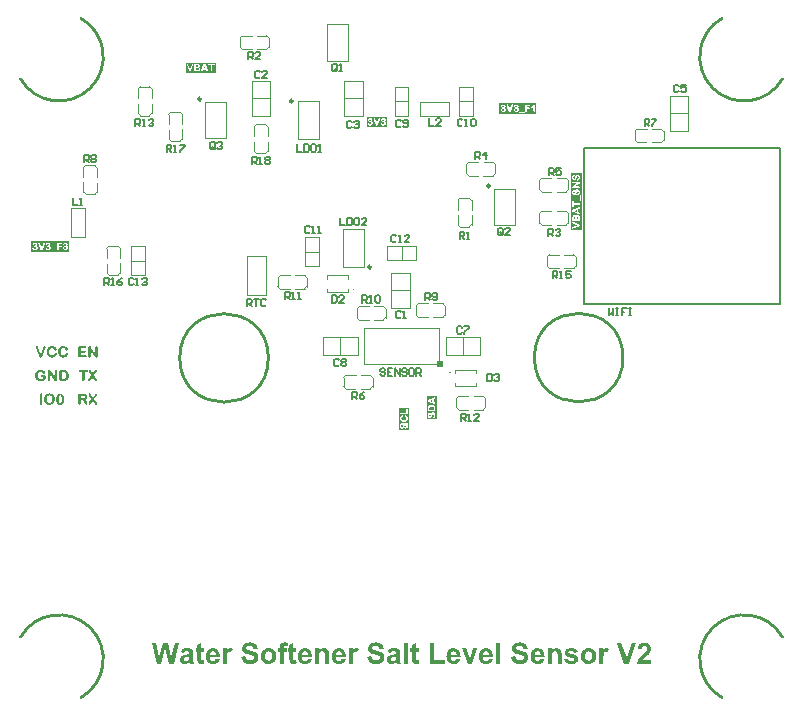
<source format=gbr>
%TF.GenerationSoftware,Altium Limited,Altium Designer,20.1.8 (145)*%
G04 Layer_Color=16777215*
%FSLAX45Y45*%
%MOMM*%
%TF.SameCoordinates,BC6BF5D2-64E0-48A2-8BE4-7255E7142536*%
%TF.FilePolarity,Positive*%
%TF.FileFunction,Legend,Top*%
%TF.Part,Single*%
G01*
G75*
%TA.AperFunction,NonConductor*%
%ADD43C,0.25400*%
%ADD45C,0.12700*%
%ADD54C,0.10160*%
%ADD55C,0.10000*%
%ADD56C,0.25000*%
%ADD57R,0.50000X0.50000*%
G36*
X664693Y2599308D02*
X665664Y2599170D01*
X666634Y2598892D01*
X667744Y2598338D01*
X668853Y2597783D01*
X669824Y2596951D01*
X669963Y2596812D01*
X670240Y2596535D01*
X670656Y2595980D01*
X671211Y2595287D01*
X671627Y2594455D01*
X672043Y2593484D01*
X672320Y2592374D01*
X672459Y2591126D01*
Y2590987D01*
X672320Y2590294D01*
X672182Y2589323D01*
X671904Y2587936D01*
X671211Y2586272D01*
X670379Y2584192D01*
X669131Y2581834D01*
X667467Y2579199D01*
X649854Y2552988D01*
X668299Y2524696D01*
X668437Y2524558D01*
X668853Y2524003D01*
X669408Y2523171D01*
X670102Y2522062D01*
X671488Y2519704D01*
X672182Y2518456D01*
X672737Y2517346D01*
Y2517208D01*
X673014Y2516930D01*
X673153Y2516375D01*
X673430Y2515682D01*
X673846Y2514018D01*
X674123Y2512076D01*
Y2511938D01*
Y2511660D01*
Y2511244D01*
X673985Y2510551D01*
X673569Y2509164D01*
X672875Y2507500D01*
Y2507361D01*
X672598Y2507222D01*
X672043Y2506390D01*
X670934Y2505281D01*
X669408Y2504310D01*
X669269D01*
X668992Y2504171D01*
X668576Y2503894D01*
X667883Y2503755D01*
X666357Y2503200D01*
X664277Y2503062D01*
X663861D01*
X663306Y2503200D01*
X662613D01*
X660948Y2503617D01*
X659284Y2504310D01*
X659145D01*
X659007Y2504449D01*
X658036Y2505142D01*
X657065Y2505974D01*
X655956Y2507222D01*
Y2507361D01*
X655678Y2507638D01*
X655401Y2508054D01*
X654985Y2508609D01*
X654430Y2509441D01*
X653876Y2510412D01*
X653043Y2511660D01*
X652211Y2513047D01*
X636956Y2538149D01*
X620591Y2512215D01*
Y2512076D01*
X620314Y2511799D01*
X620037Y2511244D01*
X619621Y2510689D01*
X618788Y2509303D01*
X618511Y2508748D01*
X618095Y2508193D01*
X617956Y2508054D01*
X617540Y2507500D01*
X616986Y2506806D01*
X616015Y2505835D01*
X615737Y2505697D01*
X615183Y2505142D01*
X614212Y2504449D01*
X612825Y2503894D01*
X612686D01*
X612548Y2503755D01*
X612132Y2503617D01*
X611577Y2503478D01*
X610190Y2503200D01*
X608526Y2503062D01*
X607971D01*
X607139Y2503200D01*
X606307Y2503339D01*
X605336Y2503617D01*
X604227Y2504033D01*
X603117Y2504587D01*
X602146Y2505419D01*
X602008Y2505558D01*
X601730Y2505835D01*
X601314Y2506390D01*
X600898Y2507222D01*
X600482Y2508054D01*
X600066Y2509303D01*
X599789Y2510689D01*
X599650Y2512215D01*
Y2512492D01*
X599789Y2513047D01*
X599927Y2514157D01*
X600205Y2515543D01*
X600760Y2517346D01*
X601592Y2519427D01*
X602840Y2521645D01*
X604365Y2524142D01*
X624336Y2553127D01*
X607278Y2579754D01*
X607139Y2579893D01*
X606862Y2580309D01*
X606446Y2580864D01*
X606030Y2581557D01*
X604781Y2583499D01*
X603672Y2585579D01*
Y2585717D01*
X603533Y2586134D01*
X603256Y2586688D01*
X603117Y2587382D01*
X602562Y2589323D01*
X602424Y2591404D01*
Y2591542D01*
Y2591958D01*
X602562Y2592513D01*
X602840Y2593345D01*
X603117Y2594177D01*
X603533Y2595148D01*
X604227Y2595980D01*
X605197Y2596951D01*
X605336Y2597090D01*
X605752Y2597367D01*
X606307Y2597783D01*
X607000Y2598199D01*
X607971Y2598615D01*
X609081Y2599031D01*
X610329Y2599308D01*
X611716Y2599447D01*
X612409D01*
X613241Y2599308D01*
X614212Y2599170D01*
X615321Y2598754D01*
X616431Y2598338D01*
X617540Y2597644D01*
X618511Y2596812D01*
X618650Y2596673D01*
X618927Y2596396D01*
X619482Y2595703D01*
X620175Y2594732D01*
X621146Y2593622D01*
X622256Y2592097D01*
X623365Y2590294D01*
X624752Y2588075D01*
X637233Y2566718D01*
X651241Y2588769D01*
Y2588907D01*
X651518Y2589185D01*
X651657Y2589601D01*
X652073Y2590155D01*
X652766Y2591404D01*
X653737Y2592929D01*
Y2593068D01*
X654014Y2593345D01*
X654569Y2594177D01*
X655401Y2595287D01*
X656372Y2596396D01*
Y2596535D01*
X656649Y2596673D01*
X657343Y2597228D01*
X658313Y2597922D01*
X659423Y2598615D01*
X659562D01*
X659700Y2598754D01*
X660532Y2599031D01*
X661780Y2599308D01*
X663306Y2599447D01*
X663999D01*
X664693Y2599308D01*
D02*
G37*
G36*
X561928Y2597783D02*
X563731Y2597644D01*
X565534Y2597506D01*
X567337Y2597367D01*
X567614D01*
X568169Y2597228D01*
X569001Y2597090D01*
X570249Y2596812D01*
X571636Y2596535D01*
X573023Y2596119D01*
X576212Y2594871D01*
X576351Y2594732D01*
X576906Y2594593D01*
X577738Y2594177D01*
X578709Y2593484D01*
X579818Y2592790D01*
X581066Y2591958D01*
X582453Y2590849D01*
X583701Y2589601D01*
X583840Y2589462D01*
X584256Y2589046D01*
X584950Y2588214D01*
X585643Y2587243D01*
X586475Y2586134D01*
X587446Y2584747D01*
X588278Y2583082D01*
X588971Y2581418D01*
X589110Y2581141D01*
X589249Y2580586D01*
X589526Y2579615D01*
X589942Y2578367D01*
X590220Y2576980D01*
X590497Y2575316D01*
X590636Y2573513D01*
X590774Y2571572D01*
Y2571433D01*
Y2571156D01*
Y2570601D01*
X590636Y2569769D01*
Y2568937D01*
X590497Y2567966D01*
X590081Y2565470D01*
X589249Y2562835D01*
X588139Y2559922D01*
X586752Y2557149D01*
X585782Y2555762D01*
X584672Y2554514D01*
X584395Y2554236D01*
X583979Y2553959D01*
X583563Y2553543D01*
X582176Y2552433D01*
X580234Y2551046D01*
X577877Y2549660D01*
X574964Y2548411D01*
X571497Y2547163D01*
X567614Y2546331D01*
X567753D01*
X568446Y2546054D01*
X569278Y2545638D01*
X570388Y2545083D01*
X571775Y2544251D01*
X573300Y2543003D01*
X574964Y2541616D01*
X576629Y2539813D01*
X576767Y2539536D01*
X577461Y2538981D01*
X578293Y2537871D01*
X579402Y2536485D01*
X580650Y2534820D01*
X581899Y2533018D01*
X583285Y2530937D01*
X584672Y2528857D01*
X584811Y2528580D01*
X585227Y2527886D01*
X585920Y2526777D01*
X586752Y2525390D01*
X587585Y2523726D01*
X588555Y2522062D01*
X589387Y2520120D01*
X590220Y2518317D01*
X590358Y2518178D01*
X590497Y2517485D01*
X590913Y2516653D01*
X591329Y2515682D01*
X592022Y2513463D01*
X592161Y2512492D01*
X592300Y2511660D01*
Y2511522D01*
Y2511244D01*
Y2510828D01*
X592161Y2510273D01*
X591745Y2508887D01*
X590913Y2507361D01*
Y2507222D01*
X590636Y2507084D01*
X589942Y2506252D01*
X588833Y2505281D01*
X587307Y2504310D01*
X587168D01*
X586891Y2504171D01*
X586475Y2503894D01*
X585782Y2503755D01*
X585088Y2503478D01*
X584117Y2503200D01*
X582037Y2503062D01*
X581482D01*
X580789Y2503200D01*
X579957D01*
X578154Y2503755D01*
X577183Y2504033D01*
X576212Y2504587D01*
X576074Y2504726D01*
X575796Y2504865D01*
X575380Y2505281D01*
X574826Y2505697D01*
X573577Y2506945D01*
X572329Y2508470D01*
Y2508609D01*
X572052Y2508887D01*
X571636Y2509441D01*
X571220Y2510273D01*
X570665Y2511105D01*
X569833Y2512354D01*
X569001Y2513740D01*
X568030Y2515266D01*
X560541Y2529273D01*
X560402Y2529550D01*
X559848Y2530105D01*
X559154Y2531076D01*
X558322Y2532185D01*
X557213Y2533572D01*
X556103Y2534959D01*
X554855Y2536346D01*
X553746Y2537594D01*
X553607Y2537733D01*
X553191Y2538149D01*
X552636Y2538704D01*
X551943Y2539397D01*
X550972Y2540229D01*
X550001Y2540923D01*
X548892Y2541616D01*
X547782Y2542171D01*
X547644D01*
X547228Y2542309D01*
X546673Y2542587D01*
X545702Y2542864D01*
X544593Y2543003D01*
X543344Y2543280D01*
X541819Y2543419D01*
X535162D01*
Y2515405D01*
Y2515127D01*
Y2514434D01*
X535023Y2513324D01*
X534746Y2511938D01*
X534469Y2510412D01*
X533914Y2508887D01*
X533220Y2507500D01*
X532250Y2506113D01*
X532111Y2505974D01*
X531695Y2505697D01*
X531140Y2505142D01*
X530169Y2504587D01*
X529060Y2504033D01*
X527812Y2503478D01*
X526286Y2503200D01*
X524622Y2503062D01*
X523790D01*
X522958Y2503200D01*
X521848Y2503478D01*
X520600Y2503894D01*
X519213Y2504449D01*
X517965Y2505142D01*
X516856Y2506252D01*
X516717Y2506390D01*
X516440Y2506806D01*
X516024Y2507638D01*
X515608Y2508609D01*
X515053Y2509857D01*
X514637Y2511522D01*
X514359Y2513324D01*
X514221Y2515405D01*
Y2585301D01*
Y2585440D01*
Y2585579D01*
Y2586411D01*
X514359Y2587520D01*
X514637Y2588907D01*
X514914Y2590571D01*
X515469Y2592097D01*
X516162Y2593622D01*
X517133Y2594871D01*
X517272Y2595009D01*
X517688Y2595287D01*
X518381Y2595841D01*
X519491Y2596396D01*
X520878Y2596951D01*
X522403Y2597506D01*
X524483Y2597783D01*
X526702Y2597922D01*
X560264D01*
X561928Y2597783D01*
D02*
G37*
G36*
X361248Y2598476D02*
X362912Y2598338D01*
X364715Y2598060D01*
X366795Y2597644D01*
X368875Y2597090D01*
X370956Y2596396D01*
X371233Y2596257D01*
X371926Y2595980D01*
X372897Y2595425D01*
X374284Y2594732D01*
X375810Y2593900D01*
X377335Y2592652D01*
X378999Y2591404D01*
X380663Y2589878D01*
X380802Y2589739D01*
X381357Y2589185D01*
X382189Y2588214D01*
X383160Y2587104D01*
X384131Y2585579D01*
X385379Y2583915D01*
X386488Y2581973D01*
X387598Y2579754D01*
Y2579615D01*
X387875Y2579338D01*
X388014Y2578645D01*
X388430Y2577812D01*
X388707Y2576703D01*
X389123Y2575455D01*
X389539Y2573929D01*
X390094Y2572126D01*
X390510Y2570185D01*
X390926Y2567966D01*
X391342Y2565470D01*
X391758Y2562973D01*
X392036Y2560061D01*
X392313Y2557010D01*
X392452Y2553820D01*
Y2550353D01*
Y2550214D01*
Y2549937D01*
Y2549382D01*
Y2548689D01*
Y2547718D01*
Y2546747D01*
X392313Y2544251D01*
X392174Y2541477D01*
X391897Y2538565D01*
X391481Y2535514D01*
X391065Y2532601D01*
Y2532463D01*
Y2532324D01*
X390926Y2531908D01*
X390787Y2531353D01*
X390510Y2529966D01*
X389955Y2528164D01*
X389401Y2526083D01*
X388568Y2523726D01*
X387598Y2521368D01*
X386349Y2519010D01*
Y2518872D01*
X386211Y2518733D01*
X385933Y2518317D01*
X385517Y2517762D01*
X384685Y2516375D01*
X383298Y2514711D01*
X381634Y2512770D01*
X379693Y2510828D01*
X377474Y2508887D01*
X374977Y2507222D01*
X374839D01*
X374700Y2507084D01*
X374284Y2506806D01*
X373729Y2506668D01*
X372342Y2505974D01*
X370401Y2505281D01*
X368182Y2504449D01*
X365547Y2503894D01*
X362635Y2503339D01*
X359445Y2503200D01*
X358474D01*
X357781Y2503339D01*
X356948D01*
X355978Y2503478D01*
X353620Y2503894D01*
X350846Y2504587D01*
X347934Y2505419D01*
X344883Y2506806D01*
X341832Y2508609D01*
X341693D01*
X341555Y2508887D01*
X341139Y2509164D01*
X340584Y2509580D01*
X339197Y2510828D01*
X337533Y2512631D01*
X335591Y2514711D01*
X333650Y2517346D01*
X331847Y2520397D01*
X330321Y2523726D01*
X330182Y2524003D01*
X330044Y2524696D01*
X329628Y2525806D01*
X329212Y2527331D01*
X328657Y2529134D01*
X328102Y2531215D01*
X327686Y2533295D01*
X327270Y2535653D01*
Y2535791D01*
Y2535930D01*
X327131Y2536762D01*
X326993Y2538010D01*
X326854Y2539674D01*
X326715Y2541755D01*
X326577Y2543974D01*
X326438Y2546609D01*
Y2549244D01*
Y2549382D01*
Y2549660D01*
Y2550214D01*
Y2550908D01*
Y2551740D01*
Y2552711D01*
X326577Y2554930D01*
X326715Y2557565D01*
X326854Y2560477D01*
X327131Y2563389D01*
X327409Y2566302D01*
Y2566440D01*
Y2566579D01*
X327547Y2566995D01*
Y2567550D01*
X327825Y2569075D01*
X328241Y2570878D01*
X328657Y2572959D01*
X329212Y2575316D01*
X329905Y2577674D01*
X330737Y2580031D01*
Y2580170D01*
X330876Y2580447D01*
X331153Y2580864D01*
X331431Y2581418D01*
X332263Y2583082D01*
X333511Y2585024D01*
X335036Y2587243D01*
X336839Y2589462D01*
X339058Y2591681D01*
X341555Y2593622D01*
X341693D01*
X341832Y2593900D01*
X342248Y2594038D01*
X342803Y2594455D01*
X343635Y2594732D01*
X344467Y2595148D01*
X346547Y2596119D01*
X349043Y2597090D01*
X351956Y2597783D01*
X355284Y2598338D01*
X358890Y2598615D01*
X360000D01*
X361248Y2598476D01*
D02*
G37*
G36*
X271242Y2599308D02*
X272490D01*
X274015Y2599170D01*
X275680Y2598892D01*
X277344Y2598754D01*
X281227Y2598060D01*
X285388Y2596951D01*
X289687Y2595425D01*
X291767Y2594593D01*
X293709Y2593484D01*
X293847D01*
X294125Y2593206D01*
X294679Y2592929D01*
X295511Y2592374D01*
X296344Y2591820D01*
X297314Y2590987D01*
X299672Y2589185D01*
X302307Y2586688D01*
X304942Y2583776D01*
X307438Y2580447D01*
X309657Y2576564D01*
Y2576426D01*
X309935Y2576010D01*
X310212Y2575455D01*
X310489Y2574623D01*
X310905Y2573652D01*
X311321Y2572404D01*
X311876Y2571017D01*
X312431Y2569353D01*
X312847Y2567550D01*
X313402Y2565608D01*
X313818Y2563528D01*
X314234Y2561309D01*
X314789Y2556594D01*
X315066Y2551324D01*
Y2551185D01*
Y2550908D01*
Y2550353D01*
Y2549521D01*
X314927Y2548550D01*
Y2547441D01*
X314789Y2546193D01*
X314650Y2544944D01*
X314372Y2541893D01*
X313818Y2538565D01*
X312986Y2535098D01*
X312015Y2531769D01*
Y2531631D01*
X311876Y2531353D01*
X311738Y2530937D01*
X311460Y2530244D01*
X311183Y2529550D01*
X310767Y2528718D01*
X309796Y2526638D01*
X308548Y2524142D01*
X307022Y2521645D01*
X305219Y2519010D01*
X303139Y2516375D01*
Y2516237D01*
X302862Y2516098D01*
X302168Y2515266D01*
X300781Y2514157D01*
X299117Y2512631D01*
X297037Y2511105D01*
X294541Y2509441D01*
X291767Y2507777D01*
X288716Y2506390D01*
X288577D01*
X288300Y2506252D01*
X287884Y2506113D01*
X287190Y2505835D01*
X286358Y2505558D01*
X285526Y2505281D01*
X284417Y2505003D01*
X283169Y2504726D01*
X280256Y2504171D01*
X276928Y2503617D01*
X273183Y2503200D01*
X269162Y2503062D01*
X267359D01*
X266388Y2503200D01*
X265278D01*
X264030Y2503339D01*
X262643Y2503478D01*
X259592Y2503894D01*
X256403Y2504587D01*
X252935Y2505419D01*
X249607Y2506529D01*
X249468D01*
X249191Y2506668D01*
X248775Y2506945D01*
X248220Y2507222D01*
X246556Y2507916D01*
X244614Y2509025D01*
X242257Y2510551D01*
X239899Y2512215D01*
X237542Y2514157D01*
X235184Y2516514D01*
Y2516653D01*
X234907Y2516792D01*
X234629Y2517208D01*
X234213Y2517624D01*
X233242Y2519010D01*
X231856Y2520952D01*
X230469Y2523171D01*
X229082Y2525806D01*
X227695Y2528857D01*
X226447Y2532047D01*
Y2532185D01*
X226308Y2532463D01*
X226169Y2533018D01*
X226031Y2533572D01*
X225753Y2534404D01*
X225476Y2535514D01*
X225199Y2536623D01*
X225060Y2537871D01*
X224505Y2540784D01*
X223951Y2544112D01*
X223673Y2547579D01*
X223534Y2551463D01*
Y2551601D01*
Y2551879D01*
Y2552572D01*
Y2553265D01*
X223673Y2554236D01*
Y2555346D01*
X223812Y2556594D01*
X223951Y2557981D01*
X224228Y2560893D01*
X224783Y2564221D01*
X225615Y2567689D01*
X226586Y2571017D01*
Y2571156D01*
X226724Y2571433D01*
X226863Y2571849D01*
X227140Y2572542D01*
X227418Y2573236D01*
X227834Y2574207D01*
X228804Y2576287D01*
X230053Y2578645D01*
X231578Y2581280D01*
X233381Y2583776D01*
X235461Y2586272D01*
X235600Y2586411D01*
X235739Y2586550D01*
X236571Y2587382D01*
X237819Y2588491D01*
X239483Y2589878D01*
X241563Y2591404D01*
X244060Y2593068D01*
X246695Y2594593D01*
X249746Y2595980D01*
X249884D01*
X250162Y2596119D01*
X250578Y2596257D01*
X251271Y2596535D01*
X252103Y2596812D01*
X252935Y2597090D01*
X254045Y2597367D01*
X255293Y2597783D01*
X258205Y2598338D01*
X261395Y2598892D01*
X265001Y2599308D01*
X268884Y2599447D01*
X270271D01*
X271242Y2599308D01*
D02*
G37*
G36*
X199820D02*
X200929Y2599031D01*
X202038Y2598615D01*
X203425Y2598060D01*
X204673Y2597367D01*
X205783Y2596257D01*
X205922Y2596119D01*
X206199Y2595703D01*
X206754Y2594871D01*
X207308Y2593900D01*
X207863Y2592652D01*
X208418Y2590987D01*
X208695Y2589185D01*
X208834Y2586966D01*
Y2515405D01*
Y2515127D01*
Y2514434D01*
X208695Y2513324D01*
X208418Y2511938D01*
X208141Y2510412D01*
X207586Y2508887D01*
X206754Y2507500D01*
X205783Y2506113D01*
X205644Y2505974D01*
X205228Y2505697D01*
X204673Y2505142D01*
X203703Y2504587D01*
X202593Y2504033D01*
X201345Y2503478D01*
X199820Y2503200D01*
X198155Y2503062D01*
X197462D01*
X196491Y2503200D01*
X195520Y2503478D01*
X194272Y2503755D01*
X193024Y2504310D01*
X191776Y2505142D01*
X190666Y2506113D01*
X190528Y2506252D01*
X190250Y2506668D01*
X189834Y2507500D01*
X189280Y2508470D01*
X188725Y2509719D01*
X188309Y2511383D01*
X188031Y2513324D01*
X187893Y2515405D01*
Y2586966D01*
Y2587104D01*
Y2587243D01*
Y2587936D01*
X188031Y2589046D01*
X188309Y2590433D01*
X188586Y2591958D01*
X189002Y2593484D01*
X189696Y2595009D01*
X190666Y2596257D01*
X190805Y2596396D01*
X191221Y2596812D01*
X191776Y2597228D01*
X192747Y2597922D01*
X193717Y2598476D01*
X195104Y2598892D01*
X196491Y2599308D01*
X198155Y2599447D01*
X198987D01*
X199820Y2599308D01*
D02*
G37*
G36*
X198363Y2799308D02*
X199334D01*
X201692Y2799170D01*
X204188Y2798754D01*
X206962Y2798338D01*
X209874Y2797644D01*
X212648Y2796812D01*
X212786D01*
X212925Y2796673D01*
X213341Y2796535D01*
X213896Y2796396D01*
X215283Y2795841D01*
X216947Y2795148D01*
X218750Y2794177D01*
X220830Y2793068D01*
X222772Y2791819D01*
X224575Y2790433D01*
X224852Y2790294D01*
X225407Y2789739D01*
X226239Y2788907D01*
X227210Y2787936D01*
X228319Y2786688D01*
X229429Y2785301D01*
X230538Y2783776D01*
X231509Y2782112D01*
X231647Y2781973D01*
X231925Y2781418D01*
X232202Y2780586D01*
X232757Y2779477D01*
X233173Y2778367D01*
X233450Y2776980D01*
X233728Y2775732D01*
X233866Y2774345D01*
Y2774207D01*
Y2773652D01*
X233728Y2772958D01*
X233450Y2771988D01*
X233173Y2770878D01*
X232618Y2769769D01*
X231925Y2768520D01*
X230954Y2767411D01*
X230815Y2767272D01*
X230399Y2766995D01*
X229845Y2766579D01*
X229012Y2766024D01*
X227903Y2765469D01*
X226794Y2765053D01*
X225407Y2764776D01*
X223881Y2764637D01*
X223049D01*
X222494Y2764776D01*
X220969Y2765053D01*
X219443Y2765747D01*
X219305D01*
X219166Y2766024D01*
X218195Y2766579D01*
X217086Y2767550D01*
X215976Y2768798D01*
X215838Y2769075D01*
X215421Y2769630D01*
X214867Y2770601D01*
X214035Y2771710D01*
X212232Y2774345D01*
X211261Y2775455D01*
X210290Y2776564D01*
X210151Y2776703D01*
X209874Y2776980D01*
X209458Y2777535D01*
X208765Y2778090D01*
X207933Y2778783D01*
X206823Y2779615D01*
X205714Y2780309D01*
X204327Y2781002D01*
X204188Y2781141D01*
X203633Y2781279D01*
X202801Y2781557D01*
X201692Y2781973D01*
X200305Y2782250D01*
X198779Y2782528D01*
X196838Y2782666D01*
X194758Y2782805D01*
X193787D01*
X192539Y2782666D01*
X191152Y2782528D01*
X189488Y2782250D01*
X187685Y2781973D01*
X185743Y2781418D01*
X183940Y2780725D01*
X183802Y2780586D01*
X183108Y2780309D01*
X182276Y2779893D01*
X181167Y2779199D01*
X179918Y2778367D01*
X178532Y2777258D01*
X177145Y2776009D01*
X175758Y2774623D01*
X175619Y2774484D01*
X175203Y2773929D01*
X174648Y2773097D01*
X173816Y2771988D01*
X172984Y2770462D01*
X172152Y2768798D01*
X171320Y2766856D01*
X170627Y2764776D01*
X170488Y2764499D01*
X170349Y2763805D01*
X170072Y2762557D01*
X169794Y2761032D01*
X169378Y2759090D01*
X169101Y2756871D01*
X168962Y2754375D01*
X168824Y2751740D01*
Y2751601D01*
Y2751046D01*
Y2750214D01*
X168962Y2749105D01*
X169101Y2747857D01*
X169240Y2746331D01*
X169378Y2744667D01*
X169656Y2742864D01*
X170488Y2738981D01*
X171736Y2735098D01*
X172568Y2733156D01*
X173539Y2731215D01*
X174510Y2729550D01*
X175758Y2727886D01*
X175897Y2727747D01*
X176035Y2727609D01*
X176451Y2727193D01*
X177006Y2726638D01*
X177699Y2726083D01*
X178670Y2725390D01*
X179641Y2724558D01*
X180750Y2723864D01*
X182137Y2723171D01*
X183524Y2722339D01*
X185188Y2721645D01*
X186853Y2721091D01*
X188794Y2720536D01*
X190736Y2720258D01*
X192955Y2719981D01*
X195174Y2719842D01*
X196283D01*
X197393Y2719981D01*
X198918D01*
X200721Y2720258D01*
X202663Y2720536D01*
X204743Y2720813D01*
X206823Y2721368D01*
X207100Y2721507D01*
X207794Y2721645D01*
X208765Y2722061D01*
X210151Y2722477D01*
X211816Y2723171D01*
X213619Y2723864D01*
X217363Y2725667D01*
Y2738426D01*
X203356D01*
X202385Y2738565D01*
X201137Y2738703D01*
X199750Y2738842D01*
X198363Y2739258D01*
X196976Y2739674D01*
X195728Y2740229D01*
X195590Y2740368D01*
X195312Y2740645D01*
X194758Y2741061D01*
X194203Y2741754D01*
X193648Y2742587D01*
X193093Y2743696D01*
X192816Y2744944D01*
X192677Y2746470D01*
Y2746608D01*
Y2747024D01*
X192816Y2747718D01*
X192955Y2748550D01*
X193232Y2749521D01*
X193787Y2750492D01*
X194341Y2751462D01*
X195174Y2752433D01*
X195312Y2752572D01*
X195590Y2752849D01*
X196283Y2753127D01*
X196976Y2753681D01*
X198086Y2754097D01*
X199195Y2754375D01*
X200582Y2754652D01*
X202108Y2754791D01*
X224297D01*
X225268Y2754652D01*
X226377D01*
X227487Y2754513D01*
X229845Y2753959D01*
X229983D01*
X230399Y2753820D01*
X230954Y2753543D01*
X231647Y2753265D01*
X232341Y2752711D01*
X233312Y2752156D01*
X234005Y2751324D01*
X234837Y2750353D01*
X234976Y2750214D01*
X235115Y2749798D01*
X235392Y2749243D01*
X235808Y2748411D01*
X236224Y2747302D01*
X236501Y2745915D01*
X236640Y2744389D01*
X236779Y2742587D01*
Y2725251D01*
Y2725112D01*
Y2724696D01*
Y2724003D01*
X236640Y2723171D01*
X236501Y2721229D01*
X235947Y2719288D01*
Y2719149D01*
X235808Y2718872D01*
X235531Y2718456D01*
X235253Y2717901D01*
X234421Y2716653D01*
X233173Y2715127D01*
X233034Y2714988D01*
X232896Y2714850D01*
X232341Y2714434D01*
X231786Y2714018D01*
X231093Y2713463D01*
X230261Y2712908D01*
X228180Y2711660D01*
X228042D01*
X227764Y2711521D01*
X227348Y2711244D01*
X226794Y2710967D01*
X225961Y2710551D01*
X225129Y2710135D01*
X223049Y2709164D01*
X220553Y2708054D01*
X217779Y2707083D01*
X214867Y2705974D01*
X211954Y2705142D01*
X211816D01*
X211538Y2705003D01*
X211122D01*
X210568Y2704865D01*
X209874Y2704726D01*
X209042Y2704448D01*
X206962Y2704171D01*
X204465Y2703755D01*
X201553Y2703339D01*
X198363Y2703200D01*
X195035Y2703062D01*
X193232D01*
X192261Y2703200D01*
X191152D01*
X189904Y2703339D01*
X188655Y2703478D01*
X185604Y2703894D01*
X182276Y2704448D01*
X178809Y2705142D01*
X175480Y2706251D01*
X175342D01*
X175064Y2706390D01*
X174648Y2706667D01*
X173955Y2706806D01*
X173262Y2707222D01*
X172429Y2707638D01*
X170349Y2708748D01*
X167992Y2709996D01*
X165495Y2711660D01*
X162999Y2713602D01*
X160503Y2715821D01*
Y2715959D01*
X160225Y2716098D01*
X159532Y2716930D01*
X158422Y2718317D01*
X157035Y2720120D01*
X155371Y2722339D01*
X153846Y2724974D01*
X152320Y2728025D01*
X150933Y2731215D01*
Y2731353D01*
X150795Y2731631D01*
X150656Y2732185D01*
X150379Y2732740D01*
X150101Y2733711D01*
X149824Y2734682D01*
X149547Y2735791D01*
X149269Y2737039D01*
X148714Y2740090D01*
X148160Y2743419D01*
X147744Y2747163D01*
X147605Y2751185D01*
Y2751324D01*
Y2751740D01*
Y2752294D01*
Y2752988D01*
X147744Y2753959D01*
Y2755068D01*
X147882Y2756316D01*
X148021Y2757703D01*
X148437Y2760754D01*
X148992Y2764083D01*
X149685Y2767550D01*
X150795Y2771017D01*
Y2771155D01*
X150933Y2771433D01*
X151072Y2771849D01*
X151349Y2772542D01*
X151766Y2773236D01*
X152182Y2774207D01*
X153152Y2776287D01*
X154539Y2778644D01*
X156065Y2781279D01*
X158006Y2783776D01*
X160225Y2786272D01*
X160364Y2786411D01*
X160503Y2786549D01*
X161335Y2787382D01*
X162722Y2788491D01*
X164524Y2789878D01*
X166743Y2791403D01*
X169378Y2793068D01*
X172429Y2794593D01*
X175619Y2795980D01*
X175758D01*
X176035Y2796119D01*
X176590Y2796257D01*
X177145Y2796535D01*
X178115Y2796812D01*
X179086Y2797089D01*
X180196Y2797367D01*
X181583Y2797783D01*
X184495Y2798338D01*
X187962Y2798892D01*
X191845Y2799308D01*
X196006Y2799447D01*
X197531D01*
X198363Y2799308D01*
D02*
G37*
G36*
X324288D02*
X325398Y2799031D01*
X326507Y2798754D01*
X327756Y2798199D01*
X328865Y2797367D01*
X329974Y2796396D01*
X330113Y2796257D01*
X330390Y2795841D01*
X330807Y2795148D01*
X331361Y2794177D01*
X331916Y2792929D01*
X332332Y2791403D01*
X332609Y2789739D01*
X332748Y2787659D01*
Y2716237D01*
Y2716098D01*
Y2715682D01*
X332609Y2714988D01*
Y2714156D01*
X332471Y2713186D01*
X332193Y2712076D01*
X331361Y2709718D01*
X330668Y2708470D01*
X329974Y2707222D01*
X329004Y2706113D01*
X327894Y2705142D01*
X326646Y2704310D01*
X325121Y2703616D01*
X323318Y2703200D01*
X321376Y2703062D01*
X320405D01*
X319712Y2703200D01*
X318048Y2703478D01*
X316383Y2703894D01*
X316245D01*
X315967Y2704032D01*
X315690Y2704171D01*
X315135Y2704448D01*
X313748Y2705142D01*
X312362Y2706251D01*
X312223Y2706390D01*
X312084Y2706529D01*
X311252Y2707361D01*
X310143Y2708470D01*
X309033Y2709857D01*
Y2709996D01*
X308756Y2710135D01*
X308617Y2710551D01*
X308201Y2711105D01*
X307230Y2712492D01*
X306121Y2714156D01*
X273946Y2766856D01*
Y2714850D01*
Y2714572D01*
Y2713879D01*
X273807Y2712908D01*
X273530Y2711660D01*
X273253Y2710273D01*
X272698Y2708748D01*
X272005Y2707361D01*
X271034Y2706113D01*
X270895Y2705974D01*
X270479Y2705697D01*
X269924Y2705142D01*
X269092Y2704587D01*
X268121Y2704032D01*
X266873Y2703478D01*
X265486Y2703200D01*
X263961Y2703062D01*
X263267D01*
X262435Y2703200D01*
X261326Y2703478D01*
X260216Y2703755D01*
X258968Y2704310D01*
X257859Y2705142D01*
X256749Y2706113D01*
X256611Y2706251D01*
X256333Y2706667D01*
X255917Y2707361D01*
X255501Y2708332D01*
X254946Y2709580D01*
X254530Y2710967D01*
X254253Y2712770D01*
X254114Y2714711D01*
Y2784747D01*
Y2785024D01*
Y2785579D01*
Y2786411D01*
X254253Y2787382D01*
X254530Y2789739D01*
X254808Y2790987D01*
X255085Y2791958D01*
X255224Y2792097D01*
X255362Y2792513D01*
X255640Y2793206D01*
X256195Y2793900D01*
X256749Y2794870D01*
X257581Y2795703D01*
X258414Y2796535D01*
X259523Y2797367D01*
X259662Y2797505D01*
X260078Y2797644D01*
X260632Y2798060D01*
X261465Y2798476D01*
X262435Y2798754D01*
X263545Y2799170D01*
X264793Y2799308D01*
X266041Y2799447D01*
X267012D01*
X267705Y2799308D01*
X269231Y2799031D01*
X270756Y2798476D01*
X270895D01*
X271172Y2798338D01*
X272005Y2797783D01*
X273114Y2796951D01*
X274362Y2795980D01*
X274501D01*
X274640Y2795703D01*
X275333Y2795009D01*
X276304Y2793761D01*
X277275Y2792235D01*
Y2792097D01*
X277552Y2791819D01*
X277829Y2791403D01*
X278245Y2790849D01*
X279216Y2789323D01*
X280326Y2787520D01*
X313194Y2734959D01*
Y2787659D01*
Y2787936D01*
Y2788630D01*
X313332Y2789600D01*
X313471Y2790849D01*
X313748Y2792235D01*
X314303Y2793761D01*
X314858Y2795148D01*
X315690Y2796396D01*
X315829Y2796535D01*
X316245Y2796812D01*
X316799Y2797367D01*
X317632Y2797922D01*
X318602Y2798476D01*
X319851Y2799031D01*
X321237Y2799308D01*
X322763Y2799447D01*
X323456D01*
X324288Y2799308D01*
D02*
G37*
G36*
X392382Y2797783D02*
X394601Y2797644D01*
X397098Y2797505D01*
X399871Y2797089D01*
X402784Y2796673D01*
X405419Y2795980D01*
X405557D01*
X405696Y2795841D01*
X406112D01*
X406667Y2795564D01*
X407915Y2795148D01*
X409718Y2794316D01*
X411798Y2793345D01*
X414017Y2791958D01*
X416236Y2790294D01*
X418594Y2788214D01*
X418732Y2788075D01*
X419148Y2787659D01*
X419842Y2786965D01*
X420812Y2785995D01*
X421922Y2784747D01*
X423031Y2783221D01*
X424418Y2781418D01*
X425666Y2779338D01*
X427053Y2776842D01*
X428301Y2774207D01*
X429411Y2771155D01*
X430520Y2767827D01*
X431491Y2764221D01*
X432185Y2760338D01*
X432601Y2756039D01*
X432739Y2751462D01*
Y2751324D01*
Y2751046D01*
Y2750630D01*
Y2750076D01*
X432601Y2748411D01*
Y2746470D01*
X432323Y2744112D01*
X432046Y2741477D01*
X431769Y2738842D01*
X431214Y2736207D01*
Y2736068D01*
Y2735930D01*
X430936Y2735098D01*
X430520Y2733711D01*
X430104Y2732047D01*
X429411Y2730105D01*
X428579Y2728025D01*
X427747Y2725806D01*
X426637Y2723726D01*
X426499Y2723448D01*
X426082Y2722755D01*
X425389Y2721784D01*
X424557Y2720536D01*
X423447Y2719010D01*
X422199Y2717346D01*
X420812Y2715821D01*
X419287Y2714295D01*
X419148Y2714156D01*
X418594Y2713602D01*
X417623Y2712908D01*
X416513Y2712076D01*
X415265Y2711105D01*
X413740Y2709996D01*
X412075Y2709025D01*
X410411Y2708193D01*
X410272Y2708054D01*
X409579Y2707916D01*
X408747Y2707500D01*
X407499Y2707083D01*
X406112Y2706529D01*
X404448Y2706113D01*
X402784Y2705697D01*
X400842Y2705281D01*
X400565D01*
X400010Y2705142D01*
X398900Y2705003D01*
X397514D01*
X395849Y2704865D01*
X393908Y2704726D01*
X391689Y2704587D01*
X364507D01*
X363536Y2704726D01*
X362288Y2704865D01*
X359653Y2705281D01*
X358405Y2705697D01*
X357157Y2706251D01*
X357018Y2706390D01*
X356740Y2706529D01*
X356186Y2706945D01*
X355631Y2707500D01*
X354938Y2708193D01*
X354383Y2709025D01*
X353828Y2709996D01*
X353412Y2711105D01*
Y2711244D01*
X353273Y2711660D01*
X353135Y2712353D01*
X352996Y2713186D01*
X352857Y2714295D01*
X352719Y2715682D01*
X352580Y2717069D01*
Y2718733D01*
Y2785301D01*
Y2785440D01*
Y2785579D01*
Y2786411D01*
X352719Y2787520D01*
X352996Y2788907D01*
X353273Y2790571D01*
X353828Y2792097D01*
X354522Y2793622D01*
X355492Y2794870D01*
X355631Y2795009D01*
X356047Y2795287D01*
X356740Y2795841D01*
X357850Y2796396D01*
X359098Y2796951D01*
X360762Y2797505D01*
X362704Y2797783D01*
X364923Y2797922D01*
X391411D01*
X392382Y2797783D01*
D02*
G37*
G36*
X662959Y2799308D02*
X663930Y2799170D01*
X664901Y2798892D01*
X666010Y2798338D01*
X667120Y2797783D01*
X668091Y2796951D01*
X668229Y2796812D01*
X668507Y2796535D01*
X668923Y2795980D01*
X669477Y2795287D01*
X669894Y2794454D01*
X670310Y2793484D01*
X670587Y2792374D01*
X670726Y2791126D01*
Y2790987D01*
X670587Y2790294D01*
X670448Y2789323D01*
X670171Y2787936D01*
X669477Y2786272D01*
X668645Y2784192D01*
X667397Y2781834D01*
X665733Y2779199D01*
X648120Y2752988D01*
X666565Y2724696D01*
X666704Y2724558D01*
X667120Y2724003D01*
X667675Y2723171D01*
X668368Y2722061D01*
X669755Y2719704D01*
X670448Y2718456D01*
X671003Y2717346D01*
Y2717207D01*
X671280Y2716930D01*
X671419Y2716375D01*
X671696Y2715682D01*
X672112Y2714018D01*
X672390Y2712076D01*
Y2711937D01*
Y2711660D01*
Y2711244D01*
X672251Y2710551D01*
X671835Y2709164D01*
X671142Y2707500D01*
Y2707361D01*
X670864Y2707222D01*
X670310Y2706390D01*
X669200Y2705281D01*
X667675Y2704310D01*
X667536D01*
X667259Y2704171D01*
X666842Y2703894D01*
X666149Y2703755D01*
X664624Y2703200D01*
X662543Y2703062D01*
X662127D01*
X661572Y2703200D01*
X660879D01*
X659215Y2703616D01*
X657551Y2704310D01*
X657412D01*
X657273Y2704448D01*
X656302Y2705142D01*
X655332Y2705974D01*
X654222Y2707222D01*
Y2707361D01*
X653945Y2707638D01*
X653667Y2708054D01*
X653251Y2708609D01*
X652697Y2709441D01*
X652142Y2710412D01*
X651310Y2711660D01*
X650478Y2713047D01*
X635223Y2738149D01*
X618858Y2712215D01*
Y2712076D01*
X618580Y2711799D01*
X618303Y2711244D01*
X617887Y2710689D01*
X617055Y2709302D01*
X616778Y2708748D01*
X616361Y2708193D01*
X616223Y2708054D01*
X615807Y2707500D01*
X615252Y2706806D01*
X614281Y2705835D01*
X614004Y2705697D01*
X613449Y2705142D01*
X612478Y2704448D01*
X611091Y2703894D01*
X610953D01*
X610814Y2703755D01*
X610398Y2703616D01*
X609843Y2703478D01*
X608456Y2703200D01*
X606792Y2703062D01*
X606238D01*
X605405Y2703200D01*
X604573Y2703339D01*
X603603Y2703616D01*
X602493Y2704032D01*
X601384Y2704587D01*
X600413Y2705419D01*
X600274Y2705558D01*
X599997Y2705835D01*
X599581Y2706390D01*
X599165Y2707222D01*
X598749Y2708054D01*
X598333Y2709302D01*
X598055Y2710689D01*
X597917Y2712215D01*
Y2712492D01*
X598055Y2713047D01*
X598194Y2714156D01*
X598471Y2715543D01*
X599026Y2717346D01*
X599858Y2719426D01*
X601106Y2721645D01*
X602632Y2724142D01*
X622602Y2753127D01*
X605544Y2779754D01*
X605405Y2779893D01*
X605128Y2780309D01*
X604712Y2780863D01*
X604296Y2781557D01*
X603048Y2783498D01*
X601938Y2785579D01*
Y2785717D01*
X601800Y2786133D01*
X601522Y2786688D01*
X601384Y2787382D01*
X600829Y2789323D01*
X600690Y2791403D01*
Y2791542D01*
Y2791958D01*
X600829Y2792513D01*
X601106Y2793345D01*
X601384Y2794177D01*
X601800Y2795148D01*
X602493Y2795980D01*
X603464Y2796951D01*
X603603Y2797089D01*
X604019Y2797367D01*
X604573Y2797783D01*
X605267Y2798199D01*
X606238Y2798615D01*
X607347Y2799031D01*
X608595Y2799308D01*
X609982Y2799447D01*
X610675D01*
X611508Y2799308D01*
X612478Y2799170D01*
X613588Y2798754D01*
X614697Y2798338D01*
X615807Y2797644D01*
X616778Y2796812D01*
X616916Y2796673D01*
X617194Y2796396D01*
X617748Y2795703D01*
X618442Y2794732D01*
X619413Y2793622D01*
X620522Y2792097D01*
X621631Y2790294D01*
X623018Y2788075D01*
X635500Y2766718D01*
X649507Y2788768D01*
Y2788907D01*
X649784Y2789184D01*
X649923Y2789600D01*
X650339Y2790155D01*
X651032Y2791403D01*
X652003Y2792929D01*
Y2793068D01*
X652281Y2793345D01*
X652835Y2794177D01*
X653667Y2795287D01*
X654638Y2796396D01*
Y2796535D01*
X654916Y2796673D01*
X655609Y2797228D01*
X656580Y2797922D01*
X657689Y2798615D01*
X657828D01*
X657967Y2798754D01*
X658799Y2799031D01*
X660047Y2799308D01*
X661572Y2799447D01*
X662266D01*
X662959Y2799308D01*
D02*
G37*
G36*
X586683Y2797783D02*
X587931Y2797644D01*
X589179Y2797367D01*
X590566Y2796812D01*
X591814Y2796257D01*
X592924Y2795425D01*
X593063Y2795287D01*
X593340Y2795009D01*
X593756Y2794454D01*
X594311Y2793622D01*
X594865Y2792790D01*
X595282Y2791681D01*
X595559Y2790294D01*
X595698Y2788907D01*
Y2788768D01*
Y2788214D01*
X595559Y2787520D01*
X595420Y2786688D01*
X595004Y2785579D01*
X594588Y2784608D01*
X593895Y2783498D01*
X592924Y2782528D01*
X592785Y2782389D01*
X592369Y2782112D01*
X591814Y2781834D01*
X590844Y2781418D01*
X589734Y2780863D01*
X588347Y2780586D01*
X586683Y2780309D01*
X584880Y2780170D01*
X566297D01*
Y2715405D01*
Y2715127D01*
Y2714434D01*
X566158Y2713324D01*
X565881Y2711937D01*
X565603Y2710412D01*
X565048Y2708886D01*
X564355Y2707500D01*
X563384Y2706113D01*
X563246Y2705974D01*
X562829Y2705697D01*
X562275Y2705142D01*
X561304Y2704587D01*
X560194Y2704032D01*
X558946Y2703478D01*
X557421Y2703200D01*
X555757Y2703062D01*
X554924D01*
X554092Y2703200D01*
X552983Y2703478D01*
X551873Y2703755D01*
X550487Y2704310D01*
X549238Y2705142D01*
X548129Y2706113D01*
X547990Y2706251D01*
X547713Y2706667D01*
X547297Y2707500D01*
X546742Y2708470D01*
X546187Y2709718D01*
X545771Y2711383D01*
X545494Y2713324D01*
X545355Y2715405D01*
Y2780170D01*
X525662D01*
X524691Y2780309D01*
X523582Y2780447D01*
X522195Y2780725D01*
X520947Y2781141D01*
X519699Y2781695D01*
X518589Y2782528D01*
X518451Y2782666D01*
X518173Y2782944D01*
X517757Y2783498D01*
X517341Y2784192D01*
X516786Y2785163D01*
X516370Y2786272D01*
X516093Y2787520D01*
X515954Y2788907D01*
Y2789046D01*
Y2789600D01*
X516093Y2790294D01*
X516370Y2791265D01*
X516648Y2792374D01*
X517064Y2793484D01*
X517757Y2794454D01*
X518728Y2795425D01*
X518867Y2795564D01*
X519283Y2795841D01*
X519837Y2796257D01*
X520808Y2796673D01*
X521779Y2797089D01*
X523166Y2797505D01*
X524691Y2797783D01*
X526494Y2797922D01*
X585712D01*
X586683Y2797783D01*
D02*
G37*
G36*
X389609Y2999308D02*
X390718Y2999170D01*
X392105Y2999031D01*
X393492Y2998892D01*
X396681Y2998338D01*
X400010Y2997506D01*
X403477Y2996396D01*
X406944Y2994871D01*
X407083D01*
X407360Y2994732D01*
X407776Y2994455D01*
X408470Y2994038D01*
X409995Y2993068D01*
X412075Y2991681D01*
X414294Y2990155D01*
X416513Y2988214D01*
X418732Y2985995D01*
X420674Y2983498D01*
Y2983360D01*
X420951Y2983221D01*
X421506Y2982389D01*
X422199Y2981002D01*
X423170Y2979338D01*
X424002Y2977396D01*
X424834Y2975177D01*
X425389Y2972958D01*
X425528Y2970601D01*
Y2970462D01*
Y2970046D01*
X425389Y2969353D01*
X425250Y2968521D01*
X424834Y2967411D01*
X424418Y2966440D01*
X423725Y2965331D01*
X422893Y2964221D01*
X422754Y2964083D01*
X422477Y2963805D01*
X421922Y2963389D01*
X421229Y2962835D01*
X420258Y2962280D01*
X419148Y2961864D01*
X417900Y2961586D01*
X416513Y2961448D01*
X415820D01*
X415126Y2961586D01*
X414294Y2961725D01*
X412214Y2962280D01*
X411243Y2962696D01*
X410411Y2963251D01*
X410272Y2963389D01*
X410134Y2963667D01*
X409718Y2964083D01*
X409163Y2964776D01*
X408608Y2965608D01*
X407776Y2966718D01*
X407083Y2967966D01*
X406251Y2969491D01*
Y2969630D01*
X406112Y2969769D01*
X405696Y2970601D01*
X404864Y2971710D01*
X403893Y2973097D01*
X402784Y2974761D01*
X401397Y2976287D01*
X399871Y2977812D01*
X398207Y2979199D01*
X398068Y2979338D01*
X397375Y2979754D01*
X396404Y2980170D01*
X395017Y2980863D01*
X393492Y2981418D01*
X391550Y2981834D01*
X389331Y2982250D01*
X386835Y2982389D01*
X385864D01*
X385032Y2982250D01*
X384200Y2982112D01*
X383229Y2981973D01*
X380733Y2981418D01*
X378098Y2980309D01*
X376711Y2979754D01*
X375324Y2978922D01*
X373799Y2977951D01*
X372412Y2976842D01*
X371164Y2975593D01*
X369915Y2974068D01*
Y2973929D01*
X369638Y2973652D01*
X369361Y2973236D01*
X368945Y2972542D01*
X368390Y2971710D01*
X367835Y2970740D01*
X367280Y2969491D01*
X366726Y2968105D01*
X366171Y2966440D01*
X365616Y2964776D01*
X365062Y2962835D01*
X364507Y2960616D01*
X364091Y2958397D01*
X363813Y2955900D01*
X363675Y2953265D01*
X363536Y2950492D01*
Y2950353D01*
Y2950076D01*
Y2949521D01*
Y2948689D01*
X363675Y2947857D01*
Y2946747D01*
X363952Y2944390D01*
X364229Y2941616D01*
X364645Y2938704D01*
X365339Y2935791D01*
X366310Y2933156D01*
Y2933018D01*
X366448Y2932879D01*
X366864Y2932047D01*
X367419Y2930937D01*
X368390Y2929412D01*
X369499Y2927886D01*
X370886Y2926222D01*
X372412Y2924696D01*
X374215Y2923310D01*
X374492Y2923171D01*
X375185Y2922755D01*
X376156Y2922339D01*
X377682Y2921784D01*
X379485Y2921091D01*
X381426Y2920675D01*
X383784Y2920259D01*
X386280Y2920120D01*
X387528D01*
X388915Y2920259D01*
X390718Y2920536D01*
X392660Y2920952D01*
X394740Y2921645D01*
X396820Y2922478D01*
X398900Y2923726D01*
X399178Y2923864D01*
X399732Y2924419D01*
X400703Y2925251D01*
X401813Y2926499D01*
X403061Y2928164D01*
X404448Y2930105D01*
X405696Y2932463D01*
X406805Y2935098D01*
Y2935236D01*
X407083Y2935652D01*
X407360Y2936346D01*
X407637Y2937039D01*
X408747Y2938981D01*
X409995Y2941061D01*
X410134Y2941200D01*
X410411Y2941477D01*
X410827Y2941893D01*
X411521Y2942448D01*
X412353Y2942864D01*
X413462Y2943280D01*
X414849Y2943557D01*
X416375Y2943696D01*
X417068D01*
X417761Y2943557D01*
X418732Y2943419D01*
X419703Y2943003D01*
X420812Y2942587D01*
X421922Y2941893D01*
X423031Y2940922D01*
X423170Y2940784D01*
X423447Y2940506D01*
X423864Y2939952D01*
X424418Y2939120D01*
X424973Y2938149D01*
X425389Y2937039D01*
X425666Y2935791D01*
X425805Y2934404D01*
Y2934266D01*
Y2933572D01*
X425666Y2932740D01*
X425528Y2931492D01*
X425250Y2930105D01*
X424834Y2928441D01*
X424280Y2926638D01*
X423586Y2924696D01*
X423447Y2924419D01*
X423170Y2923864D01*
X422615Y2922755D01*
X421922Y2921368D01*
X420951Y2919843D01*
X419703Y2918040D01*
X418177Y2916237D01*
X416513Y2914295D01*
X416236Y2914018D01*
X415681Y2913463D01*
X414572Y2912492D01*
X413185Y2911383D01*
X411521Y2910135D01*
X409440Y2908748D01*
X406944Y2907361D01*
X404309Y2906113D01*
X404170D01*
X404032Y2905974D01*
X403616Y2905835D01*
X403061Y2905697D01*
X402367Y2905419D01*
X401535Y2905142D01*
X399455Y2904587D01*
X396959Y2904033D01*
X394046Y2903478D01*
X390718Y2903200D01*
X387251Y2903062D01*
X386003D01*
X384616Y2903200D01*
X382813D01*
X380733Y2903339D01*
X378514Y2903616D01*
X373799Y2904449D01*
X373521D01*
X372828Y2904726D01*
X371718Y2905003D01*
X370193Y2905419D01*
X368529Y2906113D01*
X366726Y2906806D01*
X364784Y2907638D01*
X362843Y2908748D01*
X362565Y2908886D01*
X362010Y2909303D01*
X361040Y2909996D01*
X359792Y2910967D01*
X358405Y2912215D01*
X356740Y2913740D01*
X355076Y2915543D01*
X353412Y2917624D01*
X353273Y2917762D01*
X352857Y2918178D01*
X352164Y2919010D01*
X351470Y2919981D01*
X350500Y2921229D01*
X349529Y2922755D01*
X348419Y2924419D01*
X347449Y2926361D01*
X347310Y2926638D01*
X347033Y2927331D01*
X346617Y2928441D01*
X345923Y2929966D01*
X345368Y2931631D01*
X344675Y2933572D01*
X344120Y2935791D01*
X343565Y2938010D01*
Y2938149D01*
Y2938287D01*
X343427Y2939120D01*
X343149Y2940368D01*
X343011Y2941893D01*
X342733Y2943835D01*
X342456Y2946054D01*
X342317Y2948550D01*
Y2951046D01*
Y2951185D01*
Y2951601D01*
Y2952156D01*
Y2952988D01*
X342456Y2953959D01*
Y2955068D01*
X342595Y2956316D01*
X342733Y2957842D01*
X343149Y2960893D01*
X343704Y2964221D01*
X344398Y2967689D01*
X345507Y2971156D01*
Y2971294D01*
X345646Y2971572D01*
X345784Y2971988D01*
X346062Y2972681D01*
X346478Y2973375D01*
X346894Y2974345D01*
X347865Y2976426D01*
X349113Y2978783D01*
X350777Y2981280D01*
X352719Y2983915D01*
X354799Y2986411D01*
X354938Y2986550D01*
X355076Y2986688D01*
X355908Y2987520D01*
X357157Y2988630D01*
X358821Y2990017D01*
X361040Y2991542D01*
X363397Y2993206D01*
X366171Y2994732D01*
X369083Y2996119D01*
X369222D01*
X369499Y2996257D01*
X369915Y2996396D01*
X370470Y2996673D01*
X371302Y2996951D01*
X372273Y2997228D01*
X374353Y2997783D01*
X376988Y2998338D01*
X380039Y2998892D01*
X383229Y2999308D01*
X386696Y2999447D01*
X388638D01*
X389609Y2999308D01*
D02*
G37*
G36*
X293639D02*
X294749Y2999170D01*
X296136Y2999031D01*
X297522Y2998892D01*
X300712Y2998338D01*
X304041Y2997506D01*
X307508Y2996396D01*
X310975Y2994871D01*
X311113D01*
X311391Y2994732D01*
X311807Y2994455D01*
X312500Y2994038D01*
X314026Y2993068D01*
X316106Y2991681D01*
X318325Y2990155D01*
X320544Y2988214D01*
X322763Y2985995D01*
X324704Y2983498D01*
Y2983360D01*
X324982Y2983221D01*
X325537Y2982389D01*
X326230Y2981002D01*
X327201Y2979338D01*
X328033Y2977396D01*
X328865Y2975177D01*
X329420Y2972958D01*
X329558Y2970601D01*
Y2970462D01*
Y2970046D01*
X329420Y2969353D01*
X329281Y2968521D01*
X328865Y2967411D01*
X328449Y2966440D01*
X327756Y2965331D01*
X326923Y2964221D01*
X326785Y2964083D01*
X326507Y2963805D01*
X325953Y2963389D01*
X325259Y2962835D01*
X324288Y2962280D01*
X323179Y2961864D01*
X321931Y2961586D01*
X320544Y2961448D01*
X319851D01*
X319157Y2961586D01*
X318325Y2961725D01*
X316245Y2962280D01*
X315274Y2962696D01*
X314442Y2963251D01*
X314303Y2963389D01*
X314164Y2963667D01*
X313748Y2964083D01*
X313194Y2964776D01*
X312639Y2965608D01*
X311807Y2966718D01*
X311113Y2967966D01*
X310281Y2969491D01*
Y2969630D01*
X310143Y2969769D01*
X309727Y2970601D01*
X308894Y2971710D01*
X307924Y2973097D01*
X306814Y2974761D01*
X305427Y2976287D01*
X303902Y2977812D01*
X302238Y2979199D01*
X302099Y2979338D01*
X301406Y2979754D01*
X300435Y2980170D01*
X299048Y2980863D01*
X297522Y2981418D01*
X295581Y2981834D01*
X293362Y2982250D01*
X290866Y2982389D01*
X289895D01*
X289063Y2982250D01*
X288231Y2982112D01*
X287260Y2981973D01*
X284763Y2981418D01*
X282128Y2980309D01*
X280742Y2979754D01*
X279355Y2978922D01*
X277829Y2977951D01*
X276442Y2976842D01*
X275194Y2975593D01*
X273946Y2974068D01*
Y2973929D01*
X273669Y2973652D01*
X273391Y2973236D01*
X272975Y2972542D01*
X272421Y2971710D01*
X271866Y2970740D01*
X271311Y2969491D01*
X270756Y2968105D01*
X270202Y2966440D01*
X269647Y2964776D01*
X269092Y2962835D01*
X268537Y2960616D01*
X268121Y2958397D01*
X267844Y2955900D01*
X267705Y2953265D01*
X267567Y2950492D01*
Y2950353D01*
Y2950076D01*
Y2949521D01*
Y2948689D01*
X267705Y2947857D01*
Y2946747D01*
X267983Y2944390D01*
X268260Y2941616D01*
X268676Y2938704D01*
X269370Y2935791D01*
X270340Y2933156D01*
Y2933018D01*
X270479Y2932879D01*
X270895Y2932047D01*
X271450Y2930937D01*
X272421Y2929412D01*
X273530Y2927886D01*
X274917Y2926222D01*
X276442Y2924696D01*
X278245Y2923310D01*
X278523Y2923171D01*
X279216Y2922755D01*
X280187Y2922339D01*
X281712Y2921784D01*
X283515Y2921091D01*
X285457Y2920675D01*
X287815Y2920259D01*
X290311Y2920120D01*
X291559D01*
X292946Y2920259D01*
X294749Y2920536D01*
X296690Y2920952D01*
X298771Y2921645D01*
X300851Y2922478D01*
X302931Y2923726D01*
X303208Y2923864D01*
X303763Y2924419D01*
X304734Y2925251D01*
X305843Y2926499D01*
X307092Y2928164D01*
X308478Y2930105D01*
X309727Y2932463D01*
X310836Y2935098D01*
Y2935236D01*
X311113Y2935652D01*
X311391Y2936346D01*
X311668Y2937039D01*
X312778Y2938981D01*
X314026Y2941061D01*
X314164Y2941200D01*
X314442Y2941477D01*
X314858Y2941893D01*
X315551Y2942448D01*
X316383Y2942864D01*
X317493Y2943280D01*
X318880Y2943557D01*
X320405Y2943696D01*
X321099D01*
X321792Y2943557D01*
X322763Y2943419D01*
X323734Y2943003D01*
X324843Y2942587D01*
X325953Y2941893D01*
X327062Y2940922D01*
X327201Y2940784D01*
X327478Y2940506D01*
X327894Y2939952D01*
X328449Y2939120D01*
X329004Y2938149D01*
X329420Y2937039D01*
X329697Y2935791D01*
X329836Y2934404D01*
Y2934266D01*
Y2933572D01*
X329697Y2932740D01*
X329558Y2931492D01*
X329281Y2930105D01*
X328865Y2928441D01*
X328310Y2926638D01*
X327617Y2924696D01*
X327478Y2924419D01*
X327201Y2923864D01*
X326646Y2922755D01*
X325953Y2921368D01*
X324982Y2919843D01*
X323734Y2918040D01*
X322208Y2916237D01*
X320544Y2914295D01*
X320267Y2914018D01*
X319712Y2913463D01*
X318602Y2912492D01*
X317216Y2911383D01*
X315551Y2910135D01*
X313471Y2908748D01*
X310975Y2907361D01*
X308340Y2906113D01*
X308201D01*
X308062Y2905974D01*
X307646Y2905835D01*
X307092Y2905697D01*
X306398Y2905419D01*
X305566Y2905142D01*
X303486Y2904587D01*
X300989Y2904033D01*
X298077Y2903478D01*
X294749Y2903200D01*
X291282Y2903062D01*
X290033D01*
X288647Y2903200D01*
X286844D01*
X284763Y2903339D01*
X282545Y2903616D01*
X277829Y2904449D01*
X277552D01*
X276858Y2904726D01*
X275749Y2905003D01*
X274223Y2905419D01*
X272559Y2906113D01*
X270756Y2906806D01*
X268815Y2907638D01*
X266873Y2908748D01*
X266596Y2908886D01*
X266041Y2909303D01*
X265070Y2909996D01*
X263822Y2910967D01*
X262435Y2912215D01*
X260771Y2913740D01*
X259107Y2915543D01*
X257443Y2917624D01*
X257304Y2917762D01*
X256888Y2918178D01*
X256195Y2919010D01*
X255501Y2919981D01*
X254530Y2921229D01*
X253560Y2922755D01*
X252450Y2924419D01*
X251479Y2926361D01*
X251341Y2926638D01*
X251063Y2927331D01*
X250647Y2928441D01*
X249954Y2929966D01*
X249399Y2931631D01*
X248706Y2933572D01*
X248151Y2935791D01*
X247596Y2938010D01*
Y2938149D01*
Y2938287D01*
X247457Y2939120D01*
X247180Y2940368D01*
X247041Y2941893D01*
X246764Y2943835D01*
X246487Y2946054D01*
X246348Y2948550D01*
Y2951046D01*
Y2951185D01*
Y2951601D01*
Y2952156D01*
Y2952988D01*
X246487Y2953959D01*
Y2955068D01*
X246625Y2956316D01*
X246764Y2957842D01*
X247180Y2960893D01*
X247735Y2964221D01*
X248428Y2967689D01*
X249538Y2971156D01*
Y2971294D01*
X249676Y2971572D01*
X249815Y2971988D01*
X250092Y2972681D01*
X250509Y2973375D01*
X250925Y2974345D01*
X251895Y2976426D01*
X253144Y2978783D01*
X254808Y2981280D01*
X256749Y2983915D01*
X258830Y2986411D01*
X258968Y2986550D01*
X259107Y2986688D01*
X259939Y2987520D01*
X261187Y2988630D01*
X262851Y2990017D01*
X265070Y2991542D01*
X267428Y2993206D01*
X270202Y2994732D01*
X273114Y2996119D01*
X273253D01*
X273530Y2996257D01*
X273946Y2996396D01*
X274501Y2996673D01*
X275333Y2996951D01*
X276304Y2997228D01*
X278384Y2997783D01*
X281019Y2998338D01*
X284070Y2998892D01*
X287260Y2999308D01*
X290727Y2999447D01*
X292668D01*
X293639Y2999308D01*
D02*
G37*
G36*
X228319D02*
X229983Y2998892D01*
X231786Y2998060D01*
X231925D01*
X232202Y2997783D01*
X232618Y2997506D01*
X233173Y2997090D01*
X234282Y2995841D01*
X235392Y2994316D01*
Y2994177D01*
X235669Y2993900D01*
X235808Y2993484D01*
X236085Y2992929D01*
X236501Y2991542D01*
X236779Y2989878D01*
Y2989601D01*
Y2988907D01*
X236640Y2987936D01*
X236363Y2986688D01*
Y2986550D01*
X236224Y2986411D01*
X236085Y2985717D01*
X235669Y2984608D01*
X235253Y2983498D01*
X235115Y2983221D01*
X234837Y2982528D01*
X234560Y2981280D01*
X234005Y2979754D01*
X211954Y2920397D01*
Y2920259D01*
X211816Y2919981D01*
X211677Y2919426D01*
X211400Y2918733D01*
X211122Y2917762D01*
X210706Y2916791D01*
X209874Y2914434D01*
Y2914295D01*
X209597Y2913879D01*
X209458Y2913324D01*
X209042Y2912492D01*
X208071Y2910689D01*
X206962Y2908748D01*
X206823Y2908609D01*
X206684Y2908332D01*
X206268Y2907916D01*
X205714Y2907361D01*
X204327Y2905974D01*
X202385Y2904587D01*
X202246D01*
X201830Y2904310D01*
X201276Y2904171D01*
X200444Y2903894D01*
X199473Y2903616D01*
X198363Y2903339D01*
X196976Y2903200D01*
X195451Y2903062D01*
X194758D01*
X194064Y2903200D01*
X193093D01*
X190874Y2903755D01*
X189626Y2904033D01*
X188517Y2904587D01*
X188378Y2904726D01*
X188101Y2904865D01*
X187546Y2905281D01*
X186853Y2905697D01*
X185327Y2907084D01*
X183940Y2908748D01*
X183802Y2908886D01*
X183663Y2909164D01*
X183385Y2909719D01*
X182969Y2910412D01*
X182553Y2911244D01*
X181999Y2912215D01*
X181028Y2914295D01*
Y2914434D01*
X180889Y2914850D01*
X180612Y2915405D01*
X180334Y2916237D01*
X179641Y2918178D01*
X178948Y2920397D01*
X157035Y2979754D01*
Y2979893D01*
X156897Y2980031D01*
X156619Y2980863D01*
X156342Y2981973D01*
X155787Y2983082D01*
Y2983221D01*
X155649Y2983360D01*
X155510Y2984053D01*
X155094Y2985163D01*
X154817Y2986411D01*
Y2986550D01*
Y2986688D01*
X154678Y2987520D01*
X154539Y2988630D01*
Y2989739D01*
Y2989878D01*
Y2990433D01*
X154678Y2991126D01*
X154955Y2991958D01*
X155233Y2993068D01*
X155649Y2994177D01*
X156342Y2995287D01*
X157313Y2996396D01*
X157452Y2996535D01*
X157868Y2996812D01*
X158422Y2997367D01*
X159393Y2997922D01*
X160364Y2998476D01*
X161612Y2999031D01*
X163138Y2999308D01*
X164663Y2999447D01*
X165495D01*
X166466Y2999308D01*
X167714Y2999031D01*
X168962Y2998615D01*
X170210Y2998060D01*
X171320Y2997228D01*
X172291Y2996119D01*
X172429Y2995980D01*
X172707Y2995564D01*
X173123Y2994732D01*
X173678Y2993761D01*
X174232Y2992374D01*
X174926Y2990849D01*
X175758Y2989046D01*
X176451Y2986966D01*
X195867Y2926499D01*
X215283Y2986827D01*
X215421Y2987104D01*
X215560Y2987659D01*
X215838Y2988491D01*
X216254Y2989462D01*
X217086Y2991820D01*
X217502Y2992929D01*
X217779Y2993761D01*
Y2993900D01*
X217918Y2994177D01*
X218195Y2994455D01*
X218473Y2995009D01*
X219443Y2996257D01*
X220830Y2997644D01*
X220969Y2997783D01*
X221246Y2997922D01*
X221662Y2998199D01*
X222356Y2998615D01*
X223188Y2998892D01*
X224297Y2999170D01*
X225407Y2999308D01*
X226655Y2999447D01*
X227626D01*
X228319Y2999308D01*
D02*
G37*
G36*
X668299D02*
X669408Y2999031D01*
X670518Y2998754D01*
X671766Y2998199D01*
X672875Y2997367D01*
X673985Y2996396D01*
X674123Y2996257D01*
X674401Y2995841D01*
X674817Y2995148D01*
X675372Y2994177D01*
X675926Y2992929D01*
X676342Y2991403D01*
X676620Y2989739D01*
X676758Y2987659D01*
Y2916237D01*
Y2916098D01*
Y2915682D01*
X676620Y2914989D01*
Y2914156D01*
X676481Y2913186D01*
X676204Y2912076D01*
X675372Y2909719D01*
X674678Y2908470D01*
X673985Y2907222D01*
X673014Y2906113D01*
X671904Y2905142D01*
X670656Y2904310D01*
X669131Y2903616D01*
X667328Y2903200D01*
X665386Y2903062D01*
X664415D01*
X663722Y2903200D01*
X662058Y2903478D01*
X660394Y2903894D01*
X660255D01*
X659978Y2904033D01*
X659700Y2904171D01*
X659145Y2904449D01*
X657759Y2905142D01*
X656372Y2906251D01*
X656233Y2906390D01*
X656094Y2906529D01*
X655262Y2907361D01*
X654153Y2908470D01*
X653043Y2909857D01*
Y2909996D01*
X652766Y2910135D01*
X652627Y2910551D01*
X652211Y2911105D01*
X651241Y2912492D01*
X650131Y2914156D01*
X617956Y2966856D01*
Y2914850D01*
Y2914573D01*
Y2913879D01*
X617818Y2912908D01*
X617540Y2911660D01*
X617263Y2910273D01*
X616708Y2908748D01*
X616015Y2907361D01*
X615044Y2906113D01*
X614905Y2905974D01*
X614489Y2905697D01*
X613935Y2905142D01*
X613102Y2904587D01*
X612132Y2904033D01*
X610883Y2903478D01*
X609497Y2903200D01*
X607971Y2903062D01*
X607278D01*
X606446Y2903200D01*
X605336Y2903478D01*
X604227Y2903755D01*
X602978Y2904310D01*
X601869Y2905142D01*
X600760Y2906113D01*
X600621Y2906251D01*
X600343Y2906668D01*
X599927Y2907361D01*
X599511Y2908332D01*
X598957Y2909580D01*
X598541Y2910967D01*
X598263Y2912770D01*
X598125Y2914711D01*
Y2984747D01*
Y2985024D01*
Y2985579D01*
Y2986411D01*
X598263Y2987382D01*
X598541Y2989739D01*
X598818Y2990987D01*
X599095Y2991958D01*
X599234Y2992097D01*
X599373Y2992513D01*
X599650Y2993206D01*
X600205Y2993900D01*
X600760Y2994871D01*
X601592Y2995703D01*
X602424Y2996535D01*
X603533Y2997367D01*
X603672Y2997506D01*
X604088Y2997644D01*
X604643Y2998060D01*
X605475Y2998476D01*
X606446Y2998754D01*
X607555Y2999170D01*
X608803Y2999308D01*
X610051Y2999447D01*
X611022D01*
X611716Y2999308D01*
X613241Y2999031D01*
X614767Y2998476D01*
X614905D01*
X615183Y2998338D01*
X616015Y2997783D01*
X617124Y2996951D01*
X618372Y2995980D01*
X618511D01*
X618650Y2995703D01*
X619343Y2995009D01*
X620314Y2993761D01*
X621285Y2992236D01*
Y2992097D01*
X621562Y2991820D01*
X621839Y2991403D01*
X622256Y2990849D01*
X623226Y2989323D01*
X624336Y2987520D01*
X657204Y2934959D01*
Y2987659D01*
Y2987936D01*
Y2988630D01*
X657343Y2989601D01*
X657481Y2990849D01*
X657759Y2992236D01*
X658313Y2993761D01*
X658868Y2995148D01*
X659700Y2996396D01*
X659839Y2996535D01*
X660255Y2996812D01*
X660810Y2997367D01*
X661642Y2997922D01*
X662613Y2998476D01*
X663861Y2999031D01*
X665248Y2999308D01*
X666773Y2999447D01*
X667467D01*
X668299Y2999308D01*
D02*
G37*
G36*
X574132Y2997783D02*
X575242Y2997644D01*
X576490Y2997367D01*
X577738Y2996951D01*
X578986Y2996396D01*
X579957Y2995564D01*
X580096Y2995425D01*
X580373Y2995148D01*
X580789Y2994593D01*
X581344Y2993900D01*
X581760Y2993068D01*
X582176Y2992097D01*
X582453Y2990849D01*
X582592Y2989601D01*
Y2989462D01*
Y2989046D01*
X582453Y2988352D01*
X582315Y2987382D01*
X581899Y2986411D01*
X581482Y2985440D01*
X580789Y2984469D01*
X579957Y2983498D01*
X579818Y2983360D01*
X579541Y2983221D01*
X578847Y2982805D01*
X578154Y2982389D01*
X577045Y2981973D01*
X575796Y2981696D01*
X574271Y2981418D01*
X572468Y2981280D01*
X532527D01*
Y2961448D01*
X570110D01*
X570942Y2961309D01*
X571913Y2961170D01*
X573161Y2960893D01*
X574271Y2960477D01*
X575519Y2959922D01*
X576490Y2959090D01*
X576629Y2958951D01*
X576906Y2958674D01*
X577322Y2958258D01*
X577738Y2957565D01*
X578154Y2956732D01*
X578570Y2955762D01*
X578847Y2954514D01*
X578986Y2953265D01*
Y2953127D01*
Y2952711D01*
X578847Y2952017D01*
X578709Y2951185D01*
X578431Y2950214D01*
X577877Y2949244D01*
X577322Y2948273D01*
X576490Y2947302D01*
X576351Y2947163D01*
X576074Y2947025D01*
X575519Y2946609D01*
X574687Y2946192D01*
X573716Y2945776D01*
X572468Y2945499D01*
X570942Y2945222D01*
X569278Y2945083D01*
X532527D01*
Y2921645D01*
X574826D01*
X575658Y2921507D01*
X576767Y2921368D01*
X578015Y2921091D01*
X579264Y2920536D01*
X580373Y2919981D01*
X581482Y2919149D01*
X581621Y2919010D01*
X581899Y2918733D01*
X582315Y2918178D01*
X582869Y2917485D01*
X583285Y2916653D01*
X583701Y2915543D01*
X583979Y2914434D01*
X584117Y2913047D01*
Y2912908D01*
Y2912492D01*
X583979Y2911799D01*
X583840Y2910828D01*
X583424Y2909857D01*
X583008Y2908886D01*
X582315Y2907916D01*
X581482Y2906945D01*
X581344Y2906806D01*
X581066Y2906529D01*
X580373Y2906251D01*
X579541Y2905835D01*
X578431Y2905281D01*
X577183Y2905003D01*
X575658Y2904726D01*
X573994Y2904587D01*
X522819D01*
X521710Y2904726D01*
X520323Y2905003D01*
X518797Y2905281D01*
X517272Y2905835D01*
X515746Y2906529D01*
X514498Y2907500D01*
X514359Y2907638D01*
X514082Y2908054D01*
X513527Y2908748D01*
X513111Y2909857D01*
X512557Y2911244D01*
X512002Y2912770D01*
X511724Y2914850D01*
X511586Y2917069D01*
Y2985301D01*
Y2985440D01*
Y2985995D01*
X511724Y2986827D01*
Y2987798D01*
X512140Y2990155D01*
X512418Y2991265D01*
X512834Y2992374D01*
X512973Y2992513D01*
X513111Y2992790D01*
X513389Y2993345D01*
X513943Y2994038D01*
X515192Y2995425D01*
X516024Y2995980D01*
X516994Y2996535D01*
X517133D01*
X517549Y2996812D01*
X518104Y2996951D01*
X518936Y2997228D01*
X519907Y2997506D01*
X521155Y2997644D01*
X522403Y2997922D01*
X573300D01*
X574132Y2997783D01*
D02*
G37*
G36*
X2266235Y491114D02*
X2269799Y490859D01*
X2274125Y490350D01*
X2278961Y489587D01*
X2284051Y488569D01*
X2289396Y487042D01*
X2284815Y463372D01*
X2284560D01*
X2283542Y463627D01*
X2281760Y464136D01*
X2279724Y464390D01*
X2277434Y464900D01*
X2274889Y465154D01*
X2269290Y465409D01*
X2268017D01*
X2266745Y465154D01*
X2265217Y464900D01*
X2261654Y463881D01*
X2260127Y463118D01*
X2258600Y461845D01*
Y461591D01*
X2258091Y461082D01*
X2257582Y460318D01*
X2257073Y458791D01*
X2256564Y457010D01*
X2256055Y454719D01*
X2255801Y451920D01*
X2255546Y448611D01*
Y439703D01*
X2280742D01*
Y413234D01*
X2255546D01*
Y311940D01*
X2221697D01*
Y413234D01*
X2202863D01*
Y439703D01*
X2221697D01*
Y449120D01*
Y449375D01*
Y449884D01*
Y450647D01*
Y451920D01*
X2221951Y454719D01*
X2222206Y458282D01*
X2222460Y462100D01*
X2223224Y466172D01*
X2223987Y469990D01*
X2225005Y473298D01*
X2225260Y473553D01*
X2225769Y474571D01*
X2226532Y476098D01*
X2227805Y477879D01*
X2229586Y479915D01*
X2231622Y482206D01*
X2234422Y484242D01*
X2237476Y486278D01*
X2237985Y486533D01*
X2239258Y487042D01*
X2241294Y487805D01*
X2243839Y488823D01*
X2247402Y489841D01*
X2251220Y490605D01*
X2255801Y491114D01*
X2260891Y491368D01*
X2263436D01*
X2266235Y491114D01*
D02*
G37*
G36*
X4255216D02*
X4258015Y490859D01*
X4261324Y490605D01*
X4264632Y490096D01*
X4268450Y489587D01*
X4276594Y487805D01*
X4280666Y486533D01*
X4284738Y485260D01*
X4288811Y483479D01*
X4292628Y481443D01*
X4296191Y479152D01*
X4299500Y476607D01*
X4299754Y476352D01*
X4300263Y475843D01*
X4301027Y475080D01*
X4302045Y474062D01*
X4303318Y472535D01*
X4304845Y470753D01*
X4306372Y468717D01*
X4308153Y466427D01*
X4309680Y463627D01*
X4311207Y460827D01*
X4312734Y457519D01*
X4314007Y453956D01*
X4315279Y450393D01*
X4316297Y446320D01*
X4317061Y442248D01*
X4317315Y437667D01*
X4281684Y436395D01*
Y436649D01*
Y436904D01*
X4281175Y438685D01*
X4280666Y440976D01*
X4279648Y443775D01*
X4278376Y447084D01*
X4276594Y450138D01*
X4274304Y453192D01*
X4271759Y455737D01*
X4271504Y455992D01*
X4270486Y456755D01*
X4268704Y457773D01*
X4266159Y458791D01*
X4263105Y459809D01*
X4259288Y460827D01*
X4254707Y461591D01*
X4249362Y461845D01*
X4246817D01*
X4244017Y461591D01*
X4240709Y461082D01*
X4236891Y460318D01*
X4232819Y459046D01*
X4229001Y457519D01*
X4225438Y455228D01*
X4225184Y454974D01*
X4224675Y454465D01*
X4223657Y453701D01*
X4222638Y452429D01*
X4221620Y450902D01*
X4220602Y448865D01*
X4220093Y446829D01*
X4219839Y444284D01*
Y444030D01*
Y443266D01*
X4220093Y441994D01*
X4220602Y440721D01*
X4221111Y438940D01*
X4221875Y437158D01*
X4223148Y435377D01*
X4224929Y433595D01*
X4225184Y433341D01*
X4226456Y432577D01*
X4227220Y432068D01*
X4228492Y431559D01*
X4229765Y430795D01*
X4231546Y430032D01*
X4233582Y429268D01*
X4235873Y428250D01*
X4238672Y427232D01*
X4241472Y426214D01*
X4245035Y425196D01*
X4248853Y424178D01*
X4252925Y423160D01*
X4257506Y421888D01*
X4257761D01*
X4258779Y421633D01*
X4260051Y421379D01*
X4261833Y420870D01*
X4263869Y420361D01*
X4266414Y419597D01*
X4269213Y418834D01*
X4272013Y418070D01*
X4278121Y416034D01*
X4284484Y413998D01*
X4290592Y411707D01*
X4293137Y410435D01*
X4295682Y409162D01*
X4295937D01*
X4296191Y408908D01*
X4297718Y407890D01*
X4300009Y406363D01*
X4302809Y404327D01*
X4305863Y401782D01*
X4309171Y398727D01*
X4312480Y395164D01*
X4315279Y391092D01*
X4315534Y390583D01*
X4316297Y389056D01*
X4317570Y386766D01*
X4318843Y383457D01*
X4320115Y379385D01*
X4321388Y374549D01*
X4322151Y369204D01*
X4322406Y363096D01*
Y362842D01*
Y362333D01*
Y361569D01*
Y360551D01*
X4322151Y359279D01*
X4321897Y357497D01*
X4321388Y353934D01*
X4320370Y349353D01*
X4318843Y344517D01*
X4316552Y339682D01*
X4313752Y334591D01*
Y334337D01*
X4313243Y334082D01*
X4312225Y332555D01*
X4310189Y330010D01*
X4307644Y327211D01*
X4304336Y323902D01*
X4300009Y320848D01*
X4295428Y317794D01*
X4289829Y314994D01*
X4289574D01*
X4289065Y314740D01*
X4288302Y314485D01*
X4287029Y313976D01*
X4285502Y313467D01*
X4283720Y312958D01*
X4281684Y312449D01*
X4279394Y311940D01*
X4276594Y311177D01*
X4273795Y310668D01*
X4267177Y309650D01*
X4259797Y308886D01*
X4251652Y308632D01*
X4248344D01*
X4246053Y308886D01*
X4243254Y309141D01*
X4240200Y309395D01*
X4236636Y309904D01*
X4232819Y310668D01*
X4224420Y312449D01*
X4220093Y313722D01*
X4216021Y314994D01*
X4211695Y316776D01*
X4207623Y318812D01*
X4203805Y321102D01*
X4200242Y323902D01*
X4199987Y324157D01*
X4199478Y324666D01*
X4198460Y325429D01*
X4197442Y326702D01*
X4195915Y328483D01*
X4194388Y330519D01*
X4192607Y332810D01*
X4190825Y335355D01*
X4189043Y338409D01*
X4187262Y341718D01*
X4185480Y345535D01*
X4183699Y349607D01*
X4182426Y353934D01*
X4180899Y358770D01*
X4179881Y363860D01*
X4179118Y369204D01*
X4213731Y372513D01*
Y372259D01*
X4213985Y371750D01*
Y370732D01*
X4214240Y369714D01*
X4215258Y366659D01*
X4216530Y362842D01*
X4218057Y358515D01*
X4220348Y354189D01*
X4222893Y350371D01*
X4226202Y346808D01*
X4226711Y346553D01*
X4227983Y345535D01*
X4230019Y344263D01*
X4233073Y342736D01*
X4236891Y341209D01*
X4241218Y339936D01*
X4246308Y338918D01*
X4252161Y338664D01*
X4254961D01*
X4258015Y339173D01*
X4261833Y339682D01*
X4265905Y340445D01*
X4270231Y341718D01*
X4274304Y343499D01*
X4277867Y345790D01*
X4278376Y346044D01*
X4279394Y347062D01*
X4280666Y348589D01*
X4282448Y350625D01*
X4283975Y353170D01*
X4285502Y356225D01*
X4286520Y359279D01*
X4286775Y362842D01*
Y363096D01*
Y363860D01*
X4286520Y365132D01*
X4286265Y366659D01*
X4285756Y368186D01*
X4285247Y369968D01*
X4284229Y371750D01*
X4282957Y373531D01*
X4282702Y373786D01*
X4282193Y374295D01*
X4281430Y375058D01*
X4280157Y376076D01*
X4278376Y377349D01*
X4276085Y378621D01*
X4273540Y379894D01*
X4270231Y381166D01*
X4269977D01*
X4268959Y381675D01*
X4267177Y382184D01*
X4265905Y382693D01*
X4264378Y382948D01*
X4262596Y383457D01*
X4260560Y384220D01*
X4258270Y384729D01*
X4255725Y385493D01*
X4252670Y386257D01*
X4249362Y387020D01*
X4245799Y388038D01*
X4241727Y389056D01*
X4241472D01*
X4240454Y389311D01*
X4238927Y389820D01*
X4237145Y390329D01*
X4234855Y391092D01*
X4232055Y391856D01*
X4229256Y392874D01*
X4225947Y393892D01*
X4219330Y396437D01*
X4212967Y399491D01*
X4209659Y401018D01*
X4206859Y402800D01*
X4204059Y404581D01*
X4201769Y406363D01*
X4201514Y406617D01*
X4201005Y407126D01*
X4200242Y407890D01*
X4199224Y408908D01*
X4197951Y410435D01*
X4196679Y412216D01*
X4195152Y413998D01*
X4193879Y416288D01*
X4190825Y421633D01*
X4188280Y427741D01*
X4187262Y431050D01*
X4186498Y434359D01*
X4185989Y438176D01*
X4185735Y441994D01*
Y442248D01*
Y442503D01*
Y443266D01*
Y444284D01*
X4186244Y446829D01*
X4186753Y450138D01*
X4187516Y453956D01*
X4188789Y458282D01*
X4190570Y462863D01*
X4193116Y467190D01*
Y467445D01*
X4193370Y467699D01*
X4194643Y469226D01*
X4196170Y471262D01*
X4198715Y473807D01*
X4201769Y476607D01*
X4205586Y479661D01*
X4209913Y482461D01*
X4215003Y485006D01*
X4215258D01*
X4215767Y485260D01*
X4216530Y485515D01*
X4217548Y486024D01*
X4219075Y486533D01*
X4220602Y487042D01*
X4222638Y487551D01*
X4224929Y488314D01*
X4230019Y489332D01*
X4235873Y490350D01*
X4242490Y491114D01*
X4249871Y491368D01*
X4252925D01*
X4255216Y491114D01*
D02*
G37*
G36*
X3037140D02*
X3039940Y490859D01*
X3043248Y490605D01*
X3046557Y490096D01*
X3050375Y489587D01*
X3058519Y487805D01*
X3062591Y486533D01*
X3066663Y485260D01*
X3070735Y483479D01*
X3074553Y481443D01*
X3078116Y479152D01*
X3081425Y476607D01*
X3081679Y476352D01*
X3082188Y475843D01*
X3082952Y475080D01*
X3083970Y474062D01*
X3085242Y472535D01*
X3086769Y470753D01*
X3088296Y468717D01*
X3090078Y466427D01*
X3091605Y463627D01*
X3093132Y460827D01*
X3094659Y457519D01*
X3095932Y453956D01*
X3097204Y450393D01*
X3098222Y446320D01*
X3098986Y442248D01*
X3099240Y437667D01*
X3063609Y436395D01*
Y436649D01*
Y436904D01*
X3063100Y438685D01*
X3062591Y440976D01*
X3061573Y443775D01*
X3060300Y447084D01*
X3058519Y450138D01*
X3056228Y453192D01*
X3053683Y455737D01*
X3053429Y455992D01*
X3052411Y456755D01*
X3050629Y457773D01*
X3048084Y458791D01*
X3045030Y459809D01*
X3041212Y460827D01*
X3036631Y461591D01*
X3031287Y461845D01*
X3028741D01*
X3025942Y461591D01*
X3022633Y461082D01*
X3018816Y460318D01*
X3014744Y459046D01*
X3010926Y457519D01*
X3007363Y455228D01*
X3007108Y454974D01*
X3006599Y454465D01*
X3005581Y453701D01*
X3004563Y452429D01*
X3003545Y450902D01*
X3002527Y448865D01*
X3002018Y446829D01*
X3001764Y444284D01*
Y444030D01*
Y443266D01*
X3002018Y441994D01*
X3002527Y440721D01*
X3003036Y438940D01*
X3003800Y437158D01*
X3005072Y435377D01*
X3006854Y433595D01*
X3007108Y433341D01*
X3008381Y432577D01*
X3009144Y432068D01*
X3010417Y431559D01*
X3011689Y430795D01*
X3013471Y430032D01*
X3015507Y429268D01*
X3017798Y428250D01*
X3020597Y427232D01*
X3023397Y426214D01*
X3026960Y425196D01*
X3030778Y424178D01*
X3034850Y423160D01*
X3039431Y421888D01*
X3039685D01*
X3040703Y421633D01*
X3041976Y421379D01*
X3043757Y420870D01*
X3045794Y420361D01*
X3048339Y419597D01*
X3051138Y418834D01*
X3053938Y418070D01*
X3060046Y416034D01*
X3066409Y413998D01*
X3072517Y411707D01*
X3075062Y410435D01*
X3077607Y409162D01*
X3077862D01*
X3078116Y408908D01*
X3079643Y407890D01*
X3081934Y406363D01*
X3084733Y404327D01*
X3087787Y401782D01*
X3091096Y398727D01*
X3094405Y395164D01*
X3097204Y391092D01*
X3097459Y390583D01*
X3098222Y389056D01*
X3099495Y386766D01*
X3100767Y383457D01*
X3102040Y379385D01*
X3103312Y374549D01*
X3104076Y369204D01*
X3104330Y363096D01*
Y362842D01*
Y362333D01*
Y361569D01*
Y360551D01*
X3104076Y359279D01*
X3103821Y357497D01*
X3103312Y353934D01*
X3102294Y349353D01*
X3100767Y344517D01*
X3098477Y339682D01*
X3095677Y334591D01*
Y334337D01*
X3095168Y334082D01*
X3094150Y332555D01*
X3092114Y330010D01*
X3089569Y327211D01*
X3086260Y323902D01*
X3081934Y320848D01*
X3077352Y317794D01*
X3071753Y314994D01*
X3071499D01*
X3070990Y314740D01*
X3070226Y314485D01*
X3068954Y313976D01*
X3067427Y313467D01*
X3065645Y312958D01*
X3063609Y312449D01*
X3061318Y311940D01*
X3058519Y311177D01*
X3055719Y310668D01*
X3049102Y309650D01*
X3041721Y308886D01*
X3033577Y308632D01*
X3030269D01*
X3027978Y308886D01*
X3025178Y309141D01*
X3022124Y309395D01*
X3018561Y309904D01*
X3014744Y310668D01*
X3006345Y312449D01*
X3002018Y313722D01*
X2997946Y314994D01*
X2993619Y316776D01*
X2989547Y318812D01*
X2985730Y321102D01*
X2982167Y323902D01*
X2981912Y324157D01*
X2981403Y324666D01*
X2980385Y325429D01*
X2979367Y326702D01*
X2977840Y328483D01*
X2976313Y330519D01*
X2974531Y332810D01*
X2972750Y335355D01*
X2970968Y338409D01*
X2969187Y341718D01*
X2967405Y345535D01*
X2965623Y349607D01*
X2964351Y353934D01*
X2962824Y358770D01*
X2961806Y363860D01*
X2961042Y369204D01*
X2995655Y372513D01*
Y372259D01*
X2995910Y371750D01*
Y370732D01*
X2996164Y369714D01*
X2997182Y366659D01*
X2998455Y362842D01*
X2999982Y358515D01*
X3002273Y354189D01*
X3004818Y350371D01*
X3008126Y346808D01*
X3008635Y346553D01*
X3009908Y345535D01*
X3011944Y344263D01*
X3014998Y342736D01*
X3018816Y341209D01*
X3023142Y339936D01*
X3028232Y338918D01*
X3034086Y338664D01*
X3036886D01*
X3039940Y339173D01*
X3043757Y339682D01*
X3047830Y340445D01*
X3052156Y341718D01*
X3056228Y343499D01*
X3059791Y345790D01*
X3060300Y346044D01*
X3061318Y347062D01*
X3062591Y348589D01*
X3064373Y350625D01*
X3065900Y353170D01*
X3067427Y356225D01*
X3068445Y359279D01*
X3068699Y362842D01*
Y363096D01*
Y363860D01*
X3068445Y365132D01*
X3068190Y366659D01*
X3067681Y368186D01*
X3067172Y369968D01*
X3066154Y371750D01*
X3064882Y373531D01*
X3064627Y373786D01*
X3064118Y374295D01*
X3063355Y375058D01*
X3062082Y376076D01*
X3060300Y377349D01*
X3058010Y378621D01*
X3055465Y379894D01*
X3052156Y381166D01*
X3051902D01*
X3050884Y381675D01*
X3049102Y382184D01*
X3047830Y382693D01*
X3046303Y382948D01*
X3044521Y383457D01*
X3042485Y384220D01*
X3040194Y384729D01*
X3037649Y385493D01*
X3034595Y386257D01*
X3031287Y387020D01*
X3027723Y388038D01*
X3023651Y389056D01*
X3023397D01*
X3022379Y389311D01*
X3020852Y389820D01*
X3019070Y390329D01*
X3016780Y391092D01*
X3013980Y391856D01*
X3011180Y392874D01*
X3007872Y393892D01*
X3001255Y396437D01*
X2994892Y399491D01*
X2991583Y401018D01*
X2988784Y402800D01*
X2985984Y404581D01*
X2983694Y406363D01*
X2983439Y406617D01*
X2982930Y407126D01*
X2982167Y407890D01*
X2981148Y408908D01*
X2979876Y410435D01*
X2978603Y412216D01*
X2977076Y413998D01*
X2975804Y416288D01*
X2972750Y421633D01*
X2970205Y427741D01*
X2969187Y431050D01*
X2968423Y434359D01*
X2967914Y438176D01*
X2967660Y441994D01*
Y442248D01*
Y442503D01*
Y443266D01*
Y444284D01*
X2968169Y446829D01*
X2968678Y450138D01*
X2969441Y453956D01*
X2970714Y458282D01*
X2972495Y462863D01*
X2975040Y467190D01*
Y467445D01*
X2975295Y467699D01*
X2976567Y469226D01*
X2978094Y471262D01*
X2980639Y473807D01*
X2983694Y476607D01*
X2987511Y479661D01*
X2991838Y482461D01*
X2996928Y485006D01*
X2997182D01*
X2997691Y485260D01*
X2998455Y485515D01*
X2999473Y486024D01*
X3001000Y486533D01*
X3002527Y487042D01*
X3004563Y487551D01*
X3006854Y488314D01*
X3011944Y489332D01*
X3017798Y490350D01*
X3024415Y491114D01*
X3031796Y491368D01*
X3034850D01*
X3037140Y491114D01*
D02*
G37*
G36*
X1970243D02*
X1973042Y490859D01*
X1976351Y490605D01*
X1979659Y490096D01*
X1983477Y489587D01*
X1991621Y487805D01*
X1995693Y486533D01*
X1999766Y485260D01*
X2003838Y483479D01*
X2007655Y481443D01*
X2011218Y479152D01*
X2014527Y476607D01*
X2014782Y476352D01*
X2015291Y475843D01*
X2016054Y475080D01*
X2017072Y474062D01*
X2018345Y472535D01*
X2019872Y470753D01*
X2021399Y468717D01*
X2023180Y466427D01*
X2024707Y463627D01*
X2026234Y460827D01*
X2027762Y457519D01*
X2029034Y453956D01*
X2030307Y450393D01*
X2031325Y446320D01*
X2032088Y442248D01*
X2032343Y437667D01*
X1996712Y436395D01*
Y436649D01*
Y436904D01*
X1996203Y438685D01*
X1995693Y440976D01*
X1994675Y443775D01*
X1993403Y447084D01*
X1991621Y450138D01*
X1989331Y453192D01*
X1986786Y455737D01*
X1986531Y455992D01*
X1985513Y456755D01*
X1983732Y457773D01*
X1981187Y458791D01*
X1978132Y459809D01*
X1974315Y460827D01*
X1969734Y461591D01*
X1964389Y461845D01*
X1961844D01*
X1959044Y461591D01*
X1955736Y461082D01*
X1951918Y460318D01*
X1947846Y459046D01*
X1944028Y457519D01*
X1940465Y455228D01*
X1940211Y454974D01*
X1939702Y454465D01*
X1938684Y453701D01*
X1937666Y452429D01*
X1936648Y450902D01*
X1935630Y448865D01*
X1935121Y446829D01*
X1934866Y444284D01*
Y444030D01*
Y443266D01*
X1935121Y441994D01*
X1935630Y440721D01*
X1936139Y438940D01*
X1936902Y437158D01*
X1938175Y435377D01*
X1939956Y433595D01*
X1940211Y433341D01*
X1941483Y432577D01*
X1942247Y432068D01*
X1943519Y431559D01*
X1944792Y430795D01*
X1946573Y430032D01*
X1948610Y429268D01*
X1950900Y428250D01*
X1953700Y427232D01*
X1956499Y426214D01*
X1960062Y425196D01*
X1963880Y424178D01*
X1967952Y423160D01*
X1972533Y421888D01*
X1972788D01*
X1973806Y421633D01*
X1975078Y421379D01*
X1976860Y420870D01*
X1978896Y420361D01*
X1981441Y419597D01*
X1984241Y418834D01*
X1987040Y418070D01*
X1993148Y416034D01*
X1999511Y413998D01*
X2005619Y411707D01*
X2008164Y410435D01*
X2010709Y409162D01*
X2010964D01*
X2011218Y408908D01*
X2012746Y407890D01*
X2015036Y406363D01*
X2017836Y404327D01*
X2020890Y401782D01*
X2024198Y398727D01*
X2027507Y395164D01*
X2030307Y391092D01*
X2030561Y390583D01*
X2031325Y389056D01*
X2032597Y386766D01*
X2033870Y383457D01*
X2035142Y379385D01*
X2036415Y374549D01*
X2037178Y369204D01*
X2037433Y363096D01*
Y362842D01*
Y362333D01*
Y361569D01*
Y360551D01*
X2037178Y359279D01*
X2036924Y357497D01*
X2036415Y353934D01*
X2035397Y349353D01*
X2033870Y344517D01*
X2031579Y339682D01*
X2028780Y334591D01*
Y334337D01*
X2028271Y334082D01*
X2027252Y332555D01*
X2025216Y330010D01*
X2022671Y327211D01*
X2019363Y323902D01*
X2015036Y320848D01*
X2010455Y317794D01*
X2004856Y314994D01*
X2004601D01*
X2004092Y314740D01*
X2003329Y314485D01*
X2002056Y313976D01*
X2000529Y313467D01*
X1998748Y312958D01*
X1996712Y312449D01*
X1994421Y311940D01*
X1991621Y311177D01*
X1988822Y310668D01*
X1982205Y309650D01*
X1974824Y308886D01*
X1966680Y308632D01*
X1963371D01*
X1961080Y308886D01*
X1958281Y309141D01*
X1955227Y309395D01*
X1951664Y309904D01*
X1947846Y310668D01*
X1939447Y312449D01*
X1935121Y313722D01*
X1931048Y314994D01*
X1926722Y316776D01*
X1922650Y318812D01*
X1918832Y321102D01*
X1915269Y323902D01*
X1915014Y324157D01*
X1914505Y324666D01*
X1913487Y325429D01*
X1912469Y326702D01*
X1910942Y328483D01*
X1909415Y330519D01*
X1907634Y332810D01*
X1905852Y335355D01*
X1904071Y338409D01*
X1902289Y341718D01*
X1900508Y345535D01*
X1898726Y349607D01*
X1897453Y353934D01*
X1895926Y358770D01*
X1894908Y363860D01*
X1894145Y369204D01*
X1928758Y372513D01*
Y372259D01*
X1929012Y371750D01*
Y370732D01*
X1929267Y369714D01*
X1930285Y366659D01*
X1931557Y362842D01*
X1933085Y358515D01*
X1935375Y354189D01*
X1937920Y350371D01*
X1941229Y346808D01*
X1941738Y346553D01*
X1943010Y345535D01*
X1945046Y344263D01*
X1948100Y342736D01*
X1951918Y341209D01*
X1956245Y339936D01*
X1961335Y338918D01*
X1967189Y338664D01*
X1969988D01*
X1973042Y339173D01*
X1976860Y339682D01*
X1980932Y340445D01*
X1985259Y341718D01*
X1989331Y343499D01*
X1992894Y345790D01*
X1993403Y346044D01*
X1994421Y347062D01*
X1995693Y348589D01*
X1997475Y350625D01*
X1999002Y353170D01*
X2000529Y356225D01*
X2001547Y359279D01*
X2001802Y362842D01*
Y363096D01*
Y363860D01*
X2001547Y365132D01*
X2001293Y366659D01*
X2000784Y368186D01*
X2000275Y369968D01*
X1999257Y371750D01*
X1997984Y373531D01*
X1997730Y373786D01*
X1997221Y374295D01*
X1996457Y375058D01*
X1995184Y376076D01*
X1993403Y377349D01*
X1991112Y378621D01*
X1988567Y379894D01*
X1985259Y381166D01*
X1985004D01*
X1983986Y381675D01*
X1982205Y382184D01*
X1980932Y382693D01*
X1979405Y382948D01*
X1977623Y383457D01*
X1975587Y384220D01*
X1973297Y384729D01*
X1970752Y385493D01*
X1967698Y386257D01*
X1964389Y387020D01*
X1960826Y388038D01*
X1956754Y389056D01*
X1956499D01*
X1955481Y389311D01*
X1953954Y389820D01*
X1952173Y390329D01*
X1949882Y391092D01*
X1947082Y391856D01*
X1944283Y392874D01*
X1940974Y393892D01*
X1934357Y396437D01*
X1927994Y399491D01*
X1924686Y401018D01*
X1921886Y402800D01*
X1919087Y404581D01*
X1916796Y406363D01*
X1916542Y406617D01*
X1916032Y407126D01*
X1915269Y407890D01*
X1914251Y408908D01*
X1912978Y410435D01*
X1911706Y412216D01*
X1910179Y413998D01*
X1908906Y416288D01*
X1905852Y421633D01*
X1903307Y427741D01*
X1902289Y431050D01*
X1901526Y434359D01*
X1901017Y438176D01*
X1900762Y441994D01*
Y442248D01*
Y442503D01*
Y443266D01*
Y444284D01*
X1901271Y446829D01*
X1901780Y450138D01*
X1902544Y453956D01*
X1903816Y458282D01*
X1905598Y462863D01*
X1908143Y467190D01*
Y467445D01*
X1908397Y467699D01*
X1909670Y469226D01*
X1911197Y471262D01*
X1913742Y473807D01*
X1916796Y476607D01*
X1920614Y479661D01*
X1924940Y482461D01*
X1930030Y485006D01*
X1930285D01*
X1930794Y485260D01*
X1931557Y485515D01*
X1932576Y486024D01*
X1934103Y486533D01*
X1935630Y487042D01*
X1937666Y487551D01*
X1939956Y488314D01*
X1945046Y489332D01*
X1950900Y490350D01*
X1957517Y491114D01*
X1964898Y491368D01*
X1967952D01*
X1970243Y491114D01*
D02*
G37*
G36*
X4989980Y442248D02*
X4992780Y441739D01*
X4996343Y440976D01*
X5000160Y439703D01*
X5003978Y438176D01*
X5008050Y435886D01*
X4997361Y406617D01*
X4997106Y406872D01*
X4995834Y407381D01*
X4994307Y408399D01*
X4992271Y409417D01*
X4989726Y410435D01*
X4987181Y411453D01*
X4984381Y411962D01*
X4981581Y412216D01*
X4980563D01*
X4979036Y411962D01*
X4977509Y411707D01*
X4975728Y411198D01*
X4973692Y410435D01*
X4971656Y409417D01*
X4969619Y408144D01*
X4969365Y407890D01*
X4968856Y407381D01*
X4967838Y406363D01*
X4966820Y404836D01*
X4965547Y403054D01*
X4964275Y400509D01*
X4963002Y397455D01*
X4961984Y393892D01*
Y393383D01*
X4961730Y392619D01*
X4961475Y391856D01*
Y390583D01*
X4961221Y389056D01*
X4960966Y387020D01*
X4960712Y384729D01*
X4960457Y382184D01*
X4960203Y378876D01*
X4959948Y375567D01*
Y371495D01*
X4959694Y367168D01*
X4959439Y362333D01*
Y356988D01*
Y351134D01*
Y311940D01*
X4925590D01*
Y439703D01*
X4956894D01*
Y421633D01*
X4957149Y421888D01*
X4958167Y423415D01*
X4959694Y425705D01*
X4961730Y428505D01*
X4963766Y431304D01*
X4966311Y434104D01*
X4968601Y436649D01*
X4971147Y438431D01*
X4971401Y438685D01*
X4972165Y439194D01*
X4973692Y439703D01*
X4975473Y440467D01*
X4977509Y441230D01*
X4980054Y441994D01*
X4982599Y442248D01*
X4985653Y442503D01*
X4987690D01*
X4989980Y442248D01*
D02*
G37*
G36*
X2868910D02*
X2871710Y441739D01*
X2875273Y440976D01*
X2879091Y439703D01*
X2882908Y438176D01*
X2886981Y435886D01*
X2876291Y406617D01*
X2876037Y406872D01*
X2874764Y407381D01*
X2873237Y408399D01*
X2871201Y409417D01*
X2868656Y410435D01*
X2866111Y411453D01*
X2863311Y411962D01*
X2860512Y412216D01*
X2859494D01*
X2857967Y411962D01*
X2856440Y411707D01*
X2854658Y411198D01*
X2852622Y410435D01*
X2850586Y409417D01*
X2848550Y408144D01*
X2848295Y407890D01*
X2847786Y407381D01*
X2846768Y406363D01*
X2845750Y404836D01*
X2844478Y403054D01*
X2843205Y400509D01*
X2841933Y397455D01*
X2840915Y393892D01*
Y393383D01*
X2840660Y392619D01*
X2840406Y391856D01*
Y390583D01*
X2840151Y389056D01*
X2839897Y387020D01*
X2839642Y384729D01*
X2839388Y382184D01*
X2839133Y378876D01*
X2838878Y375567D01*
Y371495D01*
X2838624Y367168D01*
X2838369Y362333D01*
Y356988D01*
Y351134D01*
Y311940D01*
X2804520D01*
Y439703D01*
X2835824D01*
Y421633D01*
X2836079Y421888D01*
X2837097Y423415D01*
X2838624Y425705D01*
X2840660Y428505D01*
X2842696Y431304D01*
X2845241Y434104D01*
X2847532Y436649D01*
X2850077Y438431D01*
X2850331Y438685D01*
X2851095Y439194D01*
X2852622Y439703D01*
X2854403Y440467D01*
X2856440Y441230D01*
X2858985Y441994D01*
X2861530Y442248D01*
X2864584Y442503D01*
X2866620D01*
X2868910Y442248D01*
D02*
G37*
G36*
X1802013D02*
X1804812Y441739D01*
X1808376Y440976D01*
X1812193Y439703D01*
X1816011Y438176D01*
X1820083Y435886D01*
X1809394Y406617D01*
X1809139Y406872D01*
X1807867Y407381D01*
X1806340Y408399D01*
X1804303Y409417D01*
X1801758Y410435D01*
X1799213Y411453D01*
X1796414Y411962D01*
X1793614Y412216D01*
X1792596D01*
X1791069Y411962D01*
X1789542Y411707D01*
X1787760Y411198D01*
X1785724Y410435D01*
X1783688Y409417D01*
X1781652Y408144D01*
X1781398Y407890D01*
X1780889Y407381D01*
X1779871Y406363D01*
X1778853Y404836D01*
X1777580Y403054D01*
X1776308Y400509D01*
X1775035Y397455D01*
X1774017Y393892D01*
Y393383D01*
X1773763Y392619D01*
X1773508Y391856D01*
Y390583D01*
X1773254Y389056D01*
X1772999Y387020D01*
X1772744Y384729D01*
X1772490Y382184D01*
X1772235Y378876D01*
X1771981Y375567D01*
Y371495D01*
X1771726Y367168D01*
X1771472Y362333D01*
Y356988D01*
Y351134D01*
Y311940D01*
X1737622D01*
Y439703D01*
X1768927D01*
Y421633D01*
X1769181Y421888D01*
X1770199Y423415D01*
X1771726Y425705D01*
X1773763Y428505D01*
X1775799Y431304D01*
X1778344Y434104D01*
X1780634Y436649D01*
X1783179Y438431D01*
X1783434Y438685D01*
X1784197Y439194D01*
X1785724Y439703D01*
X1787506Y440467D01*
X1789542Y441230D01*
X1792087Y441994D01*
X1794632Y442248D01*
X1797686Y442503D01*
X1799722D01*
X1802013Y442248D01*
D02*
G37*
G36*
X4566224D02*
X4569024Y441994D01*
X4572078Y441485D01*
X4575387Y440721D01*
X4578950Y439703D01*
X4582513Y438431D01*
X4583022Y438176D01*
X4584040Y437667D01*
X4585821Y436904D01*
X4587857Y435631D01*
X4590148Y434104D01*
X4592439Y432322D01*
X4594729Y430286D01*
X4596765Y427996D01*
X4597020Y427741D01*
X4597529Y426978D01*
X4598292Y425705D01*
X4599310Y423924D01*
X4600583Y421888D01*
X4601601Y419343D01*
X4602619Y416797D01*
X4603382Y413743D01*
Y413489D01*
X4603637Y412216D01*
X4604146Y410435D01*
X4604400Y407890D01*
X4604910Y404836D01*
X4605164Y400763D01*
X4605419Y396437D01*
Y391092D01*
Y311940D01*
X4571569D01*
Y376840D01*
Y377094D01*
Y377858D01*
Y378876D01*
Y380148D01*
Y381930D01*
Y383711D01*
X4571314Y388038D01*
X4571060Y392365D01*
X4570551Y396946D01*
X4570042Y400763D01*
X4569787Y402291D01*
X4569278Y403563D01*
Y403818D01*
X4568769Y404581D01*
X4568260Y405599D01*
X4567497Y407126D01*
X4565206Y410180D01*
X4563934Y411707D01*
X4562152Y412980D01*
X4561898Y413234D01*
X4561389Y413489D01*
X4560371Y413998D01*
X4558844Y414761D01*
X4557062Y415525D01*
X4555280Y416034D01*
X4552990Y416288D01*
X4550445Y416543D01*
X4548918D01*
X4547391Y416288D01*
X4545355Y416034D01*
X4542810Y415270D01*
X4540264Y414507D01*
X4537465Y413234D01*
X4534665Y411707D01*
X4534411Y411453D01*
X4533647Y410944D01*
X4532375Y409671D01*
X4530848Y408399D01*
X4529321Y406363D01*
X4527794Y404327D01*
X4526267Y401527D01*
X4525249Y398727D01*
Y398473D01*
X4524739Y397200D01*
X4524485Y395164D01*
X4523976Y392110D01*
X4523721Y390329D01*
X4523467Y388038D01*
X4523212Y385748D01*
Y382948D01*
X4522958Y380148D01*
X4522703Y376840D01*
Y373277D01*
Y369459D01*
Y311940D01*
X4488854D01*
Y439703D01*
X4520158D01*
Y420870D01*
X4520413Y421124D01*
X4520922Y421888D01*
X4521940Y422906D01*
X4523212Y424178D01*
X4524739Y425960D01*
X4526776Y427741D01*
X4529066Y429777D01*
X4531611Y431813D01*
X4534411Y433595D01*
X4537719Y435631D01*
X4541028Y437413D01*
X4544846Y439194D01*
X4548918Y440467D01*
X4552990Y441485D01*
X4557571Y442248D01*
X4562152Y442503D01*
X4563934D01*
X4566224Y442248D01*
D02*
G37*
G36*
X2595569D02*
X2598368Y441994D01*
X2601423Y441485D01*
X2604731Y440721D01*
X2608294Y439703D01*
X2611857Y438431D01*
X2612366Y438176D01*
X2613384Y437667D01*
X2615166Y436904D01*
X2617202Y435631D01*
X2619493Y434104D01*
X2621783Y432322D01*
X2624074Y430286D01*
X2626110Y427996D01*
X2626364Y427741D01*
X2626873Y426978D01*
X2627637Y425705D01*
X2628655Y423924D01*
X2629927Y421888D01*
X2630945Y419343D01*
X2631963Y416797D01*
X2632727Y413743D01*
Y413489D01*
X2632982Y412216D01*
X2633491Y410435D01*
X2633745Y407890D01*
X2634254Y404836D01*
X2634509Y400763D01*
X2634763Y396437D01*
Y391092D01*
Y311940D01*
X2600914D01*
Y376840D01*
Y377094D01*
Y377858D01*
Y378876D01*
Y380148D01*
Y381930D01*
Y383711D01*
X2600659Y388038D01*
X2600405Y392365D01*
X2599895Y396946D01*
X2599386Y400763D01*
X2599132Y402291D01*
X2598623Y403563D01*
Y403818D01*
X2598114Y404581D01*
X2597605Y405599D01*
X2596841Y407126D01*
X2594551Y410180D01*
X2593278Y411707D01*
X2591497Y412980D01*
X2591242Y413234D01*
X2590733Y413489D01*
X2589715Y413998D01*
X2588188Y414761D01*
X2586407Y415525D01*
X2584625Y416034D01*
X2582334Y416288D01*
X2579789Y416543D01*
X2578262D01*
X2576735Y416288D01*
X2574699Y416034D01*
X2572154Y415270D01*
X2569609Y414507D01*
X2566809Y413234D01*
X2564010Y411707D01*
X2563755Y411453D01*
X2562992Y410944D01*
X2561719Y409671D01*
X2560192Y408399D01*
X2558665Y406363D01*
X2557138Y404327D01*
X2555611Y401527D01*
X2554593Y398727D01*
Y398473D01*
X2554084Y397200D01*
X2553830Y395164D01*
X2553321Y392110D01*
X2553066Y390329D01*
X2552812Y388038D01*
X2552557Y385748D01*
Y382948D01*
X2552302Y380148D01*
X2552048Y376840D01*
Y373277D01*
Y369459D01*
Y311940D01*
X2518198D01*
Y439703D01*
X2549503D01*
Y420870D01*
X2549757Y421124D01*
X2550266Y421888D01*
X2551284Y422906D01*
X2552557Y424178D01*
X2554084Y425960D01*
X2556120Y427741D01*
X2558411Y429777D01*
X2560956Y431813D01*
X2563755Y433595D01*
X2567064Y435631D01*
X2570373Y437413D01*
X2574190Y439194D01*
X2578262Y440467D01*
X2582334Y441485D01*
X2586916Y442248D01*
X2591497Y442503D01*
X2593278D01*
X2595569Y442248D01*
D02*
G37*
G36*
X4692460D02*
X4695005Y441994D01*
X4697805Y441739D01*
X4700859Y441485D01*
X4707222Y440467D01*
X4713584Y438940D01*
X4719693Y436649D01*
X4722492Y435377D01*
X4725037Y433850D01*
X4725292D01*
X4725546Y433341D01*
X4727073Y432322D01*
X4729364Y430286D01*
X4731909Y427487D01*
X4734963Y424178D01*
X4737763Y419852D01*
X4740562Y414761D01*
X4742598Y408908D01*
X4710785Y403054D01*
Y403309D01*
X4710276Y404327D01*
X4709767Y405599D01*
X4709003Y407126D01*
X4707985Y409162D01*
X4706458Y410944D01*
X4704931Y412725D01*
X4702895Y414252D01*
X4702641Y414507D01*
X4701877Y415016D01*
X4700605Y415525D01*
X4698823Y416288D01*
X4696532Y417052D01*
X4693733Y417816D01*
X4690424Y418070D01*
X4686607Y418325D01*
X4684316D01*
X4682025Y418070D01*
X4679226Y417816D01*
X4675917Y417307D01*
X4672863Y416797D01*
X4670064Y415779D01*
X4667518Y414507D01*
X4667264D01*
X4667009Y413998D01*
X4665737Y412725D01*
X4664210Y410435D01*
X4663955Y409162D01*
X4663701Y407635D01*
Y407381D01*
Y407126D01*
X4664210Y405599D01*
X4665228Y403563D01*
X4665991Y402545D01*
X4667009Y401527D01*
X4667264Y401273D01*
X4668282Y401018D01*
X4668791Y400509D01*
X4669809Y400254D01*
X4671082Y399745D01*
X4672609Y398982D01*
X4674645Y398473D01*
X4676681Y397709D01*
X4679226Y396946D01*
X4682280Y396182D01*
X4685589Y395164D01*
X4689406Y394146D01*
X4693733Y393128D01*
X4698568Y391856D01*
X4698823D01*
X4699841Y391601D01*
X4701114Y391347D01*
X4702895Y390838D01*
X4705186Y390074D01*
X4707731Y389565D01*
X4713330Y387784D01*
X4719693Y385493D01*
X4725801Y382948D01*
X4728855Y381421D01*
X4731654Y380148D01*
X4733945Y378367D01*
X4736236Y376840D01*
X4736745Y376331D01*
X4738017Y375313D01*
X4739544Y373277D01*
X4741580Y370477D01*
X4743616Y366914D01*
X4745143Y362587D01*
X4746416Y357497D01*
X4746925Y351898D01*
Y351643D01*
Y351134D01*
Y350116D01*
X4746670Y348844D01*
X4746416Y347571D01*
X4746161Y345790D01*
X4745143Y341463D01*
X4743362Y336882D01*
X4742089Y334337D01*
X4740817Y331792D01*
X4739035Y329247D01*
X4736999Y326702D01*
X4734709Y324157D01*
X4732164Y321611D01*
X4731909Y321357D01*
X4731400Y321102D01*
X4730636Y320593D01*
X4729364Y319575D01*
X4727837Y318812D01*
X4726055Y317794D01*
X4723765Y316521D01*
X4721220Y315503D01*
X4718420Y314231D01*
X4715111Y313213D01*
X4711548Y311940D01*
X4707731Y311177D01*
X4703404Y310413D01*
X4698823Y309650D01*
X4693987Y309395D01*
X4688897Y309141D01*
X4686352D01*
X4684571Y309395D01*
X4682280D01*
X4679735Y309650D01*
X4676935Y309904D01*
X4673881Y310413D01*
X4667264Y311686D01*
X4660392Y313467D01*
X4653521Y316012D01*
X4650466Y317794D01*
X4647412Y319575D01*
X4647158Y319830D01*
X4646649Y320084D01*
X4645885Y320593D01*
X4645122Y321611D01*
X4642322Y323902D01*
X4639268Y327211D01*
X4635959Y331283D01*
X4632905Y336118D01*
X4630106Y341972D01*
X4627815Y348335D01*
X4661665Y353425D01*
Y352916D01*
X4662174Y351898D01*
X4662683Y350116D01*
X4663446Y347826D01*
X4664719Y345281D01*
X4666246Y342990D01*
X4668027Y340445D01*
X4670318Y338409D01*
X4670573Y338155D01*
X4671591Y337646D01*
X4673118Y336882D01*
X4675154Y336118D01*
X4677699Y335100D01*
X4681007Y334337D01*
X4684571Y333828D01*
X4688897Y333573D01*
X4690933D01*
X4693478Y333828D01*
X4696278Y334082D01*
X4699332Y334591D01*
X4702641Y335609D01*
X4705695Y336627D01*
X4708494Y338155D01*
X4708749Y338409D01*
X4709258Y338918D01*
X4710021Y339682D01*
X4710785Y340700D01*
X4711548Y341972D01*
X4712312Y343499D01*
X4712821Y345281D01*
X4713075Y347317D01*
Y347571D01*
Y348080D01*
X4712821Y349607D01*
X4712057Y351643D01*
X4710530Y353680D01*
X4710021Y354189D01*
X4709258Y354443D01*
X4708240Y355207D01*
X4706713Y355716D01*
X4704677Y356479D01*
X4702386Y357243D01*
X4699332Y358006D01*
X4698823D01*
X4697550Y358515D01*
X4695514Y359024D01*
X4692715Y359533D01*
X4689406Y360297D01*
X4685843Y361315D01*
X4681771Y362333D01*
X4677444Y363605D01*
X4668537Y366150D01*
X4664210Y367423D01*
X4660138Y368950D01*
X4656320Y370223D01*
X4652757Y371750D01*
X4649703Y373277D01*
X4647412Y374549D01*
X4647158Y374804D01*
X4646649Y375058D01*
X4646140Y375567D01*
X4645122Y376585D01*
X4642577Y378876D01*
X4640032Y382184D01*
X4637232Y386257D01*
X4634687Y391092D01*
X4633669Y393892D01*
X4633160Y396946D01*
X4632651Y400000D01*
X4632396Y403309D01*
Y403563D01*
Y404072D01*
Y404836D01*
X4632651Y406108D01*
X4632905Y407381D01*
X4633160Y409162D01*
X4633923Y412980D01*
X4635450Y417307D01*
X4637996Y421888D01*
X4639268Y424433D01*
X4641050Y426723D01*
X4643086Y429014D01*
X4645376Y431050D01*
X4645631Y431304D01*
X4645885Y431559D01*
X4646649Y432068D01*
X4647921Y432831D01*
X4649194Y433595D01*
X4650975Y434613D01*
X4653012Y435631D01*
X4655302Y436904D01*
X4658102Y437922D01*
X4661156Y438940D01*
X4664464Y439958D01*
X4668027Y440721D01*
X4672100Y441485D01*
X4676426Y441994D01*
X4681007Y442503D01*
X4690424D01*
X4692460Y442248D01*
D02*
G37*
G36*
X1322520Y311940D02*
X1284089D01*
X1249476Y443521D01*
X1214354Y311940D01*
X1175669D01*
X1133929Y488060D01*
X1170324D01*
X1196793Y366914D01*
X1228861Y488060D01*
X1271618D01*
X1302159Y364878D01*
X1329137Y488060D01*
X1365023D01*
X1322520Y311940D01*
D02*
G37*
G36*
X5175007D02*
X5136577D01*
X5073459Y488060D01*
X5111889D01*
X5156683Y357752D01*
X5199695Y488060D01*
X5237616D01*
X5175007Y311940D01*
D02*
G37*
G36*
X3842658D02*
X3812117D01*
X3760706Y439703D01*
X3796083D01*
X3820261Y374295D01*
X3827133Y352661D01*
X3827388Y352916D01*
X3827642Y353934D01*
X3828151Y355461D01*
X3828660Y356988D01*
X3829933Y360806D01*
X3830442Y362333D01*
X3830696Y363605D01*
Y363860D01*
X3830951Y364623D01*
X3831205Y365641D01*
X3831714Y366914D01*
X3832732Y370477D01*
X3834259Y374295D01*
X3858692Y439703D01*
X3893305D01*
X3842658Y311940D01*
D02*
G37*
G36*
X5310406Y488823D02*
X5312696Y488569D01*
X5315241Y488314D01*
X5318041Y487805D01*
X5321095Y487296D01*
X5327712Y485515D01*
X5334329Y482970D01*
X5337893Y481443D01*
X5340947Y479661D01*
X5344255Y477370D01*
X5347055Y474825D01*
X5347309Y474571D01*
X5347818Y474316D01*
X5348327Y473298D01*
X5349345Y472280D01*
X5350618Y471008D01*
X5351890Y469226D01*
X5353163Y467445D01*
X5354690Y465154D01*
X5357235Y460064D01*
X5359780Y454210D01*
X5360798Y450902D01*
X5361307Y447338D01*
X5361816Y443521D01*
X5362071Y439703D01*
Y439194D01*
Y437667D01*
X5361816Y435377D01*
X5361562Y432577D01*
X5361053Y429014D01*
X5360289Y425196D01*
X5359271Y421124D01*
X5357744Y417052D01*
X5357490Y416543D01*
X5356981Y415270D01*
X5355963Y412980D01*
X5354436Y410180D01*
X5352654Y406872D01*
X5350363Y403054D01*
X5347564Y398982D01*
X5344255Y394655D01*
X5344001Y394401D01*
X5342983Y393128D01*
X5341456Y391347D01*
X5339165Y388802D01*
X5336111Y385748D01*
X5332293Y381675D01*
X5327712Y377349D01*
X5322113Y372004D01*
X5321859Y371750D01*
X5321350Y371495D01*
X5320586Y370732D01*
X5319568Y369714D01*
X5316768Y367168D01*
X5313460Y364114D01*
X5310151Y360806D01*
X5306843Y357497D01*
X5303788Y354698D01*
X5302770Y353425D01*
X5301752Y352407D01*
X5301498Y352152D01*
X5300989Y351643D01*
X5300225Y350625D01*
X5299207Y349353D01*
X5296917Y346553D01*
X5294881Y343245D01*
X5362071D01*
Y311940D01*
X5243725D01*
Y312195D01*
Y312704D01*
X5243979Y313722D01*
X5244234Y314994D01*
X5244488Y316521D01*
X5244743Y318303D01*
X5245761Y322884D01*
X5247288Y327974D01*
X5249324Y333573D01*
X5251869Y339682D01*
X5255177Y345535D01*
Y345790D01*
X5255686Y346299D01*
X5256195Y347317D01*
X5257214Y348335D01*
X5258232Y350116D01*
X5259759Y351898D01*
X5261540Y354189D01*
X5263576Y356734D01*
X5265867Y359788D01*
X5268666Y362842D01*
X5271720Y366405D01*
X5275284Y370223D01*
X5279101Y374040D01*
X5283428Y378367D01*
X5288009Y382948D01*
X5293099Y387784D01*
X5293354Y388038D01*
X5294117Y388802D01*
X5295135Y389820D01*
X5296662Y391347D01*
X5298698Y392874D01*
X5300734Y394910D01*
X5305316Y399491D01*
X5309897Y404327D01*
X5314478Y409162D01*
X5316514Y411198D01*
X5318550Y413489D01*
X5320077Y415270D01*
X5321095Y416797D01*
X5321350Y417307D01*
X5322113Y418579D01*
X5323386Y420615D01*
X5324658Y423415D01*
X5325931Y426469D01*
X5327203Y430032D01*
X5327967Y433595D01*
X5328221Y437413D01*
Y437667D01*
Y437922D01*
Y439194D01*
X5327967Y441485D01*
X5327458Y444030D01*
X5326694Y446829D01*
X5325676Y449629D01*
X5324149Y452429D01*
X5322113Y454974D01*
X5321859Y455228D01*
X5321095Y455992D01*
X5319568Y457010D01*
X5317786Y458028D01*
X5315241Y459046D01*
X5312442Y460064D01*
X5309133Y460827D01*
X5305316Y461082D01*
X5303534D01*
X5301498Y460827D01*
X5299207Y460318D01*
X5296408Y459555D01*
X5293608Y458282D01*
X5290809Y456755D01*
X5288263Y454719D01*
X5288009Y454465D01*
X5287245Y453447D01*
X5286227Y451920D01*
X5285209Y449629D01*
X5283937Y446829D01*
X5282919Y443012D01*
X5281901Y438685D01*
X5281392Y433595D01*
X5247797Y436904D01*
Y437158D01*
X5248051Y438176D01*
Y439449D01*
X5248560Y441485D01*
X5248815Y443775D01*
X5249578Y446320D01*
X5250342Y449120D01*
X5251105Y452429D01*
X5253650Y458791D01*
X5256704Y465409D01*
X5258741Y468717D01*
X5261031Y471771D01*
X5263576Y474316D01*
X5266376Y476861D01*
X5266630Y477116D01*
X5267139Y477370D01*
X5267903Y477879D01*
X5269175Y478897D01*
X5270702Y479661D01*
X5272739Y480679D01*
X5274775Y481952D01*
X5277320Y482970D01*
X5280119Y484242D01*
X5283173Y485260D01*
X5289791Y487296D01*
X5297680Y488569D01*
X5301752Y488823D01*
X5306079Y489078D01*
X5308624D01*
X5310406Y488823D01*
D02*
G37*
G36*
X4084950Y311940D02*
X4051100D01*
Y488060D01*
X4084950D01*
Y311940D01*
D02*
G37*
G36*
X3526814Y341718D02*
X3615382D01*
Y311940D01*
X3491183D01*
Y486787D01*
X3526814D01*
Y341718D01*
D02*
G37*
G36*
X3304883Y311940D02*
X3271033D01*
Y488060D01*
X3304883D01*
Y311940D01*
D02*
G37*
G36*
X3189591Y442248D02*
X3191627D01*
X3196717Y441739D01*
X3202061Y441230D01*
X3207661Y440212D01*
X3213005Y438685D01*
X3215296Y437922D01*
X3217586Y436904D01*
X3217841D01*
X3218095Y436649D01*
X3219368Y435886D01*
X3221404Y434868D01*
X3223695Y433341D01*
X3226494Y431304D01*
X3229039Y429014D01*
X3231330Y426214D01*
X3233366Y423415D01*
X3233620Y422906D01*
X3234129Y421888D01*
X3234893Y419597D01*
X3235147Y418325D01*
X3235656Y416543D01*
X3236165Y414761D01*
X3236420Y412471D01*
X3236929Y409926D01*
X3237184Y407126D01*
X3237438Y404072D01*
X3237693Y400763D01*
X3237947Y397200D01*
Y393128D01*
X3237438Y353680D01*
Y353425D01*
Y352916D01*
Y352152D01*
Y350880D01*
Y347826D01*
X3237693Y344263D01*
Y340191D01*
X3238202Y336118D01*
X3238456Y332046D01*
X3238965Y328738D01*
Y328483D01*
X3239220Y327465D01*
X3239729Y325684D01*
X3240238Y323648D01*
X3241256Y321102D01*
X3242274Y318303D01*
X3243546Y315249D01*
X3245073Y311940D01*
X3211733D01*
Y312195D01*
X3211478Y312449D01*
X3211224Y313467D01*
X3210715Y314485D01*
X3210206Y315758D01*
X3209697Y317539D01*
X3209188Y319575D01*
X3208424Y321866D01*
Y322121D01*
X3208170Y322375D01*
X3207915Y323393D01*
X3207406Y324666D01*
X3207152Y325684D01*
X3206643Y325429D01*
X3205625Y324411D01*
X3203843Y322884D01*
X3201552Y321102D01*
X3198753Y319066D01*
X3195699Y316776D01*
X3192136Y314994D01*
X3188572Y313213D01*
X3188063Y312958D01*
X3186791Y312704D01*
X3184755Y311940D01*
X3182210Y311177D01*
X3179156Y310413D01*
X3175593Y309904D01*
X3171520Y309395D01*
X3167448Y309141D01*
X3165667D01*
X3164140Y309395D01*
X3162613D01*
X3160577Y309650D01*
X3156250Y310413D01*
X3151160Y311686D01*
X3146070Y313467D01*
X3140979Y316012D01*
X3136398Y319575D01*
Y319830D01*
X3135889Y320084D01*
X3134617Y321611D01*
X3132835Y323902D01*
X3130799Y326956D01*
X3128763Y330774D01*
X3126982Y335355D01*
X3125709Y340700D01*
X3125455Y343499D01*
X3125200Y346553D01*
Y347062D01*
Y348335D01*
X3125455Y350371D01*
X3125964Y352916D01*
X3126473Y355970D01*
X3127236Y359024D01*
X3128509Y362333D01*
X3130290Y365641D01*
X3130545Y366150D01*
X3131308Y367168D01*
X3132326Y368695D01*
X3134108Y370477D01*
X3135889Y372513D01*
X3138434Y374804D01*
X3141234Y376840D01*
X3144543Y378621D01*
X3145052Y378876D01*
X3146324Y379385D01*
X3148360Y380148D01*
X3151414Y381421D01*
X3155232Y382693D01*
X3159813Y383966D01*
X3165412Y385238D01*
X3171520Y386511D01*
X3171775D01*
X3172538Y386766D01*
X3173811Y387020D01*
X3175338Y387275D01*
X3177374Y387529D01*
X3179665Y388038D01*
X3184755Y389311D01*
X3190100Y390583D01*
X3195699Y391856D01*
X3200534Y393383D01*
X3202825Y394146D01*
X3204606Y394910D01*
Y398218D01*
Y398727D01*
Y399745D01*
X3204352Y401527D01*
X3204097Y403818D01*
X3203334Y406108D01*
X3202570Y408399D01*
X3201298Y410435D01*
X3199516Y412216D01*
X3199262Y412471D01*
X3198498Y412980D01*
X3197226Y413489D01*
X3195444Y414507D01*
X3192899Y415270D01*
X3189845Y415779D01*
X3186027Y416288D01*
X3181446Y416543D01*
X3179919D01*
X3178392Y416288D01*
X3176356Y416034D01*
X3174066Y415525D01*
X3171520Y415016D01*
X3169230Y413998D01*
X3167194Y412725D01*
X3166939Y412471D01*
X3166430Y411962D01*
X3165412Y411198D01*
X3164394Y409926D01*
X3162867Y408144D01*
X3161595Y405854D01*
X3160322Y403309D01*
X3159050Y400254D01*
X3128763Y405854D01*
Y406108D01*
X3129018Y406617D01*
X3129272Y407635D01*
X3129781Y408908D01*
X3130290Y410435D01*
X3131054Y412216D01*
X3132835Y416288D01*
X3135380Y420615D01*
X3138434Y425196D01*
X3141998Y429523D01*
X3146324Y433341D01*
X3146579D01*
X3146833Y433850D01*
X3147597Y434104D01*
X3148615Y434868D01*
X3150142Y435377D01*
X3151669Y436140D01*
X3153705Y437158D01*
X3155741Y437922D01*
X3158286Y438685D01*
X3161086Y439703D01*
X3164140Y440467D01*
X3167703Y440976D01*
X3171266Y441739D01*
X3175338Y441994D01*
X3179410Y442503D01*
X3187809D01*
X3189591Y442248D01*
D02*
G37*
G36*
X1438575D02*
X1440612D01*
X1445702Y441739D01*
X1451046Y441230D01*
X1456646Y440212D01*
X1461990Y438685D01*
X1464281Y437922D01*
X1466571Y436904D01*
X1466826D01*
X1467080Y436649D01*
X1468353Y435886D01*
X1470389Y434868D01*
X1472680Y433341D01*
X1475479Y431304D01*
X1478024Y429014D01*
X1480315Y426214D01*
X1482351Y423415D01*
X1482605Y422906D01*
X1483114Y421888D01*
X1483878Y419597D01*
X1484132Y418325D01*
X1484641Y416543D01*
X1485150Y414761D01*
X1485405Y412471D01*
X1485914Y409926D01*
X1486168Y407126D01*
X1486423Y404072D01*
X1486677Y400763D01*
X1486932Y397200D01*
Y393128D01*
X1486423Y353680D01*
Y353425D01*
Y352916D01*
Y352152D01*
Y350880D01*
Y347826D01*
X1486677Y344263D01*
Y340191D01*
X1487187Y336118D01*
X1487441Y332046D01*
X1487950Y328738D01*
Y328483D01*
X1488205Y327465D01*
X1488714Y325684D01*
X1489223Y323648D01*
X1490241Y321102D01*
X1491259Y318303D01*
X1492531Y315249D01*
X1494058Y311940D01*
X1460718D01*
Y312195D01*
X1460463Y312449D01*
X1460209Y313467D01*
X1459700Y314485D01*
X1459191Y315758D01*
X1458682Y317539D01*
X1458173Y319575D01*
X1457409Y321866D01*
Y322121D01*
X1457155Y322375D01*
X1456900Y323393D01*
X1456391Y324666D01*
X1456137Y325684D01*
X1455628Y325429D01*
X1454609Y324411D01*
X1452828Y322884D01*
X1450537Y321102D01*
X1447738Y319066D01*
X1444684Y316776D01*
X1441121Y314994D01*
X1437557Y313213D01*
X1437048Y312958D01*
X1435776Y312704D01*
X1433740Y311940D01*
X1431195Y311177D01*
X1428141Y310413D01*
X1424578Y309904D01*
X1420505Y309395D01*
X1416433Y309141D01*
X1414652D01*
X1413125Y309395D01*
X1411598D01*
X1409562Y309650D01*
X1405235Y310413D01*
X1400145Y311686D01*
X1395055Y313467D01*
X1389964Y316012D01*
X1385383Y319575D01*
Y319830D01*
X1384874Y320084D01*
X1383602Y321611D01*
X1381820Y323902D01*
X1379784Y326956D01*
X1377748Y330774D01*
X1375967Y335355D01*
X1374694Y340700D01*
X1374439Y343499D01*
X1374185Y346553D01*
Y347062D01*
Y348335D01*
X1374439Y350371D01*
X1374948Y352916D01*
X1375457Y355970D01*
X1376221Y359024D01*
X1377494Y362333D01*
X1379275Y365641D01*
X1379530Y366150D01*
X1380293Y367168D01*
X1381311Y368695D01*
X1383093Y370477D01*
X1384874Y372513D01*
X1387419Y374804D01*
X1390219Y376840D01*
X1393528Y378621D01*
X1394037Y378876D01*
X1395309Y379385D01*
X1397345Y380148D01*
X1400399Y381421D01*
X1404217Y382693D01*
X1408798Y383966D01*
X1414397Y385238D01*
X1420505Y386511D01*
X1420760D01*
X1421523Y386766D01*
X1422796Y387020D01*
X1424323Y387275D01*
X1426359Y387529D01*
X1428650Y388038D01*
X1433740Y389311D01*
X1439084Y390583D01*
X1444684Y391856D01*
X1449519Y393383D01*
X1451810Y394146D01*
X1453591Y394910D01*
Y398218D01*
Y398727D01*
Y399745D01*
X1453337Y401527D01*
X1453082Y403818D01*
X1452319Y406108D01*
X1451555Y408399D01*
X1450283Y410435D01*
X1448501Y412216D01*
X1448247Y412471D01*
X1447483Y412980D01*
X1446211Y413489D01*
X1444429Y414507D01*
X1441884Y415270D01*
X1438830Y415779D01*
X1435012Y416288D01*
X1430431Y416543D01*
X1428904D01*
X1427377Y416288D01*
X1425341Y416034D01*
X1423050Y415525D01*
X1420505Y415016D01*
X1418215Y413998D01*
X1416179Y412725D01*
X1415924Y412471D01*
X1415415Y411962D01*
X1414397Y411198D01*
X1413379Y409926D01*
X1411852Y408144D01*
X1410580Y405854D01*
X1409307Y403309D01*
X1408035Y400254D01*
X1377748Y405854D01*
Y406108D01*
X1378003Y406617D01*
X1378257Y407635D01*
X1378766Y408908D01*
X1379275Y410435D01*
X1380039Y412216D01*
X1381820Y416288D01*
X1384365Y420615D01*
X1387419Y425196D01*
X1390982Y429523D01*
X1395309Y433341D01*
X1395564D01*
X1395818Y433850D01*
X1396582Y434104D01*
X1397600Y434868D01*
X1399127Y435377D01*
X1400654Y436140D01*
X1402690Y437158D01*
X1404726Y437922D01*
X1407271Y438685D01*
X1410071Y439703D01*
X1413125Y440467D01*
X1416688Y440976D01*
X1420251Y441739D01*
X1424323Y441994D01*
X1428395Y442503D01*
X1436794D01*
X1438575Y442248D01*
D02*
G37*
G36*
X4839311D02*
X4841856Y441994D01*
X4844656Y441485D01*
X4847965Y440976D01*
X4851273Y440212D01*
X4855091Y439194D01*
X4858908Y437922D01*
X4862726Y436395D01*
X4866798Y434613D01*
X4870870Y432322D01*
X4874688Y429777D01*
X4878506Y426978D01*
X4882069Y423669D01*
X4882323Y423415D01*
X4882832Y422906D01*
X4883850Y421633D01*
X4884868Y420361D01*
X4886395Y418325D01*
X4887922Y416288D01*
X4889704Y413489D01*
X4891486Y410689D01*
X4893013Y407381D01*
X4894794Y403818D01*
X4896321Y399745D01*
X4897848Y395673D01*
X4898866Y391092D01*
X4899884Y386511D01*
X4900393Y381421D01*
X4900648Y376076D01*
Y375822D01*
Y374804D01*
Y373277D01*
X4900393Y371241D01*
X4900139Y368695D01*
X4899630Y365896D01*
X4899121Y362587D01*
X4898357Y359279D01*
X4897339Y355461D01*
X4896067Y351643D01*
X4894540Y347571D01*
X4892758Y343499D01*
X4890467Y339427D01*
X4887922Y335609D01*
X4885123Y331792D01*
X4881814Y327974D01*
X4881560Y327720D01*
X4881051Y327211D01*
X4880033Y326193D01*
X4878506Y324920D01*
X4876724Y323648D01*
X4874433Y322121D01*
X4871888Y320339D01*
X4869089Y318557D01*
X4865780Y316776D01*
X4862217Y314994D01*
X4858399Y313467D01*
X4854073Y312195D01*
X4849746Y310922D01*
X4844911Y309904D01*
X4840075Y309395D01*
X4834730Y309141D01*
X4832949D01*
X4831676Y309395D01*
X4830149D01*
X4828368Y309650D01*
X4824041Y310159D01*
X4818696Y311177D01*
X4813097Y312449D01*
X4807243Y314485D01*
X4801135Y317030D01*
X4800881D01*
X4800372Y317285D01*
X4799608Y317794D01*
X4798590Y318557D01*
X4795791Y320339D01*
X4792227Y322884D01*
X4788410Y326193D01*
X4784338Y330265D01*
X4780520Y334846D01*
X4776957Y340191D01*
Y340445D01*
X4776702Y340954D01*
X4776193Y341718D01*
X4775684Y342990D01*
X4775175Y344517D01*
X4774412Y346299D01*
X4773648Y348335D01*
X4772885Y350625D01*
X4772121Y353170D01*
X4771358Y355970D01*
X4770085Y362333D01*
X4769067Y369714D01*
X4768813Y377603D01*
Y377858D01*
Y378367D01*
Y379385D01*
X4769067Y380403D01*
Y381930D01*
X4769322Y383711D01*
X4769831Y388038D01*
X4770849Y392874D01*
X4772376Y398218D01*
X4774157Y404072D01*
X4776957Y409926D01*
Y410180D01*
X4777466Y410689D01*
X4777720Y411453D01*
X4778484Y412471D01*
X4780520Y415270D01*
X4783065Y418834D01*
X4786374Y422651D01*
X4790446Y426723D01*
X4795027Y430541D01*
X4800372Y434104D01*
X4800626D01*
X4801135Y434359D01*
X4801899Y434868D01*
X4803171Y435377D01*
X4804444Y436140D01*
X4806225Y436649D01*
X4808261Y437413D01*
X4810297Y438431D01*
X4815388Y439958D01*
X4821241Y441230D01*
X4827604Y442248D01*
X4834476Y442503D01*
X4837275D01*
X4839311Y442248D01*
D02*
G37*
G36*
X4405630D02*
X4407920Y441994D01*
X4410720Y441485D01*
X4413774Y440976D01*
X4417083Y440212D01*
X4420646Y439194D01*
X4424209Y437922D01*
X4428026Y436395D01*
X4431844Y434359D01*
X4435407Y432322D01*
X4438970Y429777D01*
X4442533Y426723D01*
X4445588Y423415D01*
X4445842Y423160D01*
X4446351Y422651D01*
X4447115Y421379D01*
X4448133Y419852D01*
X4449405Y417816D01*
X4450678Y415525D01*
X4452205Y412471D01*
X4453732Y409162D01*
X4455259Y405345D01*
X4456786Y401018D01*
X4458058Y396437D01*
X4459331Y391092D01*
X4460349Y385493D01*
X4461112Y379385D01*
X4461622Y373022D01*
Y365896D01*
X4377125D01*
Y365641D01*
Y365132D01*
Y364369D01*
X4377379Y363351D01*
X4377634Y360806D01*
X4378143Y357243D01*
X4379161Y353680D01*
X4380688Y349607D01*
X4382470Y345790D01*
X4385015Y342481D01*
X4385269Y342227D01*
X4386542Y341209D01*
X4388069Y339936D01*
X4390359Y338409D01*
X4393159Y336882D01*
X4396722Y335609D01*
X4400540Y334591D01*
X4404612Y334337D01*
X4405884D01*
X4407411Y334591D01*
X4409193Y334846D01*
X4411229Y335355D01*
X4413519Y336118D01*
X4415810Y337136D01*
X4417846Y338664D01*
X4418101Y338918D01*
X4418864Y339427D01*
X4419882Y340445D01*
X4420900Y341972D01*
X4422427Y344008D01*
X4423700Y346299D01*
X4424972Y349353D01*
X4426245Y352661D01*
X4459840Y347062D01*
Y346808D01*
X4459585Y346299D01*
X4459076Y345281D01*
X4458567Y344008D01*
X4457804Y342481D01*
X4457040Y340700D01*
X4454750Y336627D01*
X4451950Y332046D01*
X4448387Y327211D01*
X4444060Y322884D01*
X4439225Y318812D01*
X4438970D01*
X4438716Y318303D01*
X4437698Y318048D01*
X4436680Y317285D01*
X4435407Y316521D01*
X4433626Y315758D01*
X4431844Y314994D01*
X4429553Y313976D01*
X4424463Y312195D01*
X4418610Y310668D01*
X4411738Y309650D01*
X4404357Y309141D01*
X4402830D01*
X4401303Y309395D01*
X4399013D01*
X4396213Y309904D01*
X4392904Y310413D01*
X4389341Y310922D01*
X4385778Y311940D01*
X4381706Y312958D01*
X4377634Y314485D01*
X4373562Y316267D01*
X4369490Y318303D01*
X4365417Y320848D01*
X4361600Y323648D01*
X4358291Y326956D01*
X4354983Y330774D01*
X4354728Y331028D01*
X4354474Y331537D01*
X4353965Y332555D01*
X4352947Y333828D01*
X4352183Y335609D01*
X4351165Y337646D01*
X4349892Y339936D01*
X4348874Y342736D01*
X4347602Y345790D01*
X4346584Y349098D01*
X4345311Y352661D01*
X4344548Y356734D01*
X4343784Y360806D01*
X4343021Y365132D01*
X4342766Y369968D01*
X4342512Y374804D01*
Y375058D01*
Y376076D01*
Y377858D01*
X4342766Y380148D01*
X4343021Y382693D01*
X4343275Y385748D01*
X4343784Y389056D01*
X4344548Y392874D01*
X4346584Y400763D01*
X4347856Y404836D01*
X4349383Y409162D01*
X4351420Y413234D01*
X4353710Y417052D01*
X4356255Y420870D01*
X4359055Y424433D01*
X4359309Y424687D01*
X4359818Y425196D01*
X4360836Y426214D01*
X4362109Y427232D01*
X4363636Y428505D01*
X4365672Y430032D01*
X4367963Y431813D01*
X4370508Y433595D01*
X4373307Y435122D01*
X4376616Y436904D01*
X4379924Y438431D01*
X4383742Y439703D01*
X4387560Y440721D01*
X4391886Y441739D01*
X4396213Y442248D01*
X4400794Y442503D01*
X4403594D01*
X4405630Y442248D01*
D02*
G37*
G36*
X3967621D02*
X3969912Y441994D01*
X3972712Y441485D01*
X3975766Y440976D01*
X3979074Y440212D01*
X3982637Y439194D01*
X3986201Y437922D01*
X3990018Y436395D01*
X3993836Y434359D01*
X3997399Y432322D01*
X4000962Y429777D01*
X4004525Y426723D01*
X4007579Y423415D01*
X4007834Y423160D01*
X4008343Y422651D01*
X4009106Y421379D01*
X4010124Y419852D01*
X4011397Y417816D01*
X4012669Y415525D01*
X4014196Y412471D01*
X4015723Y409162D01*
X4017251Y405345D01*
X4018778Y401018D01*
X4020050Y396437D01*
X4021323Y391092D01*
X4022341Y385493D01*
X4023104Y379385D01*
X4023613Y373022D01*
Y365896D01*
X3939117D01*
Y365641D01*
Y365132D01*
Y364369D01*
X3939371Y363351D01*
X3939626Y360806D01*
X3940135Y357243D01*
X3941153Y353680D01*
X3942680Y349607D01*
X3944461Y345790D01*
X3947006Y342481D01*
X3947261Y342227D01*
X3948533Y341209D01*
X3950060Y339936D01*
X3952351Y338409D01*
X3955151Y336882D01*
X3958714Y335609D01*
X3962531Y334591D01*
X3966603Y334337D01*
X3967876D01*
X3969403Y334591D01*
X3971185Y334846D01*
X3973221Y335355D01*
X3975511Y336118D01*
X3977802Y337136D01*
X3979838Y338664D01*
X3980092Y338918D01*
X3980856Y339427D01*
X3981874Y340445D01*
X3982892Y341972D01*
X3984419Y344008D01*
X3985692Y346299D01*
X3986964Y349353D01*
X3988237Y352661D01*
X4021832Y347062D01*
Y346808D01*
X4021577Y346299D01*
X4021068Y345281D01*
X4020559Y344008D01*
X4019796Y342481D01*
X4019032Y340700D01*
X4016742Y336627D01*
X4013942Y332046D01*
X4010379Y327211D01*
X4006052Y322884D01*
X4001217Y318812D01*
X4000962D01*
X4000708Y318303D01*
X3999689Y318048D01*
X3998671Y317285D01*
X3997399Y316521D01*
X3995617Y315758D01*
X3993836Y314994D01*
X3991545Y313976D01*
X3986455Y312195D01*
X3980601Y310668D01*
X3973730Y309650D01*
X3966349Y309141D01*
X3964822D01*
X3963295Y309395D01*
X3961004D01*
X3958205Y309904D01*
X3954896Y310413D01*
X3951333Y310922D01*
X3947770Y311940D01*
X3943698Y312958D01*
X3939626Y314485D01*
X3935553Y316267D01*
X3931481Y318303D01*
X3927409Y320848D01*
X3923592Y323648D01*
X3920283Y326956D01*
X3916974Y330774D01*
X3916720Y331028D01*
X3916465Y331537D01*
X3915956Y332555D01*
X3914938Y333828D01*
X3914175Y335609D01*
X3913157Y337646D01*
X3911884Y339936D01*
X3910866Y342736D01*
X3909594Y345790D01*
X3908576Y349098D01*
X3907303Y352661D01*
X3906540Y356734D01*
X3905776Y360806D01*
X3905013Y365132D01*
X3904758Y369968D01*
X3904503Y374804D01*
Y375058D01*
Y376076D01*
Y377858D01*
X3904758Y380148D01*
X3905013Y382693D01*
X3905267Y385748D01*
X3905776Y389056D01*
X3906540Y392874D01*
X3908576Y400763D01*
X3909848Y404836D01*
X3911375Y409162D01*
X3913411Y413234D01*
X3915702Y417052D01*
X3918247Y420870D01*
X3921047Y424433D01*
X3921301Y424687D01*
X3921810Y425196D01*
X3922828Y426214D01*
X3924101Y427232D01*
X3925628Y428505D01*
X3927664Y430032D01*
X3929954Y431813D01*
X3932499Y433595D01*
X3935299Y435122D01*
X3938608Y436904D01*
X3941916Y438431D01*
X3945734Y439703D01*
X3949551Y440721D01*
X3953878Y441739D01*
X3958205Y442248D01*
X3962786Y442503D01*
X3965585D01*
X3967621Y442248D01*
D02*
G37*
G36*
X3693771D02*
X3696061Y441994D01*
X3698861Y441485D01*
X3701915Y440976D01*
X3705224Y440212D01*
X3708787Y439194D01*
X3712350Y437922D01*
X3716168Y436395D01*
X3719985Y434359D01*
X3723548Y432322D01*
X3727111Y429777D01*
X3730675Y426723D01*
X3733729Y423415D01*
X3733983Y423160D01*
X3734492Y422651D01*
X3735256Y421379D01*
X3736274Y419852D01*
X3737546Y417816D01*
X3738819Y415525D01*
X3740346Y412471D01*
X3741873Y409162D01*
X3743400Y405345D01*
X3744927Y401018D01*
X3746200Y396437D01*
X3747472Y391092D01*
X3748490Y385493D01*
X3749254Y379385D01*
X3749763Y373022D01*
Y365896D01*
X3665266D01*
Y365641D01*
Y365132D01*
Y364369D01*
X3665520Y363351D01*
X3665775Y360806D01*
X3666284Y357243D01*
X3667302Y353680D01*
X3668829Y349607D01*
X3670611Y345790D01*
X3673156Y342481D01*
X3673410Y342227D01*
X3674683Y341209D01*
X3676210Y339936D01*
X3678500Y338409D01*
X3681300Y336882D01*
X3684863Y335609D01*
X3688681Y334591D01*
X3692753Y334337D01*
X3694025D01*
X3695552Y334591D01*
X3697334Y334846D01*
X3699370Y335355D01*
X3701661Y336118D01*
X3703951Y337136D01*
X3705987Y338664D01*
X3706242Y338918D01*
X3707005Y339427D01*
X3708023Y340445D01*
X3709041Y341972D01*
X3710568Y344008D01*
X3711841Y346299D01*
X3713113Y349353D01*
X3714386Y352661D01*
X3747981Y347062D01*
Y346808D01*
X3747727Y346299D01*
X3747218Y345281D01*
X3746709Y344008D01*
X3745945Y342481D01*
X3745181Y340700D01*
X3742891Y336627D01*
X3740091Y332046D01*
X3736528Y327211D01*
X3732202Y322884D01*
X3727366Y318812D01*
X3727111D01*
X3726857Y318303D01*
X3725839Y318048D01*
X3724821Y317285D01*
X3723548Y316521D01*
X3721767Y315758D01*
X3719985Y314994D01*
X3717695Y313976D01*
X3712604Y312195D01*
X3706751Y310668D01*
X3699879Y309650D01*
X3692498Y309141D01*
X3690971D01*
X3689444Y309395D01*
X3687154D01*
X3684354Y309904D01*
X3681045Y310413D01*
X3677482Y310922D01*
X3673919Y311940D01*
X3669847Y312958D01*
X3665775Y314485D01*
X3661703Y316267D01*
X3657631Y318303D01*
X3653559Y320848D01*
X3649741Y323648D01*
X3646432Y326956D01*
X3643124Y330774D01*
X3642869Y331028D01*
X3642615Y331537D01*
X3642106Y332555D01*
X3641088Y333828D01*
X3640324Y335609D01*
X3639306Y337646D01*
X3638034Y339936D01*
X3637016Y342736D01*
X3635743Y345790D01*
X3634725Y349098D01*
X3633452Y352661D01*
X3632689Y356734D01*
X3631925Y360806D01*
X3631162Y365132D01*
X3630907Y369968D01*
X3630653Y374804D01*
Y375058D01*
Y376076D01*
Y377858D01*
X3630907Y380148D01*
X3631162Y382693D01*
X3631416Y385748D01*
X3631925Y389056D01*
X3632689Y392874D01*
X3634725Y400763D01*
X3635998Y404836D01*
X3637525Y409162D01*
X3639561Y413234D01*
X3641851Y417052D01*
X3644396Y420870D01*
X3647196Y424433D01*
X3647450Y424687D01*
X3647959Y425196D01*
X3648977Y426214D01*
X3650250Y427232D01*
X3651777Y428505D01*
X3653813Y430032D01*
X3656104Y431813D01*
X3658649Y433595D01*
X3661448Y435122D01*
X3664757Y436904D01*
X3668066Y438431D01*
X3671883Y439703D01*
X3675701Y440721D01*
X3680027Y441739D01*
X3684354Y442248D01*
X3688935Y442503D01*
X3691735D01*
X3693771Y442248D01*
D02*
G37*
G36*
X3375127Y439703D02*
X3398287D01*
Y412725D01*
X3375127D01*
Y361060D01*
Y360806D01*
Y360297D01*
Y359533D01*
Y358515D01*
Y355970D01*
Y352916D01*
X3375381Y349862D01*
Y346808D01*
Y344517D01*
X3375636Y343499D01*
Y342990D01*
X3375890Y342481D01*
X3376399Y341463D01*
X3377163Y340191D01*
X3378690Y338664D01*
X3379199Y338409D01*
X3380217Y337900D01*
X3381999Y337391D01*
X3384289Y337136D01*
X3385307D01*
X3386325Y337391D01*
X3387852Y337646D01*
X3389888Y337900D01*
X3392179Y338409D01*
X3394978Y339173D01*
X3398033Y340191D01*
X3401087Y313976D01*
X3400832D01*
X3400578Y313722D01*
X3399051Y313213D01*
X3396506Y312449D01*
X3393197Y311686D01*
X3389379Y310668D01*
X3384798Y309904D01*
X3379708Y309395D01*
X3374363Y309141D01*
X3372836D01*
X3371055Y309395D01*
X3368764Y309650D01*
X3366219Y309904D01*
X3363419Y310413D01*
X3360620Y311177D01*
X3357820Y312195D01*
X3357566Y312449D01*
X3356548Y312704D01*
X3355275Y313467D01*
X3353748Y314231D01*
X3350185Y316776D01*
X3348404Y318303D01*
X3346876Y320084D01*
X3346622Y320339D01*
X3346367Y321102D01*
X3345858Y322121D01*
X3345095Y323648D01*
X3344331Y325429D01*
X3343568Y327720D01*
X3342804Y330265D01*
X3342295Y333064D01*
Y333319D01*
X3342041Y334337D01*
Y335864D01*
X3341786Y338409D01*
X3341532Y341718D01*
Y345790D01*
X3341277Y348080D01*
Y350880D01*
Y353680D01*
Y356988D01*
Y412725D01*
X3325752D01*
Y439703D01*
X3341277D01*
Y465154D01*
X3375127Y485006D01*
Y439703D01*
D02*
G37*
G36*
X2722314Y442248D02*
X2724604Y441994D01*
X2727404Y441485D01*
X2730458Y440976D01*
X2733767Y440212D01*
X2737330Y439194D01*
X2740893Y437922D01*
X2744711Y436395D01*
X2748528Y434359D01*
X2752091Y432322D01*
X2755654Y429777D01*
X2759217Y426723D01*
X2762272Y423415D01*
X2762526Y423160D01*
X2763035Y422651D01*
X2763799Y421379D01*
X2764817Y419852D01*
X2766089Y417816D01*
X2767362Y415525D01*
X2768889Y412471D01*
X2770416Y409162D01*
X2771943Y405345D01*
X2773470Y401018D01*
X2774742Y396437D01*
X2776015Y391092D01*
X2777033Y385493D01*
X2777797Y379385D01*
X2778306Y373022D01*
Y365896D01*
X2693809D01*
Y365641D01*
Y365132D01*
Y364369D01*
X2694063Y363351D01*
X2694318Y360806D01*
X2694827Y357243D01*
X2695845Y353680D01*
X2697372Y349607D01*
X2699154Y345790D01*
X2701699Y342481D01*
X2701953Y342227D01*
X2703226Y341209D01*
X2704753Y339936D01*
X2707043Y338409D01*
X2709843Y336882D01*
X2713406Y335609D01*
X2717224Y334591D01*
X2721296Y334337D01*
X2722568D01*
X2724095Y334591D01*
X2725877Y334846D01*
X2727913Y335355D01*
X2730204Y336118D01*
X2732494Y337136D01*
X2734530Y338664D01*
X2734785Y338918D01*
X2735548Y339427D01*
X2736566Y340445D01*
X2737584Y341972D01*
X2739111Y344008D01*
X2740384Y346299D01*
X2741656Y349353D01*
X2742929Y352661D01*
X2776524Y347062D01*
Y346808D01*
X2776270Y346299D01*
X2775761Y345281D01*
X2775251Y344008D01*
X2774488Y342481D01*
X2773724Y340700D01*
X2771434Y336627D01*
X2768634Y332046D01*
X2765071Y327211D01*
X2760745Y322884D01*
X2755909Y318812D01*
X2755654D01*
X2755400Y318303D01*
X2754382Y318048D01*
X2753364Y317285D01*
X2752091Y316521D01*
X2750310Y315758D01*
X2748528Y314994D01*
X2746238Y313976D01*
X2741147Y312195D01*
X2735294Y310668D01*
X2728422Y309650D01*
X2721041Y309141D01*
X2719514D01*
X2717987Y309395D01*
X2715697D01*
X2712897Y309904D01*
X2709588Y310413D01*
X2706025Y310922D01*
X2702462Y311940D01*
X2698390Y312958D01*
X2694318Y314485D01*
X2690246Y316267D01*
X2686174Y318303D01*
X2682102Y320848D01*
X2678284Y323648D01*
X2674975Y326956D01*
X2671667Y330774D01*
X2671412Y331028D01*
X2671158Y331537D01*
X2670649Y332555D01*
X2669631Y333828D01*
X2668867Y335609D01*
X2667849Y337646D01*
X2666577Y339936D01*
X2665559Y342736D01*
X2664286Y345790D01*
X2663268Y349098D01*
X2661995Y352661D01*
X2661232Y356734D01*
X2660468Y360806D01*
X2659705Y365132D01*
X2659450Y369968D01*
X2659196Y374804D01*
Y375058D01*
Y376076D01*
Y377858D01*
X2659450Y380148D01*
X2659705Y382693D01*
X2659959Y385748D01*
X2660468Y389056D01*
X2661232Y392874D01*
X2663268Y400763D01*
X2664541Y404836D01*
X2666068Y409162D01*
X2668104Y413234D01*
X2670394Y417052D01*
X2672939Y420870D01*
X2675739Y424433D01*
X2675993Y424687D01*
X2676502Y425196D01*
X2677520Y426214D01*
X2678793Y427232D01*
X2680320Y428505D01*
X2682356Y430032D01*
X2684647Y431813D01*
X2687192Y433595D01*
X2689991Y435122D01*
X2693300Y436904D01*
X2696609Y438431D01*
X2700426Y439703D01*
X2704244Y440721D01*
X2708570Y441739D01*
X2712897Y442248D01*
X2717478Y442503D01*
X2720278D01*
X2722314Y442248D01*
D02*
G37*
G36*
X2434974D02*
X2437265Y441994D01*
X2440064Y441485D01*
X2443119Y440976D01*
X2446427Y440212D01*
X2449990Y439194D01*
X2453553Y437922D01*
X2457371Y436395D01*
X2461189Y434359D01*
X2464752Y432322D01*
X2468315Y429777D01*
X2471878Y426723D01*
X2474932Y423415D01*
X2475187Y423160D01*
X2475696Y422651D01*
X2476459Y421379D01*
X2477477Y419852D01*
X2478750Y417816D01*
X2480022Y415525D01*
X2481549Y412471D01*
X2483076Y409162D01*
X2484603Y405345D01*
X2486130Y401018D01*
X2487403Y396437D01*
X2488675Y391092D01*
X2489694Y385493D01*
X2490457Y379385D01*
X2490966Y373022D01*
Y365896D01*
X2406469D01*
Y365641D01*
Y365132D01*
Y364369D01*
X2406724Y363351D01*
X2406978Y360806D01*
X2407487Y357243D01*
X2408505Y353680D01*
X2410033Y349607D01*
X2411814Y345790D01*
X2414359Y342481D01*
X2414614Y342227D01*
X2415886Y341209D01*
X2417413Y339936D01*
X2419704Y338409D01*
X2422503Y336882D01*
X2426067Y335609D01*
X2429884Y334591D01*
X2433956Y334337D01*
X2435229D01*
X2436756Y334591D01*
X2438537Y334846D01*
X2440573Y335355D01*
X2442864Y336118D01*
X2445155Y337136D01*
X2447191Y338664D01*
X2447445Y338918D01*
X2448209Y339427D01*
X2449227Y340445D01*
X2450245Y341972D01*
X2451772Y344008D01*
X2453044Y346299D01*
X2454317Y349353D01*
X2455589Y352661D01*
X2489185Y347062D01*
Y346808D01*
X2488930Y346299D01*
X2488421Y345281D01*
X2487912Y344008D01*
X2487148Y342481D01*
X2486385Y340700D01*
X2484094Y336627D01*
X2481295Y332046D01*
X2477732Y327211D01*
X2473405Y322884D01*
X2468569Y318812D01*
X2468315D01*
X2468060Y318303D01*
X2467042Y318048D01*
X2466024Y317285D01*
X2464752Y316521D01*
X2462970Y315758D01*
X2461189Y314994D01*
X2458898Y313976D01*
X2453808Y312195D01*
X2447954Y310668D01*
X2441082Y309650D01*
X2433702Y309141D01*
X2432175D01*
X2430648Y309395D01*
X2428357D01*
X2425558Y309904D01*
X2422249Y310413D01*
X2418686Y310922D01*
X2415123Y311940D01*
X2411051Y312958D01*
X2406978Y314485D01*
X2402906Y316267D01*
X2398834Y318303D01*
X2394762Y320848D01*
X2390944Y323648D01*
X2387636Y326956D01*
X2384327Y330774D01*
X2384073Y331028D01*
X2383818Y331537D01*
X2383309Y332555D01*
X2382291Y333828D01*
X2381528Y335609D01*
X2380510Y337646D01*
X2379237Y339936D01*
X2378219Y342736D01*
X2376946Y345790D01*
X2375928Y349098D01*
X2374656Y352661D01*
X2373892Y356734D01*
X2373129Y360806D01*
X2372365Y365132D01*
X2372111Y369968D01*
X2371856Y374804D01*
Y375058D01*
Y376076D01*
Y377858D01*
X2372111Y380148D01*
X2372365Y382693D01*
X2372620Y385748D01*
X2373129Y389056D01*
X2373892Y392874D01*
X2375928Y400763D01*
X2377201Y404836D01*
X2378728Y409162D01*
X2380764Y413234D01*
X2383055Y417052D01*
X2385600Y420870D01*
X2388399Y424433D01*
X2388654Y424687D01*
X2389163Y425196D01*
X2390181Y426214D01*
X2391453Y427232D01*
X2392980Y428505D01*
X2395017Y430032D01*
X2397307Y431813D01*
X2399852Y433595D01*
X2402652Y435122D01*
X2405960Y436904D01*
X2409269Y438431D01*
X2413087Y439703D01*
X2416904Y440721D01*
X2421231Y441739D01*
X2425558Y442248D01*
X2430139Y442503D01*
X2432938D01*
X2434974Y442248D01*
D02*
G37*
G36*
X2335207Y439703D02*
X2358367D01*
Y412725D01*
X2335207D01*
Y361060D01*
Y360806D01*
Y360297D01*
Y359533D01*
Y358515D01*
Y355970D01*
Y352916D01*
X2335462Y349862D01*
Y346808D01*
Y344517D01*
X2335716Y343499D01*
Y342990D01*
X2335971Y342481D01*
X2336480Y341463D01*
X2337243Y340191D01*
X2338770Y338664D01*
X2339279Y338409D01*
X2340297Y337900D01*
X2342079Y337391D01*
X2344369Y337136D01*
X2345387D01*
X2346406Y337391D01*
X2347933Y337646D01*
X2349969Y337900D01*
X2352259Y338409D01*
X2355059Y339173D01*
X2358113Y340191D01*
X2361167Y313976D01*
X2360912D01*
X2360658Y313722D01*
X2359131Y313213D01*
X2356586Y312449D01*
X2353277Y311686D01*
X2349460Y310668D01*
X2344878Y309904D01*
X2339788Y309395D01*
X2334444Y309141D01*
X2332917D01*
X2331135Y309395D01*
X2328844Y309650D01*
X2326299Y309904D01*
X2323500Y310413D01*
X2320700Y311177D01*
X2317901Y312195D01*
X2317646Y312449D01*
X2316628Y312704D01*
X2315356Y313467D01*
X2313828Y314231D01*
X2310265Y316776D01*
X2308484Y318303D01*
X2306957Y320084D01*
X2306702Y320339D01*
X2306448Y321102D01*
X2305939Y322121D01*
X2305175Y323648D01*
X2304412Y325429D01*
X2303648Y327720D01*
X2302885Y330265D01*
X2302376Y333064D01*
Y333319D01*
X2302121Y334337D01*
Y335864D01*
X2301867Y338409D01*
X2301612Y341718D01*
Y345790D01*
X2301358Y348080D01*
Y350880D01*
Y353680D01*
Y356988D01*
Y412725D01*
X2285833D01*
Y439703D01*
X2301358D01*
Y465154D01*
X2335207Y485006D01*
Y439703D01*
D02*
G37*
G36*
X2130074Y442248D02*
X2132619Y441994D01*
X2135418Y441485D01*
X2138727Y440976D01*
X2142036Y440212D01*
X2145853Y439194D01*
X2149671Y437922D01*
X2153488Y436395D01*
X2157561Y434613D01*
X2161633Y432322D01*
X2165450Y429777D01*
X2169268Y426978D01*
X2172831Y423669D01*
X2173086Y423415D01*
X2173595Y422906D01*
X2174613Y421633D01*
X2175631Y420361D01*
X2177158Y418325D01*
X2178685Y416288D01*
X2180466Y413489D01*
X2182248Y410689D01*
X2183775Y407381D01*
X2185556Y403818D01*
X2187084Y399745D01*
X2188611Y395673D01*
X2189629Y391092D01*
X2190647Y386511D01*
X2191156Y381421D01*
X2191410Y376076D01*
Y375822D01*
Y374804D01*
Y373277D01*
X2191156Y371241D01*
X2190901Y368695D01*
X2190392Y365896D01*
X2189883Y362587D01*
X2189120Y359279D01*
X2188102Y355461D01*
X2186829Y351643D01*
X2185302Y347571D01*
X2183520Y343499D01*
X2181230Y339427D01*
X2178685Y335609D01*
X2175885Y331792D01*
X2172577Y327974D01*
X2172322Y327720D01*
X2171813Y327211D01*
X2170795Y326193D01*
X2169268Y324920D01*
X2167486Y323648D01*
X2165196Y322121D01*
X2162651Y320339D01*
X2159851Y318557D01*
X2156543Y316776D01*
X2152979Y314994D01*
X2149162Y313467D01*
X2144835Y312195D01*
X2140509Y310922D01*
X2135673Y309904D01*
X2130837Y309395D01*
X2125493Y309141D01*
X2123711D01*
X2122438Y309395D01*
X2120911D01*
X2119130Y309650D01*
X2114803Y310159D01*
X2109459Y311177D01*
X2103859Y312449D01*
X2098006Y314485D01*
X2091898Y317030D01*
X2091643D01*
X2091134Y317285D01*
X2090370Y317794D01*
X2089352Y318557D01*
X2086553Y320339D01*
X2082990Y322884D01*
X2079172Y326193D01*
X2075100Y330265D01*
X2071282Y334846D01*
X2067719Y340191D01*
Y340445D01*
X2067465Y340954D01*
X2066956Y341718D01*
X2066447Y342990D01*
X2065938Y344517D01*
X2065174Y346299D01*
X2064411Y348335D01*
X2063647Y350625D01*
X2062884Y353170D01*
X2062120Y355970D01*
X2060848Y362333D01*
X2059830Y369714D01*
X2059575Y377603D01*
Y377858D01*
Y378367D01*
Y379385D01*
X2059830Y380403D01*
Y381930D01*
X2060084Y383711D01*
X2060593Y388038D01*
X2061611Y392874D01*
X2063138Y398218D01*
X2064920Y404072D01*
X2067719Y409926D01*
Y410180D01*
X2068228Y410689D01*
X2068483Y411453D01*
X2069246Y412471D01*
X2071282Y415270D01*
X2073827Y418834D01*
X2077136Y422651D01*
X2081208Y426723D01*
X2085789Y430541D01*
X2091134Y434104D01*
X2091389D01*
X2091898Y434359D01*
X2092661Y434868D01*
X2093934Y435377D01*
X2095206Y436140D01*
X2096988Y436649D01*
X2099024Y437413D01*
X2101060Y438431D01*
X2106150Y439958D01*
X2112004Y441230D01*
X2118366Y442248D01*
X2125238Y442503D01*
X2128038D01*
X2130074Y442248D01*
D02*
G37*
G36*
X1655416D02*
X1657707Y441994D01*
X1660506Y441485D01*
X1663561Y440976D01*
X1666869Y440212D01*
X1670432Y439194D01*
X1673995Y437922D01*
X1677813Y436395D01*
X1681631Y434359D01*
X1685194Y432322D01*
X1688757Y429777D01*
X1692320Y426723D01*
X1695374Y423415D01*
X1695629Y423160D01*
X1696138Y422651D01*
X1696901Y421379D01*
X1697919Y419852D01*
X1699192Y417816D01*
X1700464Y415525D01*
X1701991Y412471D01*
X1703518Y409162D01*
X1705045Y405345D01*
X1706572Y401018D01*
X1707845Y396437D01*
X1709117Y391092D01*
X1710136Y385493D01*
X1710899Y379385D01*
X1711408Y373022D01*
Y365896D01*
X1626911D01*
Y365641D01*
Y365132D01*
Y364369D01*
X1627166Y363351D01*
X1627420Y360806D01*
X1627929Y357243D01*
X1628947Y353680D01*
X1630475Y349607D01*
X1632256Y345790D01*
X1634801Y342481D01*
X1635056Y342227D01*
X1636328Y341209D01*
X1637855Y339936D01*
X1640146Y338409D01*
X1642945Y336882D01*
X1646509Y335609D01*
X1650326Y334591D01*
X1654398Y334337D01*
X1655671D01*
X1657198Y334591D01*
X1658979Y334846D01*
X1661015Y335355D01*
X1663306Y336118D01*
X1665597Y337136D01*
X1667633Y338664D01*
X1667887Y338918D01*
X1668651Y339427D01*
X1669669Y340445D01*
X1670687Y341972D01*
X1672214Y344008D01*
X1673486Y346299D01*
X1674759Y349353D01*
X1676031Y352661D01*
X1709627Y347062D01*
Y346808D01*
X1709372Y346299D01*
X1708863Y345281D01*
X1708354Y344008D01*
X1707590Y342481D01*
X1706827Y340700D01*
X1704536Y336627D01*
X1701737Y332046D01*
X1698174Y327211D01*
X1693847Y322884D01*
X1689011Y318812D01*
X1688757D01*
X1688502Y318303D01*
X1687484Y318048D01*
X1686466Y317285D01*
X1685194Y316521D01*
X1683412Y315758D01*
X1681631Y314994D01*
X1679340Y313976D01*
X1674250Y312195D01*
X1668396Y310668D01*
X1661524Y309650D01*
X1654144Y309141D01*
X1652617D01*
X1651090Y309395D01*
X1648799D01*
X1646000Y309904D01*
X1642691Y310413D01*
X1639128Y310922D01*
X1635565Y311940D01*
X1631493Y312958D01*
X1627420Y314485D01*
X1623348Y316267D01*
X1619276Y318303D01*
X1615204Y320848D01*
X1611386Y323648D01*
X1608078Y326956D01*
X1604769Y330774D01*
X1604515Y331028D01*
X1604260Y331537D01*
X1603751Y332555D01*
X1602733Y333828D01*
X1601970Y335609D01*
X1600952Y337646D01*
X1599679Y339936D01*
X1598661Y342736D01*
X1597388Y345790D01*
X1596370Y349098D01*
X1595098Y352661D01*
X1594334Y356734D01*
X1593571Y360806D01*
X1592807Y365132D01*
X1592553Y369968D01*
X1592298Y374804D01*
Y375058D01*
Y376076D01*
Y377858D01*
X1592553Y380148D01*
X1592807Y382693D01*
X1593062Y385748D01*
X1593571Y389056D01*
X1594334Y392874D01*
X1596370Y400763D01*
X1597643Y404836D01*
X1599170Y409162D01*
X1601206Y413234D01*
X1603497Y417052D01*
X1606042Y420870D01*
X1608841Y424433D01*
X1609096Y424687D01*
X1609605Y425196D01*
X1610623Y426214D01*
X1611895Y427232D01*
X1613422Y428505D01*
X1615459Y430032D01*
X1617749Y431813D01*
X1620294Y433595D01*
X1623094Y435122D01*
X1626402Y436904D01*
X1629711Y438431D01*
X1633529Y439703D01*
X1637346Y440721D01*
X1641673Y441739D01*
X1646000Y442248D01*
X1650581Y442503D01*
X1653380D01*
X1655416Y442248D01*
D02*
G37*
G36*
X1555649Y439703D02*
X1578809D01*
Y412725D01*
X1555649D01*
Y361060D01*
Y360806D01*
Y360297D01*
Y359533D01*
Y358515D01*
Y355970D01*
Y352916D01*
X1555904Y349862D01*
Y346808D01*
Y344517D01*
X1556158Y343499D01*
Y342990D01*
X1556413Y342481D01*
X1556922Y341463D01*
X1557685Y340191D01*
X1559212Y338664D01*
X1559721Y338409D01*
X1560739Y337900D01*
X1562521Y337391D01*
X1564811Y337136D01*
X1565829D01*
X1566848Y337391D01*
X1568375Y337646D01*
X1570411Y337900D01*
X1572701Y338409D01*
X1575501Y339173D01*
X1578555Y340191D01*
X1581609Y313976D01*
X1581354D01*
X1581100Y313722D01*
X1579573Y313213D01*
X1577028Y312449D01*
X1573719Y311686D01*
X1569902Y310668D01*
X1565320Y309904D01*
X1560230Y309395D01*
X1554886Y309141D01*
X1553359D01*
X1551577Y309395D01*
X1549286Y309650D01*
X1546741Y309904D01*
X1543942Y310413D01*
X1541142Y311177D01*
X1538343Y312195D01*
X1538088Y312449D01*
X1537070Y312704D01*
X1535798Y313467D01*
X1534270Y314231D01*
X1530707Y316776D01*
X1528926Y318303D01*
X1527399Y320084D01*
X1527144Y320339D01*
X1526890Y321102D01*
X1526381Y322121D01*
X1525617Y323648D01*
X1524854Y325429D01*
X1524090Y327720D01*
X1523327Y330265D01*
X1522818Y333064D01*
Y333319D01*
X1522563Y334337D01*
Y335864D01*
X1522309Y338409D01*
X1522054Y341718D01*
Y345790D01*
X1521800Y348080D01*
Y350880D01*
Y353680D01*
Y356988D01*
Y412725D01*
X1506275D01*
Y439703D01*
X1521800D01*
Y465154D01*
X1555649Y485006D01*
Y439703D01*
D02*
G37*
G36*
X3128618Y4856712D02*
X2953662D01*
Y4940969D01*
X3128618D01*
Y4856712D01*
D02*
G37*
G36*
X4390273Y4962300D02*
X4079684D01*
Y5056173D01*
X4390273D01*
Y4962300D01*
D02*
G37*
G36*
X4779345Y4461671D02*
Y3985585D01*
X4685473D01*
Y4461671D01*
X4779345D01*
D02*
G37*
G36*
X3547562Y2379165D02*
X3463305D01*
Y2576496D01*
X3547562D01*
Y2379165D01*
D02*
G37*
G36*
X3312451Y2478701D02*
Y2290246D01*
X3228194D01*
Y2478701D01*
X3312451D01*
D02*
G37*
G36*
X437092Y3792447D02*
X115224D01*
Y3886319D01*
X437092D01*
Y3792447D01*
D02*
G37*
G36*
X1676990Y5316233D02*
X1421874D01*
Y5400490D01*
X1676990D01*
Y5316233D01*
D02*
G37*
%LPC*%
G36*
X553884Y2581557D02*
X535162D01*
Y2559090D01*
X552497D01*
X554023Y2559229D01*
X555687Y2559368D01*
X557490Y2559506D01*
X559293Y2559784D01*
X560957Y2560061D01*
X561096D01*
X561651Y2560338D01*
X562483Y2560477D01*
X563315Y2560893D01*
X565534Y2562002D01*
X566505Y2562696D01*
X567337Y2563528D01*
X567475Y2563667D01*
X567753Y2563944D01*
X568030Y2564499D01*
X568446Y2565331D01*
X568862Y2566302D01*
X569278Y2567550D01*
X569417Y2568937D01*
X569556Y2570462D01*
Y2570601D01*
Y2571017D01*
X569417Y2571710D01*
X569278Y2572404D01*
X568862Y2574345D01*
X568307Y2575316D01*
X567753Y2576287D01*
X567614Y2576426D01*
X567475Y2576703D01*
X567059Y2577258D01*
X566505Y2577812D01*
X565811Y2578367D01*
X565118Y2579061D01*
X563037Y2580170D01*
X562899D01*
X562483Y2580447D01*
X561651Y2580586D01*
X560402Y2580864D01*
X558738Y2581141D01*
X556519Y2581280D01*
X553884Y2581557D01*
D02*
G37*
G36*
X359167Y2583499D02*
X358890D01*
X358058Y2583360D01*
X356810Y2583082D01*
X355284Y2582528D01*
X353620Y2581557D01*
X351956Y2580170D01*
X351124Y2579338D01*
X350292Y2578367D01*
X349598Y2577119D01*
X349043Y2575732D01*
Y2575594D01*
X348905Y2575316D01*
X348766Y2574900D01*
X348627Y2574207D01*
X348350Y2573375D01*
X348073Y2572404D01*
X347795Y2571156D01*
X347657Y2569769D01*
X347379Y2568105D01*
X347102Y2566302D01*
X346825Y2564221D01*
X346547Y2562002D01*
X346409Y2559645D01*
X346270Y2557010D01*
X346131Y2554098D01*
Y2551046D01*
Y2550908D01*
Y2550492D01*
Y2549937D01*
Y2549105D01*
Y2548134D01*
X346270Y2547025D01*
Y2544390D01*
X346409Y2541339D01*
X346686Y2538149D01*
X346963Y2535098D01*
X347379Y2532185D01*
Y2532047D01*
Y2531908D01*
X347657Y2531076D01*
X347934Y2529828D01*
X348350Y2528164D01*
X348905Y2526499D01*
X349598Y2524696D01*
X350569Y2523032D01*
X351540Y2521645D01*
X351678Y2521507D01*
X352095Y2521091D01*
X352788Y2520536D01*
X353620Y2519981D01*
X354730Y2519427D01*
X356116Y2518872D01*
X357642Y2518456D01*
X359306Y2518317D01*
X360138D01*
X361109Y2518456D01*
X362218Y2518733D01*
X363467Y2519149D01*
X364853Y2519843D01*
X366240Y2520675D01*
X367350Y2521784D01*
X367488Y2521923D01*
X367766Y2522478D01*
X368321Y2523310D01*
X369014Y2524558D01*
X369707Y2526083D01*
X370401Y2527886D01*
X370956Y2530105D01*
X371510Y2532601D01*
Y2532740D01*
Y2532879D01*
X371649Y2533295D01*
X371788Y2533850D01*
Y2534682D01*
X371926Y2535514D01*
X372065Y2536485D01*
X372204Y2537733D01*
X372481Y2540368D01*
X372620Y2543696D01*
X372897Y2547441D01*
Y2551601D01*
Y2551740D01*
Y2552156D01*
Y2552711D01*
Y2553404D01*
Y2554375D01*
Y2555484D01*
X372758Y2558119D01*
X372620Y2561032D01*
X372342Y2563944D01*
X371926Y2566995D01*
X371510Y2569769D01*
Y2569907D01*
Y2570046D01*
X371233Y2570878D01*
X370956Y2572126D01*
X370540Y2573652D01*
X369985Y2575316D01*
X369153Y2576980D01*
X368321Y2578645D01*
X367211Y2580031D01*
X367072Y2580170D01*
X366656Y2580586D01*
X365963Y2581141D01*
X365131Y2581834D01*
X364021Y2582389D01*
X362635Y2582944D01*
X360970Y2583360D01*
X359167Y2583499D01*
D02*
G37*
G36*
X268884Y2582389D02*
X268052D01*
X266943Y2582250D01*
X265694Y2582112D01*
X264169Y2581834D01*
X262505Y2581557D01*
X260840Y2581002D01*
X259176Y2580309D01*
X259038Y2580170D01*
X258483Y2579893D01*
X257651Y2579477D01*
X256680Y2578922D01*
X255432Y2578090D01*
X254184Y2577119D01*
X252935Y2576010D01*
X251687Y2574623D01*
X251549Y2574484D01*
X251133Y2573929D01*
X250578Y2573097D01*
X249884Y2571988D01*
X249052Y2570601D01*
X248220Y2568937D01*
X247388Y2566995D01*
X246556Y2564915D01*
X246417Y2564637D01*
X246279Y2563805D01*
X246001Y2562696D01*
X245724Y2561032D01*
X245308Y2558951D01*
X245030Y2556733D01*
X244892Y2554236D01*
X244753Y2551463D01*
Y2551324D01*
Y2551185D01*
Y2550769D01*
Y2550214D01*
X244892Y2548689D01*
X245030Y2546886D01*
X245169Y2544806D01*
X245585Y2542448D01*
X246001Y2540090D01*
X246556Y2537733D01*
X246695Y2537455D01*
X246972Y2536762D01*
X247388Y2535653D01*
X247943Y2534266D01*
X248636Y2532601D01*
X249607Y2530937D01*
X250717Y2529273D01*
X251826Y2527748D01*
X251965Y2527609D01*
X252381Y2527054D01*
X253213Y2526361D01*
X254045Y2525529D01*
X255293Y2524558D01*
X256541Y2523726D01*
X258067Y2522755D01*
X259592Y2521923D01*
X259731Y2521784D01*
X260286Y2521645D01*
X261257Y2521368D01*
X262366Y2521091D01*
X263892Y2520675D01*
X265417Y2520397D01*
X267220Y2520259D01*
X269162Y2520120D01*
X270271D01*
X271519Y2520259D01*
X273183Y2520536D01*
X275125Y2520952D01*
X277067Y2521507D01*
X279285Y2522339D01*
X281366Y2523448D01*
X281643Y2523587D01*
X282336Y2524142D01*
X283307Y2524835D01*
X284694Y2525945D01*
X286081Y2527470D01*
X287606Y2529273D01*
X288993Y2531353D01*
X290380Y2533850D01*
Y2533988D01*
X290519Y2534127D01*
X290658Y2534543D01*
X290935Y2535098D01*
X291212Y2535791D01*
X291490Y2536623D01*
X292183Y2538704D01*
X292738Y2541200D01*
X293293Y2544251D01*
X293709Y2547718D01*
X293847Y2551463D01*
Y2551601D01*
Y2551879D01*
Y2552433D01*
Y2553127D01*
X293709Y2553959D01*
Y2554930D01*
X293431Y2557149D01*
X293015Y2559784D01*
X292460Y2562557D01*
X291767Y2565470D01*
X290658Y2568105D01*
Y2568243D01*
X290519Y2568382D01*
X290103Y2569214D01*
X289409Y2570601D01*
X288439Y2572126D01*
X287190Y2573791D01*
X285665Y2575594D01*
X284001Y2577258D01*
X281920Y2578783D01*
X281643Y2578922D01*
X280950Y2579338D01*
X279701Y2579893D01*
X278176Y2580586D01*
X276234Y2581280D01*
X274015Y2581834D01*
X271519Y2582250D01*
X268884Y2582389D01*
D02*
G37*
G36*
X384200Y2780863D02*
X373521D01*
Y2721645D01*
X390995D01*
X392105Y2721784D01*
X393492D01*
X394046Y2721923D01*
X394601Y2722061D01*
X396265Y2722339D01*
X398068Y2722893D01*
X398207D01*
X398484Y2723032D01*
X399039Y2723310D01*
X399594Y2723587D01*
X400981Y2724280D01*
X402229Y2725112D01*
X402367Y2725251D01*
X402645Y2725528D01*
X403061Y2725945D01*
X403754Y2726638D01*
X404448Y2727470D01*
X405141Y2728580D01*
X405973Y2729828D01*
X406944Y2731353D01*
X407776Y2733156D01*
X408608Y2734959D01*
X409302Y2737178D01*
X410134Y2739536D01*
X410689Y2742171D01*
X411105Y2745083D01*
X411382Y2748134D01*
X411521Y2751462D01*
Y2751601D01*
Y2752017D01*
Y2752711D01*
Y2753681D01*
X411382Y2754652D01*
Y2755900D01*
X411105Y2758813D01*
X410550Y2762002D01*
X409856Y2765192D01*
X408886Y2768243D01*
X408331Y2769630D01*
X407637Y2770878D01*
Y2771017D01*
X407499Y2771155D01*
X406944Y2771849D01*
X406112Y2772958D01*
X405002Y2774345D01*
X403616Y2775732D01*
X401951Y2776980D01*
X400149Y2778228D01*
X398068Y2779060D01*
X397791Y2779199D01*
X397098Y2779338D01*
X395849Y2779615D01*
X394185Y2780031D01*
X392244Y2780309D01*
X389886Y2780586D01*
X387112Y2780725D01*
X384200Y2780863D01*
D02*
G37*
G36*
X3204606Y373022D02*
X3204352D01*
X3203334Y372513D01*
X3201807Y372259D01*
X3199516Y371495D01*
X3196717Y370732D01*
X3192899Y369714D01*
X3188827Y368695D01*
X3183737Y367677D01*
X3183228D01*
X3182464Y367423D01*
X3181446Y367168D01*
X3179156Y366659D01*
X3176102Y365896D01*
X3173048Y365132D01*
X3169993Y364114D01*
X3167448Y362842D01*
X3165412Y361824D01*
X3165158Y361569D01*
X3164394Y361060D01*
X3163376Y360042D01*
X3162358Y358770D01*
X3161086Y356988D01*
X3160068Y354952D01*
X3159304Y352661D01*
X3159050Y350116D01*
Y349862D01*
Y348844D01*
X3159304Y347571D01*
X3159813Y346044D01*
X3160322Y344008D01*
X3161086Y341972D01*
X3162358Y339936D01*
X3164140Y337900D01*
X3164394Y337646D01*
X3165158Y337136D01*
X3166176Y336373D01*
X3167957Y335355D01*
X3169739Y334337D01*
X3172029Y333573D01*
X3174829Y333064D01*
X3177629Y332810D01*
X3179156D01*
X3180937Y333064D01*
X3183228Y333573D01*
X3186027Y334337D01*
X3188827Y335355D01*
X3192136Y336627D01*
X3195190Y338664D01*
X3195444Y338918D01*
X3196208Y339427D01*
X3197226Y340445D01*
X3198498Y341718D01*
X3199771Y343499D01*
X3201043Y345281D01*
X3202316Y347571D01*
X3203079Y349862D01*
Y350116D01*
X3203334Y350625D01*
X3203588Y351898D01*
X3203843Y353425D01*
X3204097Y355716D01*
X3204352Y358515D01*
X3204606Y362078D01*
Y366150D01*
Y373022D01*
D02*
G37*
G36*
X1453591D02*
X1453337D01*
X1452319Y372513D01*
X1450792Y372259D01*
X1448501Y371495D01*
X1445702Y370732D01*
X1441884Y369714D01*
X1437812Y368695D01*
X1432722Y367677D01*
X1432213D01*
X1431449Y367423D01*
X1430431Y367168D01*
X1428141Y366659D01*
X1425087Y365896D01*
X1422032Y365132D01*
X1418978Y364114D01*
X1416433Y362842D01*
X1414397Y361824D01*
X1414143Y361569D01*
X1413379Y361060D01*
X1412361Y360042D01*
X1411343Y358770D01*
X1410071Y356988D01*
X1409053Y354952D01*
X1408289Y352661D01*
X1408035Y350116D01*
Y349862D01*
Y348844D01*
X1408289Y347571D01*
X1408798Y346044D01*
X1409307Y344008D01*
X1410071Y341972D01*
X1411343Y339936D01*
X1413125Y337900D01*
X1413379Y337646D01*
X1414143Y337136D01*
X1415161Y336373D01*
X1416942Y335355D01*
X1418724Y334337D01*
X1421014Y333573D01*
X1423814Y333064D01*
X1426614Y332810D01*
X1428141D01*
X1429922Y333064D01*
X1432213Y333573D01*
X1435012Y334337D01*
X1437812Y335355D01*
X1441121Y336627D01*
X1444175Y338664D01*
X1444429Y338918D01*
X1445193Y339427D01*
X1446211Y340445D01*
X1447483Y341718D01*
X1448756Y343499D01*
X1450028Y345281D01*
X1451301Y347571D01*
X1452064Y349862D01*
Y350116D01*
X1452319Y350625D01*
X1452573Y351898D01*
X1452828Y353425D01*
X1453082Y355716D01*
X1453337Y358515D01*
X1453591Y362078D01*
Y366150D01*
Y373022D01*
D02*
G37*
G36*
X4834730Y415016D02*
X4833458D01*
X4832440Y414761D01*
X4830149Y414507D01*
X4827095Y413743D01*
X4823532Y412471D01*
X4819714Y410689D01*
X4815897Y408144D01*
X4812334Y404836D01*
X4812079Y404327D01*
X4811061Y403054D01*
X4809534Y400509D01*
X4808007Y397455D01*
X4806225Y393383D01*
X4804953Y388293D01*
X4803935Y382439D01*
X4803426Y375822D01*
Y375567D01*
Y375058D01*
Y374040D01*
X4803680Y372768D01*
Y370986D01*
X4803935Y369204D01*
X4804444Y365132D01*
X4805716Y360297D01*
X4807243Y355461D01*
X4809279Y350625D01*
X4812334Y346553D01*
X4812843Y346044D01*
X4813861Y345026D01*
X4815897Y343499D01*
X4818696Y341718D01*
X4821750Y339682D01*
X4825568Y338155D01*
X4829895Y337136D01*
X4834730Y336627D01*
X4836003D01*
X4837021Y336882D01*
X4839311Y337136D01*
X4842365Y337900D01*
X4845929Y339173D01*
X4849746Y340700D01*
X4853309Y343245D01*
X4856872Y346553D01*
X4857381Y347062D01*
X4858399Y348335D01*
X4859672Y350880D01*
X4861454Y353934D01*
X4863235Y358261D01*
X4864508Y363096D01*
X4865526Y369204D01*
X4866035Y375822D01*
Y376076D01*
Y376585D01*
Y377603D01*
X4865780Y378876D01*
Y380403D01*
X4865526Y382439D01*
X4865017Y386511D01*
X4863744Y391092D01*
X4862217Y395928D01*
X4859927Y400763D01*
X4856872Y404836D01*
X4856363Y405345D01*
X4855345Y406363D01*
X4853309Y408144D01*
X4850764Y409926D01*
X4847456Y411707D01*
X4843893Y413489D01*
X4839566Y414507D01*
X4834730Y415016D01*
D02*
G37*
G36*
X4402830Y416543D02*
X4401049D01*
X4399013Y416034D01*
X4396467Y415525D01*
X4393668Y414507D01*
X4390614Y413234D01*
X4387560Y411198D01*
X4384760Y408399D01*
X4384506Y408144D01*
X4383742Y406872D01*
X4382470Y405090D01*
X4381197Y402545D01*
X4379670Y399491D01*
X4378652Y395673D01*
X4377888Y391347D01*
X4377634Y386511D01*
X4428026D01*
Y386766D01*
Y387275D01*
Y387784D01*
X4427772Y388802D01*
X4427517Y391601D01*
X4427008Y394655D01*
X4425990Y398218D01*
X4424718Y402036D01*
X4422682Y405599D01*
X4420391Y408653D01*
X4420137Y408908D01*
X4419119Y409926D01*
X4417592Y411198D01*
X4415556Y412725D01*
X4413010Y413998D01*
X4409956Y415270D01*
X4406648Y416288D01*
X4402830Y416543D01*
D02*
G37*
G36*
X3964822D02*
X3963040D01*
X3961004Y416034D01*
X3958459Y415525D01*
X3955660Y414507D01*
X3952606Y413234D01*
X3949551Y411198D01*
X3946752Y408399D01*
X3946497Y408144D01*
X3945734Y406872D01*
X3944461Y405090D01*
X3943189Y402545D01*
X3941662Y399491D01*
X3940644Y395673D01*
X3939880Y391347D01*
X3939626Y386511D01*
X3990018D01*
Y386766D01*
Y387275D01*
Y387784D01*
X3989764Y388802D01*
X3989509Y391601D01*
X3989000Y394655D01*
X3987982Y398218D01*
X3986710Y402036D01*
X3984674Y405599D01*
X3982383Y408653D01*
X3982128Y408908D01*
X3981110Y409926D01*
X3979583Y411198D01*
X3977547Y412725D01*
X3975002Y413998D01*
X3971948Y415270D01*
X3968640Y416288D01*
X3964822Y416543D01*
D02*
G37*
G36*
X3690971D02*
X3689190D01*
X3687154Y416034D01*
X3684609Y415525D01*
X3681809Y414507D01*
X3678755Y413234D01*
X3675701Y411198D01*
X3672901Y408399D01*
X3672647Y408144D01*
X3671883Y406872D01*
X3670611Y405090D01*
X3669338Y402545D01*
X3667811Y399491D01*
X3666793Y395673D01*
X3666029Y391347D01*
X3665775Y386511D01*
X3716168D01*
Y386766D01*
Y387275D01*
Y387784D01*
X3715913Y388802D01*
X3715659Y391601D01*
X3715150Y394655D01*
X3714132Y398218D01*
X3712859Y402036D01*
X3710823Y405599D01*
X3708532Y408653D01*
X3708278Y408908D01*
X3707260Y409926D01*
X3705733Y411198D01*
X3703697Y412725D01*
X3701152Y413998D01*
X3698098Y415270D01*
X3694789Y416288D01*
X3690971Y416543D01*
D02*
G37*
G36*
X2719514D02*
X2717733D01*
X2715697Y416034D01*
X2713152Y415525D01*
X2710352Y414507D01*
X2707298Y413234D01*
X2704244Y411198D01*
X2701444Y408399D01*
X2701190Y408144D01*
X2700426Y406872D01*
X2699154Y405090D01*
X2697881Y402545D01*
X2696354Y399491D01*
X2695336Y395673D01*
X2694572Y391347D01*
X2694318Y386511D01*
X2744711D01*
Y386766D01*
Y387275D01*
Y387784D01*
X2744456Y388802D01*
X2744202Y391601D01*
X2743693Y394655D01*
X2742674Y398218D01*
X2741402Y402036D01*
X2739366Y405599D01*
X2737075Y408653D01*
X2736821Y408908D01*
X2735803Y409926D01*
X2734276Y411198D01*
X2732240Y412725D01*
X2729695Y413998D01*
X2726640Y415270D01*
X2723332Y416288D01*
X2719514Y416543D01*
D02*
G37*
G36*
X2432175D02*
X2430393D01*
X2428357Y416034D01*
X2425812Y415525D01*
X2423012Y414507D01*
X2419958Y413234D01*
X2416904Y411198D01*
X2414105Y408399D01*
X2413850Y408144D01*
X2413087Y406872D01*
X2411814Y405090D01*
X2410542Y402545D01*
X2409014Y399491D01*
X2407996Y395673D01*
X2407233Y391347D01*
X2406978Y386511D01*
X2457371D01*
Y386766D01*
Y387275D01*
Y387784D01*
X2457116Y388802D01*
X2456862Y391601D01*
X2456353Y394655D01*
X2455335Y398218D01*
X2454062Y402036D01*
X2452026Y405599D01*
X2449736Y408653D01*
X2449481Y408908D01*
X2448463Y409926D01*
X2446936Y411198D01*
X2444900Y412725D01*
X2442355Y413998D01*
X2439301Y415270D01*
X2435992Y416288D01*
X2432175Y416543D01*
D02*
G37*
G36*
X2125493Y415016D02*
X2124220D01*
X2123202Y414761D01*
X2120911Y414507D01*
X2117857Y413743D01*
X2114294Y412471D01*
X2110477Y410689D01*
X2106659Y408144D01*
X2103096Y404836D01*
X2102841Y404327D01*
X2101823Y403054D01*
X2100296Y400509D01*
X2098769Y397455D01*
X2096988Y393383D01*
X2095715Y388293D01*
X2094697Y382439D01*
X2094188Y375822D01*
Y375567D01*
Y375058D01*
Y374040D01*
X2094443Y372768D01*
Y370986D01*
X2094697Y369204D01*
X2095206Y365132D01*
X2096479Y360297D01*
X2098006Y355461D01*
X2100042Y350625D01*
X2103096Y346553D01*
X2103605Y346044D01*
X2104623Y345026D01*
X2106659Y343499D01*
X2109459Y341718D01*
X2112513Y339682D01*
X2116330Y338155D01*
X2120657Y337136D01*
X2125493Y336627D01*
X2126765D01*
X2127783Y336882D01*
X2130074Y337136D01*
X2133128Y337900D01*
X2136691Y339173D01*
X2140509Y340700D01*
X2144072Y343245D01*
X2147635Y346553D01*
X2148144Y347062D01*
X2149162Y348335D01*
X2150434Y350880D01*
X2152216Y353934D01*
X2153997Y358261D01*
X2155270Y363096D01*
X2156288Y369204D01*
X2156797Y375822D01*
Y376076D01*
Y376585D01*
Y377603D01*
X2156543Y378876D01*
Y380403D01*
X2156288Y382439D01*
X2155779Y386511D01*
X2154506Y391092D01*
X2152979Y395928D01*
X2150689Y400763D01*
X2147635Y404836D01*
X2147126Y405345D01*
X2146108Y406363D01*
X2144072Y408144D01*
X2141527Y409926D01*
X2138218Y411707D01*
X2134655Y413489D01*
X2130328Y414507D01*
X2125493Y415016D01*
D02*
G37*
G36*
X1652617Y416543D02*
X1650835D01*
X1648799Y416034D01*
X1646254Y415525D01*
X1643454Y414507D01*
X1640400Y413234D01*
X1637346Y411198D01*
X1634547Y408399D01*
X1634292Y408144D01*
X1633529Y406872D01*
X1632256Y405090D01*
X1630984Y402545D01*
X1629456Y399491D01*
X1628438Y395673D01*
X1627675Y391347D01*
X1627420Y386511D01*
X1677813D01*
Y386766D01*
Y387275D01*
Y387784D01*
X1677558Y388802D01*
X1677304Y391601D01*
X1676795Y394655D01*
X1675777Y398218D01*
X1674504Y402036D01*
X1672468Y405599D01*
X1670178Y408653D01*
X1669923Y408908D01*
X1668905Y409926D01*
X1667378Y411198D01*
X1665342Y412725D01*
X1662797Y413998D01*
X1659743Y415270D01*
X1656434Y416288D01*
X1652617Y416543D01*
D02*
G37*
G36*
X3062220Y4930969D02*
X3061573D01*
X3060741Y4930876D01*
X3060001Y4930784D01*
X3059261Y4930599D01*
X3058707Y4930414D01*
X3058244Y4930136D01*
X3057967Y4929952D01*
X3057782Y4929859D01*
X3057690Y4929767D01*
X3056765Y4928842D01*
X3056118Y4928010D01*
X3055933Y4927640D01*
X3055748Y4927455D01*
X3055656Y4927270D01*
Y4927178D01*
X3055471Y4926623D01*
X3055193Y4925883D01*
X3054639Y4924312D01*
X3054361Y4923665D01*
X3054176Y4923110D01*
X3054084Y4922740D01*
X3053991Y4922555D01*
X3041048Y4882337D01*
X3028104Y4922648D01*
X3027641Y4924034D01*
X3027087Y4925236D01*
X3026624Y4926253D01*
X3026255Y4927178D01*
X3025885Y4927825D01*
X3025607Y4928380D01*
X3025422Y4928657D01*
X3025330Y4928750D01*
X3024683Y4929489D01*
X3023943Y4930044D01*
X3023111Y4930414D01*
X3022279Y4930691D01*
X3021447Y4930876D01*
X3020800Y4930969D01*
X3020245D01*
X3019228Y4930876D01*
X3018211Y4930691D01*
X3017379Y4930321D01*
X3016732Y4929952D01*
X3016084Y4929582D01*
X3015715Y4929212D01*
X3015437Y4929027D01*
X3015345Y4928935D01*
X3014698Y4928195D01*
X3014235Y4927455D01*
X3013958Y4926716D01*
X3013773Y4925976D01*
X3013588Y4925421D01*
X3013496Y4924959D01*
Y4923757D01*
X3013588Y4923017D01*
X3013681Y4922463D01*
Y4922370D01*
Y4922278D01*
X3013865Y4921446D01*
X3014143Y4920706D01*
X3014235Y4920244D01*
X3014328Y4920151D01*
Y4920059D01*
X3014698Y4919319D01*
X3014882Y4918579D01*
X3015067Y4918025D01*
X3015160Y4917932D01*
Y4917840D01*
X3029768Y4878269D01*
X3030230Y4876789D01*
X3030692Y4875495D01*
X3030877Y4874940D01*
X3031062Y4874570D01*
X3031155Y4874293D01*
Y4874201D01*
X3031802Y4872814D01*
X3032172Y4872167D01*
X3032449Y4871612D01*
X3032726Y4871150D01*
X3032911Y4870780D01*
X3033004Y4870595D01*
X3033096Y4870502D01*
X3034021Y4869393D01*
X3035038Y4868468D01*
X3035500Y4868191D01*
X3035870Y4867914D01*
X3036055Y4867821D01*
X3036147Y4867729D01*
X3036887Y4867359D01*
X3037719Y4867174D01*
X3039198Y4866804D01*
X3039846D01*
X3040308Y4866712D01*
X3040770D01*
X3041787Y4866804D01*
X3042712Y4866897D01*
X3043451Y4867081D01*
X3044099Y4867266D01*
X3044653Y4867451D01*
X3045023Y4867544D01*
X3045300Y4867729D01*
X3045393D01*
X3046687Y4868653D01*
X3047612Y4869578D01*
X3047982Y4869948D01*
X3048259Y4870225D01*
X3048352Y4870410D01*
X3048444Y4870502D01*
X3049184Y4871797D01*
X3049831Y4872999D01*
X3050108Y4873553D01*
X3050201Y4873923D01*
X3050386Y4874201D01*
Y4874293D01*
X3050940Y4875865D01*
X3051218Y4876512D01*
X3051403Y4877159D01*
X3051587Y4877621D01*
X3051680Y4877991D01*
X3051772Y4878176D01*
Y4878269D01*
X3066473Y4917840D01*
X3066843Y4918857D01*
X3067028Y4919689D01*
X3067213Y4920151D01*
X3067305Y4920336D01*
X3067582Y4921076D01*
X3067860Y4921815D01*
X3067952Y4922278D01*
X3068045Y4922370D01*
Y4922463D01*
X3068230Y4923295D01*
X3068322Y4923942D01*
Y4924589D01*
X3068137Y4925699D01*
X3067860Y4926623D01*
X3067675Y4926993D01*
X3067582Y4927270D01*
X3067397Y4927455D01*
Y4927548D01*
X3066658Y4928565D01*
X3065918Y4929397D01*
X3065548Y4929674D01*
X3065271Y4929859D01*
X3065086Y4930044D01*
X3064994D01*
X3063792Y4930599D01*
X3062682Y4930876D01*
X3062220Y4930969D01*
D02*
G37*
G36*
X3097538Y4930229D02*
X3096798D01*
X3095042Y4930136D01*
X3093470Y4930044D01*
X3091991Y4929767D01*
X3090696Y4929582D01*
X3089679Y4929304D01*
X3088847Y4929027D01*
X3088385Y4928935D01*
X3088200Y4928842D01*
X3086813Y4928287D01*
X3085519Y4927733D01*
X3084409Y4927085D01*
X3083485Y4926531D01*
X3082745Y4925976D01*
X3082190Y4925606D01*
X3081821Y4925329D01*
X3081728Y4925236D01*
X3080804Y4924404D01*
X3080064Y4923572D01*
X3079324Y4922740D01*
X3078770Y4922000D01*
X3078307Y4921353D01*
X3078030Y4920891D01*
X3077845Y4920521D01*
X3077753Y4920429D01*
X3077290Y4919504D01*
X3076920Y4918672D01*
X3076736Y4917840D01*
X3076551Y4917100D01*
X3076458Y4916453D01*
X3076366Y4915991D01*
Y4915713D01*
Y4915621D01*
X3076458Y4914696D01*
X3076643Y4913864D01*
X3076828Y4913125D01*
X3077198Y4912570D01*
X3077475Y4912108D01*
X3077660Y4911738D01*
X3077845Y4911553D01*
X3077937Y4911460D01*
X3078585Y4910906D01*
X3079232Y4910536D01*
X3079787Y4910258D01*
X3080341Y4910073D01*
X3080804Y4909981D01*
X3081173Y4909889D01*
X3081543D01*
X3082745Y4909981D01*
X3083670Y4910166D01*
X3084040Y4910258D01*
X3084317Y4910351D01*
X3084409Y4910443D01*
X3084502D01*
X3085334Y4910998D01*
X3085981Y4911553D01*
X3086351Y4912015D01*
X3086443Y4912200D01*
X3086906Y4913402D01*
X3087460Y4914511D01*
X3087645Y4914881D01*
X3087830Y4915251D01*
X3087923Y4915436D01*
Y4915528D01*
X3088570Y4916730D01*
X3089032Y4917562D01*
X3089402Y4918117D01*
X3089587Y4918302D01*
X3090327Y4918949D01*
X3090974Y4919504D01*
X3091621Y4919874D01*
X3091713Y4919966D01*
X3091806D01*
X3093008Y4920336D01*
X3094302Y4920521D01*
X3094764Y4920613D01*
X3095597D01*
X3096798Y4920521D01*
X3097908Y4920244D01*
X3098833Y4919966D01*
X3099572Y4919596D01*
X3100127Y4919134D01*
X3100589Y4918857D01*
X3100867Y4918579D01*
X3100959Y4918487D01*
X3101606Y4917655D01*
X3102068Y4916915D01*
X3102438Y4916083D01*
X3102623Y4915343D01*
X3102808Y4914696D01*
X3102901Y4914142D01*
Y4913772D01*
Y4913679D01*
X3102808Y4912385D01*
X3102531Y4911183D01*
X3102068Y4910258D01*
X3101699Y4909426D01*
X3101236Y4908779D01*
X3100774Y4908317D01*
X3100497Y4908039D01*
X3100404Y4907947D01*
X3099387Y4907300D01*
X3098370Y4906838D01*
X3097446Y4906468D01*
X3096429Y4906283D01*
X3095597Y4906098D01*
X3094949Y4906005D01*
X3092730D01*
X3091621Y4905913D01*
X3090604Y4905821D01*
X3089772Y4905543D01*
X3089032Y4905266D01*
X3088477Y4904988D01*
X3088108Y4904803D01*
X3087830Y4904619D01*
X3087738Y4904526D01*
X3087183Y4903971D01*
X3086721Y4903324D01*
X3086443Y4902677D01*
X3086166Y4902122D01*
X3086074Y4901568D01*
X3085981Y4901105D01*
Y4900828D01*
Y4900735D01*
X3086074Y4899811D01*
X3086258Y4899071D01*
X3086443Y4898424D01*
X3086721Y4897869D01*
X3086998Y4897407D01*
X3087276Y4897130D01*
X3087368Y4896945D01*
X3087460Y4896852D01*
X3088108Y4896390D01*
X3088755Y4896113D01*
X3090142Y4895743D01*
X3090696Y4895650D01*
X3091159Y4895558D01*
X3092176D01*
X3092915Y4895650D01*
X3093563Y4895743D01*
X3093840D01*
X3094487Y4895835D01*
X3094949D01*
X3095781Y4895928D01*
X3096336D01*
X3097908Y4895835D01*
X3099202Y4895558D01*
X3100404Y4895096D01*
X3101329Y4894633D01*
X3102068Y4894171D01*
X3102623Y4893709D01*
X3102993Y4893431D01*
X3103085Y4893339D01*
X3103918Y4892322D01*
X3104565Y4891212D01*
X3104935Y4890011D01*
X3105304Y4888901D01*
X3105489Y4887977D01*
X3105582Y4887144D01*
Y4886590D01*
Y4886497D01*
Y4886405D01*
X3105489Y4885295D01*
X3105397Y4884278D01*
X3105120Y4883354D01*
X3104842Y4882614D01*
X3104565Y4881967D01*
X3104380Y4881412D01*
X3104195Y4881135D01*
X3104103Y4881042D01*
X3103548Y4880303D01*
X3102993Y4879563D01*
X3102346Y4879008D01*
X3101791Y4878546D01*
X3101236Y4878084D01*
X3100867Y4877806D01*
X3100589Y4877714D01*
X3100497Y4877621D01*
X3099665Y4877252D01*
X3098833Y4876974D01*
X3098093Y4876789D01*
X3097446Y4876697D01*
X3096798Y4876604D01*
X3096336Y4876512D01*
X3095966D01*
X3094487Y4876604D01*
X3093285Y4876882D01*
X3092176Y4877344D01*
X3091251Y4877806D01*
X3090511Y4878176D01*
X3090049Y4878638D01*
X3089679Y4878916D01*
X3089587Y4879008D01*
X3088755Y4880118D01*
X3088015Y4881320D01*
X3087276Y4882707D01*
X3086628Y4884001D01*
X3086074Y4885203D01*
X3085704Y4886127D01*
X3085519Y4886497D01*
X3085426Y4886775D01*
X3085334Y4886959D01*
Y4887052D01*
X3084872Y4887977D01*
X3084317Y4888716D01*
X3083762Y4889086D01*
X3083670Y4889271D01*
X3083577D01*
X3082560Y4889733D01*
X3081728Y4890011D01*
X3081358Y4890103D01*
X3080804D01*
X3079879Y4890011D01*
X3078954Y4889826D01*
X3078215Y4889548D01*
X3077568Y4889271D01*
X3077013Y4888901D01*
X3076643Y4888624D01*
X3076366Y4888439D01*
X3076273Y4888346D01*
X3075719Y4887699D01*
X3075256Y4886959D01*
X3074979Y4886220D01*
X3074701Y4885480D01*
X3074609Y4884833D01*
X3074517Y4884371D01*
Y4883908D01*
X3074609Y4883076D01*
X3074701Y4882244D01*
X3074979Y4881412D01*
X3075256Y4880580D01*
X3075441Y4879933D01*
X3075719Y4879378D01*
X3075811Y4878916D01*
X3075903Y4878823D01*
X3076458Y4877714D01*
X3077105Y4876697D01*
X3077753Y4875680D01*
X3078400Y4874848D01*
X3078954Y4874108D01*
X3079417Y4873553D01*
X3079787Y4873184D01*
X3079879Y4873091D01*
X3080896Y4872074D01*
X3082098Y4871242D01*
X3083207Y4870410D01*
X3084224Y4869763D01*
X3085241Y4869208D01*
X3085981Y4868838D01*
X3086443Y4868561D01*
X3086628Y4868468D01*
X3088200Y4867914D01*
X3089772Y4867451D01*
X3091344Y4867174D01*
X3092823Y4866897D01*
X3094025Y4866804D01*
X3095042Y4866712D01*
X3095874D01*
X3097723Y4866804D01*
X3099480Y4866989D01*
X3101051Y4867174D01*
X3102438Y4867544D01*
X3103548Y4867821D01*
X3104380Y4868006D01*
X3104935Y4868191D01*
X3105120Y4868283D01*
X3106599Y4868931D01*
X3107986Y4869670D01*
X3109188Y4870410D01*
X3110297Y4871057D01*
X3111129Y4871704D01*
X3111776Y4872259D01*
X3112239Y4872629D01*
X3112331Y4872721D01*
X3113441Y4873831D01*
X3114365Y4875033D01*
X3115197Y4876142D01*
X3115844Y4877159D01*
X3116399Y4877991D01*
X3116769Y4878638D01*
X3116954Y4879101D01*
X3117046Y4879286D01*
X3117601Y4880672D01*
X3117971Y4882059D01*
X3118248Y4883354D01*
X3118433Y4884463D01*
X3118526Y4885480D01*
X3118618Y4886220D01*
Y4886867D01*
X3118526Y4888069D01*
X3118433Y4889271D01*
X3118248Y4890288D01*
X3118063Y4891212D01*
X3117786Y4891952D01*
X3117601Y4892507D01*
X3117509Y4892877D01*
X3117416Y4892969D01*
X3116954Y4893986D01*
X3116399Y4895003D01*
X3115752Y4895835D01*
X3115197Y4896667D01*
X3114735Y4897222D01*
X3114273Y4897777D01*
X3113995Y4898054D01*
X3113903Y4898147D01*
X3112978Y4898979D01*
X3112146Y4899718D01*
X3111222Y4900366D01*
X3110482Y4900828D01*
X3109742Y4901290D01*
X3109188Y4901568D01*
X3108818Y4901660D01*
X3108725Y4901752D01*
X3109835Y4902585D01*
X3110852Y4903509D01*
X3111684Y4904434D01*
X3112424Y4905266D01*
X3112978Y4905913D01*
X3113348Y4906560D01*
X3113625Y4906930D01*
X3113718Y4907022D01*
X3114365Y4908224D01*
X3114827Y4909519D01*
X3115197Y4910813D01*
X3115382Y4911923D01*
X3115567Y4912940D01*
X3115660Y4913772D01*
Y4914326D01*
Y4914419D01*
Y4914511D01*
X3115567Y4915713D01*
X3115475Y4916823D01*
X3115290Y4917840D01*
X3115012Y4918764D01*
X3114735Y4919504D01*
X3114550Y4920151D01*
X3114458Y4920521D01*
X3114365Y4920613D01*
X3113810Y4921630D01*
X3113256Y4922648D01*
X3112608Y4923480D01*
X3111961Y4924219D01*
X3111407Y4924866D01*
X3110944Y4925329D01*
X3110574Y4925606D01*
X3110482Y4925699D01*
X3109465Y4926438D01*
X3108448Y4927178D01*
X3107431Y4927733D01*
X3106506Y4928195D01*
X3105674Y4928565D01*
X3104935Y4928842D01*
X3104565Y4928935D01*
X3104380Y4929027D01*
X3103085Y4929397D01*
X3101791Y4929767D01*
X3100497Y4929952D01*
X3099295Y4930044D01*
X3098278Y4930136D01*
X3097538Y4930229D01*
D02*
G37*
G36*
X2986683D02*
X2985944D01*
X2984187Y4930136D01*
X2982615Y4930044D01*
X2981136Y4929767D01*
X2979842Y4929582D01*
X2978825Y4929304D01*
X2977993Y4929027D01*
X2977530Y4928935D01*
X2977345Y4928842D01*
X2975958Y4928287D01*
X2974664Y4927733D01*
X2973555Y4927085D01*
X2972630Y4926531D01*
X2971890Y4925976D01*
X2971336Y4925606D01*
X2970966Y4925329D01*
X2970873Y4925236D01*
X2969949Y4924404D01*
X2969209Y4923572D01*
X2968470Y4922740D01*
X2967915Y4922000D01*
X2967453Y4921353D01*
X2967175Y4920891D01*
X2966990Y4920521D01*
X2966898Y4920429D01*
X2966436Y4919504D01*
X2966066Y4918672D01*
X2965881Y4917840D01*
X2965696Y4917100D01*
X2965603Y4916453D01*
X2965511Y4915991D01*
Y4915713D01*
Y4915621D01*
X2965603Y4914696D01*
X2965788Y4913864D01*
X2965973Y4913125D01*
X2966343Y4912570D01*
X2966620Y4912108D01*
X2966805Y4911738D01*
X2966990Y4911553D01*
X2967083Y4911460D01*
X2967730Y4910906D01*
X2968377Y4910536D01*
X2968932Y4910258D01*
X2969487Y4910073D01*
X2969949Y4909981D01*
X2970319Y4909889D01*
X2970688D01*
X2971890Y4909981D01*
X2972815Y4910166D01*
X2973185Y4910258D01*
X2973462Y4910351D01*
X2973555Y4910443D01*
X2973647D01*
X2974479Y4910998D01*
X2975126Y4911553D01*
X2975496Y4912015D01*
X2975589Y4912200D01*
X2976051Y4913402D01*
X2976606Y4914511D01*
X2976791Y4914881D01*
X2976976Y4915251D01*
X2977068Y4915436D01*
Y4915528D01*
X2977715Y4916730D01*
X2978177Y4917562D01*
X2978547Y4918117D01*
X2978732Y4918302D01*
X2979472Y4918949D01*
X2980119Y4919504D01*
X2980766Y4919874D01*
X2980859Y4919966D01*
X2980951D01*
X2982153Y4920336D01*
X2983447Y4920521D01*
X2983910Y4920613D01*
X2984742D01*
X2985944Y4920521D01*
X2987053Y4920244D01*
X2987978Y4919966D01*
X2988717Y4919596D01*
X2989272Y4919134D01*
X2989734Y4918857D01*
X2990012Y4918579D01*
X2990104Y4918487D01*
X2990751Y4917655D01*
X2991214Y4916915D01*
X2991584Y4916083D01*
X2991768Y4915343D01*
X2991953Y4914696D01*
X2992046Y4914142D01*
Y4913772D01*
Y4913679D01*
X2991953Y4912385D01*
X2991676Y4911183D01*
X2991214Y4910258D01*
X2990844Y4909426D01*
X2990382Y4908779D01*
X2989919Y4908317D01*
X2989642Y4908039D01*
X2989550Y4907947D01*
X2988533Y4907300D01*
X2987515Y4906838D01*
X2986591Y4906468D01*
X2985574Y4906283D01*
X2984742Y4906098D01*
X2984095Y4906005D01*
X2981876D01*
X2980766Y4905913D01*
X2979749Y4905821D01*
X2978917Y4905543D01*
X2978177Y4905266D01*
X2977623Y4904988D01*
X2977253Y4904803D01*
X2976976Y4904619D01*
X2976883Y4904526D01*
X2976328Y4903971D01*
X2975866Y4903324D01*
X2975589Y4902677D01*
X2975311Y4902122D01*
X2975219Y4901568D01*
X2975126Y4901105D01*
Y4900828D01*
Y4900735D01*
X2975219Y4899811D01*
X2975404Y4899071D01*
X2975589Y4898424D01*
X2975866Y4897869D01*
X2976143Y4897407D01*
X2976421Y4897130D01*
X2976513Y4896945D01*
X2976606Y4896852D01*
X2977253Y4896390D01*
X2977900Y4896113D01*
X2979287Y4895743D01*
X2979842Y4895650D01*
X2980304Y4895558D01*
X2981321D01*
X2982061Y4895650D01*
X2982708Y4895743D01*
X2982985D01*
X2983632Y4895835D01*
X2984095D01*
X2984927Y4895928D01*
X2985481D01*
X2987053Y4895835D01*
X2988348Y4895558D01*
X2989550Y4895096D01*
X2990474Y4894633D01*
X2991214Y4894171D01*
X2991768Y4893709D01*
X2992138Y4893431D01*
X2992231Y4893339D01*
X2993063Y4892322D01*
X2993710Y4891212D01*
X2994080Y4890011D01*
X2994450Y4888901D01*
X2994635Y4887977D01*
X2994727Y4887144D01*
Y4886590D01*
Y4886497D01*
Y4886405D01*
X2994635Y4885295D01*
X2994542Y4884278D01*
X2994265Y4883354D01*
X2993987Y4882614D01*
X2993710Y4881967D01*
X2993525Y4881412D01*
X2993340Y4881135D01*
X2993248Y4881042D01*
X2992693Y4880303D01*
X2992138Y4879563D01*
X2991491Y4879008D01*
X2990936Y4878546D01*
X2990382Y4878084D01*
X2990012Y4877806D01*
X2989734Y4877714D01*
X2989642Y4877621D01*
X2988810Y4877252D01*
X2987978Y4876974D01*
X2987238Y4876789D01*
X2986591Y4876697D01*
X2985944Y4876604D01*
X2985481Y4876512D01*
X2985112D01*
X2983632Y4876604D01*
X2982430Y4876882D01*
X2981321Y4877344D01*
X2980396Y4877806D01*
X2979657Y4878176D01*
X2979194Y4878638D01*
X2978825Y4878916D01*
X2978732Y4879008D01*
X2977900Y4880118D01*
X2977160Y4881320D01*
X2976421Y4882707D01*
X2975774Y4884001D01*
X2975219Y4885203D01*
X2974849Y4886127D01*
X2974664Y4886497D01*
X2974572Y4886775D01*
X2974479Y4886959D01*
Y4887052D01*
X2974017Y4887977D01*
X2973462Y4888716D01*
X2972907Y4889086D01*
X2972815Y4889271D01*
X2972723D01*
X2971706Y4889733D01*
X2970873Y4890011D01*
X2970504Y4890103D01*
X2969949D01*
X2969024Y4890011D01*
X2968100Y4889826D01*
X2967360Y4889548D01*
X2966713Y4889271D01*
X2966158Y4888901D01*
X2965788Y4888624D01*
X2965511Y4888439D01*
X2965419Y4888346D01*
X2964864Y4887699D01*
X2964401Y4886959D01*
X2964124Y4886220D01*
X2963847Y4885480D01*
X2963754Y4884833D01*
X2963662Y4884371D01*
Y4883908D01*
X2963754Y4883076D01*
X2963847Y4882244D01*
X2964124Y4881412D01*
X2964401Y4880580D01*
X2964586Y4879933D01*
X2964864Y4879378D01*
X2964956Y4878916D01*
X2965049Y4878823D01*
X2965603Y4877714D01*
X2966251Y4876697D01*
X2966898Y4875680D01*
X2967545Y4874848D01*
X2968100Y4874108D01*
X2968562Y4873553D01*
X2968932Y4873184D01*
X2969024Y4873091D01*
X2970041Y4872074D01*
X2971243Y4871242D01*
X2972353Y4870410D01*
X2973370Y4869763D01*
X2974387Y4869208D01*
X2975126Y4868838D01*
X2975589Y4868561D01*
X2975774Y4868468D01*
X2977345Y4867914D01*
X2978917Y4867451D01*
X2980489Y4867174D01*
X2981968Y4866897D01*
X2983170Y4866804D01*
X2984187Y4866712D01*
X2985019D01*
X2986868Y4866804D01*
X2988625Y4866989D01*
X2990197Y4867174D01*
X2991584Y4867544D01*
X2992693Y4867821D01*
X2993525Y4868006D01*
X2994080Y4868191D01*
X2994265Y4868283D01*
X2995744Y4868931D01*
X2997131Y4869670D01*
X2998333Y4870410D01*
X2999442Y4871057D01*
X3000274Y4871704D01*
X3000922Y4872259D01*
X3001384Y4872629D01*
X3001476Y4872721D01*
X3002586Y4873831D01*
X3003510Y4875033D01*
X3004342Y4876142D01*
X3004990Y4877159D01*
X3005544Y4877991D01*
X3005914Y4878638D01*
X3006099Y4879101D01*
X3006192Y4879286D01*
X3006746Y4880672D01*
X3007116Y4882059D01*
X3007394Y4883354D01*
X3007578Y4884463D01*
X3007671Y4885480D01*
X3007763Y4886220D01*
Y4886867D01*
X3007671Y4888069D01*
X3007578Y4889271D01*
X3007394Y4890288D01*
X3007209Y4891212D01*
X3006931Y4891952D01*
X3006746Y4892507D01*
X3006654Y4892877D01*
X3006561Y4892969D01*
X3006099Y4893986D01*
X3005544Y4895003D01*
X3004897Y4895835D01*
X3004342Y4896667D01*
X3003880Y4897222D01*
X3003418Y4897777D01*
X3003141Y4898054D01*
X3003048Y4898147D01*
X3002124Y4898979D01*
X3001291Y4899718D01*
X3000367Y4900366D01*
X2999627Y4900828D01*
X2998888Y4901290D01*
X2998333Y4901568D01*
X2997963Y4901660D01*
X2997871Y4901752D01*
X2998980Y4902585D01*
X2999997Y4903509D01*
X3000829Y4904434D01*
X3001569Y4905266D01*
X3002124Y4905913D01*
X3002493Y4906560D01*
X3002771Y4906930D01*
X3002863Y4907022D01*
X3003510Y4908224D01*
X3003973Y4909519D01*
X3004342Y4910813D01*
X3004527Y4911923D01*
X3004712Y4912940D01*
X3004805Y4913772D01*
Y4914326D01*
Y4914419D01*
Y4914511D01*
X3004712Y4915713D01*
X3004620Y4916823D01*
X3004435Y4917840D01*
X3004158Y4918764D01*
X3003880Y4919504D01*
X3003695Y4920151D01*
X3003603Y4920521D01*
X3003510Y4920613D01*
X3002956Y4921630D01*
X3002401Y4922648D01*
X3001754Y4923480D01*
X3001107Y4924219D01*
X3000552Y4924866D01*
X3000090Y4925329D01*
X2999720Y4925606D01*
X2999627Y4925699D01*
X2998610Y4926438D01*
X2997593Y4927178D01*
X2996576Y4927733D01*
X2995652Y4928195D01*
X2994820Y4928565D01*
X2994080Y4928842D01*
X2993710Y4928935D01*
X2993525Y4929027D01*
X2992231Y4929397D01*
X2990936Y4929767D01*
X2989642Y4929952D01*
X2988440Y4930044D01*
X2987423Y4930136D01*
X2986683Y4930229D01*
D02*
G37*
G36*
X4188242Y5046173D02*
X4187595D01*
X4186763Y5046080D01*
X4186023Y5045988D01*
X4185284Y5045803D01*
X4184729Y5045618D01*
X4184267Y5045341D01*
X4183989Y5045156D01*
X4183804Y5045063D01*
X4183712Y5044971D01*
X4182787Y5044046D01*
X4182140Y5043214D01*
X4181955Y5042844D01*
X4181770Y5042659D01*
X4181678Y5042475D01*
Y5042382D01*
X4181493Y5041827D01*
X4181216Y5041088D01*
X4180661Y5039516D01*
X4180384Y5038869D01*
X4180199Y5038314D01*
X4180106Y5037944D01*
X4180014Y5037759D01*
X4167070Y4997541D01*
X4154126Y5037852D01*
X4153664Y5039239D01*
X4153109Y5040441D01*
X4152647Y5041458D01*
X4152277Y5042382D01*
X4151907Y5043029D01*
X4151630Y5043584D01*
X4151445Y5043861D01*
X4151352Y5043954D01*
X4150705Y5044693D01*
X4149966Y5045248D01*
X4149133Y5045618D01*
X4148301Y5045895D01*
X4147469Y5046080D01*
X4146822Y5046173D01*
X4146267D01*
X4145250Y5046080D01*
X4144233Y5045895D01*
X4143401Y5045526D01*
X4142754Y5045156D01*
X4142107Y5044786D01*
X4141737Y5044416D01*
X4141460Y5044231D01*
X4141367Y5044139D01*
X4140720Y5043399D01*
X4140258Y5042659D01*
X4139980Y5041920D01*
X4139795Y5041180D01*
X4139610Y5040625D01*
X4139518Y5040163D01*
Y5038961D01*
X4139610Y5038222D01*
X4139703Y5037667D01*
Y5037574D01*
Y5037482D01*
X4139888Y5036650D01*
X4140165Y5035910D01*
X4140258Y5035448D01*
X4140350Y5035355D01*
Y5035263D01*
X4140720Y5034523D01*
X4140905Y5033784D01*
X4141090Y5033229D01*
X4141182Y5033136D01*
Y5033044D01*
X4155790Y4993473D01*
X4156253Y4991994D01*
X4156715Y4990699D01*
X4156900Y4990144D01*
X4157085Y4989775D01*
X4157177Y4989497D01*
Y4989405D01*
X4157824Y4988018D01*
X4158194Y4987371D01*
X4158471Y4986816D01*
X4158749Y4986354D01*
X4158934Y4985984D01*
X4159026Y4985799D01*
X4159119Y4985707D01*
X4160043Y4984597D01*
X4161060Y4983673D01*
X4161523Y4983395D01*
X4161892Y4983118D01*
X4162077Y4983025D01*
X4162170Y4982933D01*
X4162909Y4982563D01*
X4163741Y4982378D01*
X4165221Y4982008D01*
X4165868D01*
X4166330Y4981916D01*
X4166793D01*
X4167810Y4982008D01*
X4168734Y4982101D01*
X4169474Y4982286D01*
X4170121Y4982471D01*
X4170676Y4982656D01*
X4171046Y4982748D01*
X4171323Y4982933D01*
X4171415D01*
X4172710Y4983857D01*
X4173634Y4984782D01*
X4174004Y4985152D01*
X4174281Y4985429D01*
X4174374Y4985614D01*
X4174466Y4985707D01*
X4175206Y4987001D01*
X4175853Y4988203D01*
X4176131Y4988758D01*
X4176223Y4989127D01*
X4176408Y4989405D01*
Y4989497D01*
X4176963Y4991069D01*
X4177240Y4991716D01*
X4177425Y4992363D01*
X4177610Y4992826D01*
X4177702Y4993196D01*
X4177795Y4993380D01*
Y4993473D01*
X4192495Y5033044D01*
X4192865Y5034061D01*
X4193050Y5034893D01*
X4193235Y5035355D01*
X4193327Y5035540D01*
X4193605Y5036280D01*
X4193882Y5037020D01*
X4193975Y5037482D01*
X4194067Y5037574D01*
Y5037667D01*
X4194252Y5038499D01*
X4194344Y5039146D01*
Y5039793D01*
X4194160Y5040903D01*
X4193882Y5041827D01*
X4193697Y5042197D01*
X4193605Y5042475D01*
X4193420Y5042659D01*
Y5042752D01*
X4192680Y5043769D01*
X4191941Y5044601D01*
X4191571Y5044878D01*
X4191293Y5045063D01*
X4191108Y5045248D01*
X4191016D01*
X4189814Y5045803D01*
X4188705Y5046080D01*
X4188242Y5046173D01*
D02*
G37*
G36*
X4223561Y5045433D02*
X4222821D01*
X4221064Y5045341D01*
X4219492Y5045248D01*
X4218013Y5044971D01*
X4216719Y5044786D01*
X4215702Y5044509D01*
X4214870Y5044231D01*
X4214407Y5044139D01*
X4214222Y5044046D01*
X4212836Y5043492D01*
X4211541Y5042937D01*
X4210432Y5042290D01*
X4209507Y5041735D01*
X4208768Y5041180D01*
X4208213Y5040810D01*
X4207843Y5040533D01*
X4207751Y5040441D01*
X4206826Y5039608D01*
X4206086Y5038776D01*
X4205347Y5037944D01*
X4204792Y5037205D01*
X4204330Y5036557D01*
X4204052Y5036095D01*
X4203867Y5035725D01*
X4203775Y5035633D01*
X4203313Y5034708D01*
X4202943Y5033876D01*
X4202758Y5033044D01*
X4202573Y5032304D01*
X4202481Y5031657D01*
X4202388Y5031195D01*
Y5030918D01*
Y5030825D01*
X4202481Y5029901D01*
X4202665Y5029068D01*
X4202850Y5028329D01*
X4203220Y5027774D01*
X4203498Y5027312D01*
X4203682Y5026942D01*
X4203867Y5026757D01*
X4203960Y5026665D01*
X4204607Y5026110D01*
X4205254Y5025740D01*
X4205809Y5025463D01*
X4206364Y5025278D01*
X4206826Y5025185D01*
X4207196Y5025093D01*
X4207566D01*
X4208768Y5025185D01*
X4209692Y5025370D01*
X4210062Y5025463D01*
X4210339Y5025555D01*
X4210432Y5025648D01*
X4210524D01*
X4211356Y5026202D01*
X4212004Y5026757D01*
X4212373Y5027219D01*
X4212466Y5027404D01*
X4212928Y5028606D01*
X4213483Y5029716D01*
X4213668Y5030085D01*
X4213853Y5030455D01*
X4213945Y5030640D01*
Y5030733D01*
X4214592Y5031935D01*
X4215055Y5032767D01*
X4215424Y5033321D01*
X4215609Y5033506D01*
X4216349Y5034154D01*
X4216996Y5034708D01*
X4217643Y5035078D01*
X4217736Y5035171D01*
X4217828D01*
X4219030Y5035540D01*
X4220325Y5035725D01*
X4220787Y5035818D01*
X4221619D01*
X4222821Y5035725D01*
X4223930Y5035448D01*
X4224855Y5035171D01*
X4225595Y5034801D01*
X4226149Y5034338D01*
X4226612Y5034061D01*
X4226889Y5033784D01*
X4226981Y5033691D01*
X4227629Y5032859D01*
X4228091Y5032119D01*
X4228461Y5031287D01*
X4228646Y5030548D01*
X4228831Y5029901D01*
X4228923Y5029346D01*
Y5028976D01*
Y5028884D01*
X4228831Y5027589D01*
X4228553Y5026387D01*
X4228091Y5025463D01*
X4227721Y5024631D01*
X4227259Y5023983D01*
X4226796Y5023521D01*
X4226519Y5023244D01*
X4226427Y5023151D01*
X4225410Y5022504D01*
X4224393Y5022042D01*
X4223468Y5021672D01*
X4222451Y5021487D01*
X4221619Y5021302D01*
X4220972Y5021210D01*
X4218753D01*
X4217643Y5021117D01*
X4216626Y5021025D01*
X4215794Y5020747D01*
X4215055Y5020470D01*
X4214500Y5020193D01*
X4214130Y5020008D01*
X4213853Y5019823D01*
X4213760Y5019730D01*
X4213205Y5019176D01*
X4212743Y5018528D01*
X4212466Y5017881D01*
X4212188Y5017327D01*
X4212096Y5016772D01*
X4212004Y5016309D01*
Y5016032D01*
Y5015940D01*
X4212096Y5015015D01*
X4212281Y5014275D01*
X4212466Y5013628D01*
X4212743Y5013074D01*
X4213021Y5012611D01*
X4213298Y5012334D01*
X4213390Y5012149D01*
X4213483Y5012057D01*
X4214130Y5011594D01*
X4214777Y5011317D01*
X4216164Y5010947D01*
X4216719Y5010855D01*
X4217181Y5010762D01*
X4218198D01*
X4218938Y5010855D01*
X4219585Y5010947D01*
X4219862D01*
X4220509Y5011040D01*
X4220972D01*
X4221804Y5011132D01*
X4222359D01*
X4223930Y5011040D01*
X4225225Y5010762D01*
X4226427Y5010300D01*
X4227351Y5009838D01*
X4228091Y5009375D01*
X4228646Y5008913D01*
X4229015Y5008636D01*
X4229108Y5008543D01*
X4229940Y5007526D01*
X4230587Y5006417D01*
X4230957Y5005215D01*
X4231327Y5004105D01*
X4231512Y5003181D01*
X4231604Y5002349D01*
Y5001794D01*
Y5001701D01*
Y5001609D01*
X4231512Y5000500D01*
X4231419Y4999483D01*
X4231142Y4998558D01*
X4230865Y4997818D01*
X4230587Y4997171D01*
X4230402Y4996616D01*
X4230217Y4996339D01*
X4230125Y4996247D01*
X4229570Y4995507D01*
X4229015Y4994767D01*
X4228368Y4994213D01*
X4227813Y4993750D01*
X4227259Y4993288D01*
X4226889Y4993011D01*
X4226612Y4992918D01*
X4226519Y4992826D01*
X4225687Y4992456D01*
X4224855Y4992178D01*
X4224115Y4991994D01*
X4223468Y4991901D01*
X4222821Y4991809D01*
X4222359Y4991716D01*
X4221989D01*
X4220509Y4991809D01*
X4219308Y4992086D01*
X4218198Y4992548D01*
X4217274Y4993011D01*
X4216534Y4993380D01*
X4216072Y4993843D01*
X4215702Y4994120D01*
X4215609Y4994213D01*
X4214777Y4995322D01*
X4214038Y4996524D01*
X4213298Y4997911D01*
X4212651Y4999205D01*
X4212096Y5000407D01*
X4211726Y5001332D01*
X4211541Y5001701D01*
X4211449Y5001979D01*
X4211356Y5002164D01*
Y5002256D01*
X4210894Y5003181D01*
X4210339Y5003920D01*
X4209785Y5004290D01*
X4209692Y5004475D01*
X4209600D01*
X4208583Y5004937D01*
X4207751Y5005215D01*
X4207381Y5005307D01*
X4206826D01*
X4205901Y5005215D01*
X4204977Y5005030D01*
X4204237Y5004753D01*
X4203590Y5004475D01*
X4203035Y5004105D01*
X4202665Y5003828D01*
X4202388Y5003643D01*
X4202296Y5003551D01*
X4201741Y5002903D01*
X4201279Y5002164D01*
X4201001Y5001424D01*
X4200724Y5000684D01*
X4200631Y5000037D01*
X4200539Y4999575D01*
Y4999113D01*
X4200631Y4998281D01*
X4200724Y4997448D01*
X4201001Y4996616D01*
X4201279Y4995784D01*
X4201464Y4995137D01*
X4201741Y4994582D01*
X4201833Y4994120D01*
X4201926Y4994028D01*
X4202481Y4992918D01*
X4203128Y4991901D01*
X4203775Y4990884D01*
X4204422Y4990052D01*
X4204977Y4989312D01*
X4205439Y4988758D01*
X4205809Y4988388D01*
X4205901Y4988295D01*
X4206918Y4987278D01*
X4208120Y4986446D01*
X4209230Y4985614D01*
X4210247Y4984967D01*
X4211264Y4984412D01*
X4212004Y4984042D01*
X4212466Y4983765D01*
X4212651Y4983673D01*
X4214222Y4983118D01*
X4215794Y4982656D01*
X4217366Y4982378D01*
X4218845Y4982101D01*
X4220047Y4982008D01*
X4221064Y4981916D01*
X4221896D01*
X4223745Y4982008D01*
X4225502Y4982193D01*
X4227074Y4982378D01*
X4228461Y4982748D01*
X4229570Y4983025D01*
X4230402Y4983210D01*
X4230957Y4983395D01*
X4231142Y4983488D01*
X4232621Y4984135D01*
X4234008Y4984874D01*
X4235210Y4985614D01*
X4236319Y4986261D01*
X4237152Y4986908D01*
X4237799Y4987463D01*
X4238261Y4987833D01*
X4238353Y4987926D01*
X4239463Y4989035D01*
X4240388Y4990237D01*
X4241220Y4991346D01*
X4241867Y4992363D01*
X4242422Y4993196D01*
X4242791Y4993843D01*
X4242976Y4994305D01*
X4243069Y4994490D01*
X4243623Y4995877D01*
X4243993Y4997264D01*
X4244271Y4998558D01*
X4244456Y4999667D01*
X4244548Y5000684D01*
X4244640Y5001424D01*
Y5002071D01*
X4244548Y5003273D01*
X4244456Y5004475D01*
X4244271Y5005492D01*
X4244086Y5006417D01*
X4243808Y5007156D01*
X4243623Y5007711D01*
X4243531Y5008081D01*
X4243439Y5008173D01*
X4242976Y5009190D01*
X4242422Y5010207D01*
X4241774Y5011040D01*
X4241220Y5011872D01*
X4240757Y5012426D01*
X4240295Y5012981D01*
X4240018Y5013258D01*
X4239925Y5013351D01*
X4239001Y5014183D01*
X4238169Y5014923D01*
X4237244Y5015570D01*
X4236504Y5016032D01*
X4235765Y5016494D01*
X4235210Y5016772D01*
X4234840Y5016864D01*
X4234748Y5016957D01*
X4235857Y5017789D01*
X4236874Y5018713D01*
X4237706Y5019638D01*
X4238446Y5020470D01*
X4239001Y5021117D01*
X4239370Y5021764D01*
X4239648Y5022134D01*
X4239740Y5022227D01*
X4240388Y5023429D01*
X4240850Y5024723D01*
X4241220Y5026017D01*
X4241405Y5027127D01*
X4241589Y5028144D01*
X4241682Y5028976D01*
Y5029531D01*
Y5029623D01*
Y5029716D01*
X4241589Y5030918D01*
X4241497Y5032027D01*
X4241312Y5033044D01*
X4241035Y5033969D01*
X4240757Y5034708D01*
X4240572Y5035355D01*
X4240480Y5035725D01*
X4240388Y5035818D01*
X4239833Y5036835D01*
X4239278Y5037852D01*
X4238631Y5038684D01*
X4237984Y5039423D01*
X4237429Y5040071D01*
X4236967Y5040533D01*
X4236597Y5040810D01*
X4236504Y5040903D01*
X4235487Y5041642D01*
X4234470Y5042382D01*
X4233453Y5042937D01*
X4232529Y5043399D01*
X4231697Y5043769D01*
X4230957Y5044046D01*
X4230587Y5044139D01*
X4230402Y5044231D01*
X4229108Y5044601D01*
X4227813Y5044971D01*
X4226519Y5045156D01*
X4225317Y5045248D01*
X4224300Y5045341D01*
X4223561Y5045433D01*
D02*
G37*
G36*
X4112706D02*
X4111966D01*
X4110209Y5045341D01*
X4108638Y5045248D01*
X4107158Y5044971D01*
X4105864Y5044786D01*
X4104847Y5044509D01*
X4104015Y5044231D01*
X4103553Y5044139D01*
X4103368Y5044046D01*
X4101981Y5043492D01*
X4100686Y5042937D01*
X4099577Y5042290D01*
X4098652Y5041735D01*
X4097913Y5041180D01*
X4097358Y5040810D01*
X4096988Y5040533D01*
X4096896Y5040441D01*
X4095971Y5039608D01*
X4095232Y5038776D01*
X4094492Y5037944D01*
X4093937Y5037205D01*
X4093475Y5036557D01*
X4093198Y5036095D01*
X4093013Y5035725D01*
X4092920Y5035633D01*
X4092458Y5034708D01*
X4092088Y5033876D01*
X4091903Y5033044D01*
X4091718Y5032304D01*
X4091626Y5031657D01*
X4091533Y5031195D01*
Y5030918D01*
Y5030825D01*
X4091626Y5029901D01*
X4091811Y5029068D01*
X4091996Y5028329D01*
X4092365Y5027774D01*
X4092643Y5027312D01*
X4092828Y5026942D01*
X4093013Y5026757D01*
X4093105Y5026665D01*
X4093752Y5026110D01*
X4094399Y5025740D01*
X4094954Y5025463D01*
X4095509Y5025278D01*
X4095971Y5025185D01*
X4096341Y5025093D01*
X4096711D01*
X4097913Y5025185D01*
X4098837Y5025370D01*
X4099207Y5025463D01*
X4099485Y5025555D01*
X4099577Y5025648D01*
X4099669D01*
X4100502Y5026202D01*
X4101149Y5026757D01*
X4101519Y5027219D01*
X4101611Y5027404D01*
X4102073Y5028606D01*
X4102628Y5029716D01*
X4102813Y5030085D01*
X4102998Y5030455D01*
X4103090Y5030640D01*
Y5030733D01*
X4103738Y5031935D01*
X4104200Y5032767D01*
X4104570Y5033321D01*
X4104755Y5033506D01*
X4105494Y5034154D01*
X4106141Y5034708D01*
X4106789Y5035078D01*
X4106881Y5035171D01*
X4106973D01*
X4108175Y5035540D01*
X4109470Y5035725D01*
X4109932Y5035818D01*
X4110764D01*
X4111966Y5035725D01*
X4113076Y5035448D01*
X4114000Y5035171D01*
X4114740Y5034801D01*
X4115295Y5034338D01*
X4115757Y5034061D01*
X4116034Y5033784D01*
X4116127Y5033691D01*
X4116774Y5032859D01*
X4117236Y5032119D01*
X4117606Y5031287D01*
X4117791Y5030548D01*
X4117976Y5029901D01*
X4118068Y5029346D01*
Y5028976D01*
Y5028884D01*
X4117976Y5027589D01*
X4117698Y5026387D01*
X4117236Y5025463D01*
X4116866Y5024631D01*
X4116404Y5023983D01*
X4115942Y5023521D01*
X4115664Y5023244D01*
X4115572Y5023151D01*
X4114555Y5022504D01*
X4113538Y5022042D01*
X4112613Y5021672D01*
X4111596Y5021487D01*
X4110764Y5021302D01*
X4110117Y5021210D01*
X4107898D01*
X4106789Y5021117D01*
X4105772Y5021025D01*
X4104939Y5020747D01*
X4104200Y5020470D01*
X4103645Y5020193D01*
X4103275Y5020008D01*
X4102998Y5019823D01*
X4102905Y5019730D01*
X4102351Y5019176D01*
X4101888Y5018528D01*
X4101611Y5017881D01*
X4101334Y5017327D01*
X4101241Y5016772D01*
X4101149Y5016309D01*
Y5016032D01*
Y5015940D01*
X4101241Y5015015D01*
X4101426Y5014275D01*
X4101611Y5013628D01*
X4101888Y5013074D01*
X4102166Y5012611D01*
X4102443Y5012334D01*
X4102536Y5012149D01*
X4102628Y5012057D01*
X4103275Y5011594D01*
X4103922Y5011317D01*
X4105309Y5010947D01*
X4105864Y5010855D01*
X4106326Y5010762D01*
X4107343D01*
X4108083Y5010855D01*
X4108730Y5010947D01*
X4109008D01*
X4109655Y5011040D01*
X4110117D01*
X4110949Y5011132D01*
X4111504D01*
X4113076Y5011040D01*
X4114370Y5010762D01*
X4115572Y5010300D01*
X4116496Y5009838D01*
X4117236Y5009375D01*
X4117791Y5008913D01*
X4118161Y5008636D01*
X4118253Y5008543D01*
X4119085Y5007526D01*
X4119732Y5006417D01*
X4120102Y5005215D01*
X4120472Y5004105D01*
X4120657Y5003181D01*
X4120749Y5002349D01*
Y5001794D01*
Y5001701D01*
Y5001609D01*
X4120657Y5000500D01*
X4120565Y4999483D01*
X4120287Y4998558D01*
X4120010Y4997818D01*
X4119732Y4997171D01*
X4119548Y4996616D01*
X4119363Y4996339D01*
X4119270Y4996247D01*
X4118715Y4995507D01*
X4118161Y4994767D01*
X4117513Y4994213D01*
X4116959Y4993750D01*
X4116404Y4993288D01*
X4116034Y4993011D01*
X4115757Y4992918D01*
X4115664Y4992826D01*
X4114832Y4992456D01*
X4114000Y4992178D01*
X4113261Y4991994D01*
X4112613Y4991901D01*
X4111966Y4991809D01*
X4111504Y4991716D01*
X4111134D01*
X4109655Y4991809D01*
X4108453Y4992086D01*
X4107343Y4992548D01*
X4106419Y4993011D01*
X4105679Y4993380D01*
X4105217Y4993843D01*
X4104847Y4994120D01*
X4104755Y4994213D01*
X4103922Y4995322D01*
X4103183Y4996524D01*
X4102443Y4997911D01*
X4101796Y4999205D01*
X4101241Y5000407D01*
X4100871Y5001332D01*
X4100686Y5001701D01*
X4100594Y5001979D01*
X4100502Y5002164D01*
Y5002256D01*
X4100039Y5003181D01*
X4099485Y5003920D01*
X4098930Y5004290D01*
X4098837Y5004475D01*
X4098745D01*
X4097728Y5004937D01*
X4096896Y5005215D01*
X4096526Y5005307D01*
X4095971D01*
X4095047Y5005215D01*
X4094122Y5005030D01*
X4093382Y5004753D01*
X4092735Y5004475D01*
X4092181Y5004105D01*
X4091811Y5003828D01*
X4091533Y5003643D01*
X4091441Y5003551D01*
X4090886Y5002903D01*
X4090424Y5002164D01*
X4090147Y5001424D01*
X4089869Y5000684D01*
X4089777Y5000037D01*
X4089684Y4999575D01*
Y4999113D01*
X4089777Y4998281D01*
X4089869Y4997448D01*
X4090147Y4996616D01*
X4090424Y4995784D01*
X4090609Y4995137D01*
X4090886Y4994582D01*
X4090979Y4994120D01*
X4091071Y4994028D01*
X4091626Y4992918D01*
X4092273Y4991901D01*
X4092920Y4990884D01*
X4093567Y4990052D01*
X4094122Y4989312D01*
X4094584Y4988758D01*
X4094954Y4988388D01*
X4095047Y4988295D01*
X4096064Y4987278D01*
X4097266Y4986446D01*
X4098375Y4985614D01*
X4099392Y4984967D01*
X4100409Y4984412D01*
X4101149Y4984042D01*
X4101611Y4983765D01*
X4101796Y4983673D01*
X4103368Y4983118D01*
X4104939Y4982656D01*
X4106511Y4982378D01*
X4107991Y4982101D01*
X4109192Y4982008D01*
X4110209Y4981916D01*
X4111042D01*
X4112891Y4982008D01*
X4114647Y4982193D01*
X4116219Y4982378D01*
X4117606Y4982748D01*
X4118715Y4983025D01*
X4119548Y4983210D01*
X4120102Y4983395D01*
X4120287Y4983488D01*
X4121766Y4984135D01*
X4123153Y4984874D01*
X4124355Y4985614D01*
X4125465Y4986261D01*
X4126297Y4986908D01*
X4126944Y4987463D01*
X4127406Y4987833D01*
X4127499Y4987926D01*
X4128608Y4989035D01*
X4129533Y4990237D01*
X4130365Y4991346D01*
X4131012Y4992363D01*
X4131567Y4993196D01*
X4131937Y4993843D01*
X4132122Y4994305D01*
X4132214Y4994490D01*
X4132769Y4995877D01*
X4133139Y4997264D01*
X4133416Y4998558D01*
X4133601Y4999667D01*
X4133693Y5000684D01*
X4133786Y5001424D01*
Y5002071D01*
X4133693Y5003273D01*
X4133601Y5004475D01*
X4133416Y5005492D01*
X4133231Y5006417D01*
X4132954Y5007156D01*
X4132769Y5007711D01*
X4132676Y5008081D01*
X4132584Y5008173D01*
X4132122Y5009190D01*
X4131567Y5010207D01*
X4130920Y5011040D01*
X4130365Y5011872D01*
X4129903Y5012426D01*
X4129440Y5012981D01*
X4129163Y5013258D01*
X4129070Y5013351D01*
X4128146Y5014183D01*
X4127314Y5014923D01*
X4126389Y5015570D01*
X4125650Y5016032D01*
X4124910Y5016494D01*
X4124355Y5016772D01*
X4123985Y5016864D01*
X4123893Y5016957D01*
X4125002Y5017789D01*
X4126019Y5018713D01*
X4126852Y5019638D01*
X4127591Y5020470D01*
X4128146Y5021117D01*
X4128516Y5021764D01*
X4128793Y5022134D01*
X4128886Y5022227D01*
X4129533Y5023429D01*
X4129995Y5024723D01*
X4130365Y5026017D01*
X4130550Y5027127D01*
X4130735Y5028144D01*
X4130827Y5028976D01*
Y5029531D01*
Y5029623D01*
Y5029716D01*
X4130735Y5030918D01*
X4130642Y5032027D01*
X4130457Y5033044D01*
X4130180Y5033969D01*
X4129903Y5034708D01*
X4129718Y5035355D01*
X4129625Y5035725D01*
X4129533Y5035818D01*
X4128978Y5036835D01*
X4128423Y5037852D01*
X4127776Y5038684D01*
X4127129Y5039423D01*
X4126574Y5040071D01*
X4126112Y5040533D01*
X4125742Y5040810D01*
X4125650Y5040903D01*
X4124633Y5041642D01*
X4123616Y5042382D01*
X4122599Y5042937D01*
X4121674Y5043399D01*
X4120842Y5043769D01*
X4120102Y5044046D01*
X4119732Y5044139D01*
X4119548Y5044231D01*
X4118253Y5044601D01*
X4116959Y5044971D01*
X4115664Y5045156D01*
X4114462Y5045248D01*
X4113445Y5045341D01*
X4112706Y5045433D01*
D02*
G37*
G36*
X4374911Y5045526D02*
X4373709D01*
X4373062Y5045341D01*
X4372507Y5045248D01*
X4372045Y5045063D01*
X4371675Y5044878D01*
X4371490Y5044693D01*
X4371398Y5044601D01*
X4371305Y5044509D01*
X4370935Y5044046D01*
X4370473Y5043492D01*
X4369456Y5042105D01*
X4368901Y5041458D01*
X4368532Y5040995D01*
X4368254Y5040625D01*
X4368162Y5040441D01*
X4367237Y5039331D01*
X4366405Y5038222D01*
X4365480Y5037205D01*
X4364741Y5036372D01*
X4364001Y5035725D01*
X4363446Y5035171D01*
X4363077Y5034801D01*
X4362984Y5034708D01*
X4361875Y5033784D01*
X4360580Y5032952D01*
X4359286Y5032119D01*
X4357992Y5031380D01*
X4356882Y5030733D01*
X4356050Y5030270D01*
X4355680Y5030178D01*
X4355403Y5029993D01*
X4355310Y5029901D01*
X4355218D01*
X4354016Y5029346D01*
X4352999Y5028791D01*
X4352074Y5028329D01*
X4351427Y5027959D01*
X4350872Y5027589D01*
X4350503Y5027312D01*
X4350318Y5027219D01*
X4350225Y5027127D01*
X4349763Y5026665D01*
X4349393Y5026110D01*
X4349116Y5025463D01*
X4348931Y5024908D01*
X4348838Y5024353D01*
X4348746Y5023891D01*
Y5023521D01*
X4348838Y5022781D01*
X4349023Y5022042D01*
X4349208Y5021395D01*
X4349578Y5020840D01*
X4349855Y5020378D01*
X4350040Y5020008D01*
X4350225Y5019823D01*
X4350318Y5019730D01*
X4350965Y5019176D01*
X4351520Y5018806D01*
X4352167Y5018528D01*
X4352722Y5018344D01*
X4353276Y5018251D01*
X4353646Y5018159D01*
X4354016D01*
X4354848Y5018251D01*
X4355773Y5018528D01*
X4356697Y5018898D01*
X4357807Y5019453D01*
X4358824Y5020008D01*
X4359933Y5020747D01*
X4362152Y5022227D01*
X4364186Y5023706D01*
X4365018Y5024353D01*
X4365850Y5024908D01*
X4366405Y5025463D01*
X4366960Y5025832D01*
X4367237Y5026110D01*
X4367330Y5026202D01*
Y4989405D01*
X4367422Y4988110D01*
X4367607Y4987001D01*
X4367884Y4986076D01*
X4368162Y4985244D01*
X4368439Y4984690D01*
X4368716Y4984227D01*
X4368901Y4983950D01*
X4368994Y4983857D01*
X4369733Y4983210D01*
X4370473Y4982748D01*
X4371305Y4982378D01*
X4372045Y4982193D01*
X4372692Y4982008D01*
X4373247Y4981916D01*
X4373709D01*
X4374911Y4982008D01*
X4375836Y4982286D01*
X4376760Y4982748D01*
X4377500Y4983303D01*
X4378147Y4984042D01*
X4378702Y4984782D01*
X4379072Y4985614D01*
X4379441Y4986446D01*
X4379904Y4988110D01*
X4380089Y4988850D01*
X4380181Y4989590D01*
X4380273Y4990144D01*
Y5038314D01*
X4380181Y5039423D01*
X4379996Y5040533D01*
X4379811Y5041365D01*
X4379534Y5042105D01*
X4379164Y5042752D01*
X4378979Y5043122D01*
X4378794Y5043399D01*
X4378702Y5043492D01*
X4378054Y5044139D01*
X4377407Y5044693D01*
X4376668Y5045063D01*
X4376020Y5045248D01*
X4375373Y5045433D01*
X4374911Y5045526D01*
D02*
G37*
G36*
X4335247Y5045156D02*
X4304737D01*
X4303905Y5044971D01*
X4303073Y5044878D01*
X4302425Y5044693D01*
X4301871Y5044509D01*
X4301501Y5044416D01*
X4301224Y5044231D01*
X4301131D01*
X4300484Y5043861D01*
X4299929Y5043492D01*
X4299097Y5042567D01*
X4298727Y5042105D01*
X4298542Y5041735D01*
X4298450Y5041550D01*
X4298357Y5041458D01*
X4298080Y5040718D01*
X4297895Y5039978D01*
X4297618Y5038406D01*
Y5037759D01*
X4297525Y5037205D01*
Y4990144D01*
X4297618Y4988758D01*
X4297803Y4987463D01*
X4298080Y4986354D01*
X4298450Y4985522D01*
X4298820Y4984874D01*
X4299097Y4984320D01*
X4299282Y4984042D01*
X4299374Y4983950D01*
X4300114Y4983303D01*
X4300946Y4982748D01*
X4301871Y4982378D01*
X4302610Y4982193D01*
X4303350Y4982008D01*
X4303905Y4981916D01*
X4304460D01*
X4305569Y4982008D01*
X4306494Y4982193D01*
X4307418Y4982563D01*
X4308065Y4982933D01*
X4308712Y4983303D01*
X4309082Y4983673D01*
X4309360Y4983857D01*
X4309452Y4983950D01*
X4310099Y4984874D01*
X4310654Y4985799D01*
X4311024Y4986816D01*
X4311209Y4987833D01*
X4311394Y4988758D01*
X4311486Y4989497D01*
Y4989960D01*
Y4990144D01*
Y5009283D01*
X4330717D01*
X4331826Y5009375D01*
X4332844Y5009560D01*
X4333583Y5009745D01*
X4334323Y5010022D01*
X4334878Y5010300D01*
X4335247Y5010577D01*
X4335432Y5010670D01*
X4335525Y5010762D01*
X4336079Y5011317D01*
X4336449Y5011964D01*
X4336819Y5012611D01*
X4337004Y5013258D01*
X4337096Y5013813D01*
X4337189Y5014275D01*
Y5014553D01*
Y5014645D01*
X4337096Y5015570D01*
X4336912Y5016309D01*
X4336634Y5017049D01*
X4336357Y5017604D01*
X4336079Y5018066D01*
X4335802Y5018344D01*
X4335617Y5018528D01*
X4335525Y5018621D01*
X4334878Y5019176D01*
X4334045Y5019545D01*
X4333306Y5019823D01*
X4332474Y5020008D01*
X4331826Y5020100D01*
X4331272Y5020193D01*
X4311486D01*
Y5034061D01*
X4334693D01*
X4335895Y5034154D01*
X4336912Y5034338D01*
X4337744Y5034523D01*
X4338483Y5034801D01*
X4338946Y5035078D01*
X4339408Y5035355D01*
X4339593Y5035448D01*
X4339685Y5035540D01*
X4340240Y5036188D01*
X4340610Y5036835D01*
X4340980Y5037482D01*
X4341165Y5038129D01*
X4341257Y5038776D01*
X4341349Y5039239D01*
Y5039608D01*
X4341257Y5040441D01*
X4341072Y5041273D01*
X4340795Y5041920D01*
X4340517Y5042475D01*
X4340240Y5042937D01*
X4339963Y5043307D01*
X4339778Y5043492D01*
X4339685Y5043584D01*
X4339038Y5044139D01*
X4338206Y5044509D01*
X4337374Y5044786D01*
X4336542Y5044971D01*
X4335802Y5045063D01*
X4335247Y5045156D01*
D02*
G37*
G36*
X4292348Y4978218D02*
X4247414D01*
Y4972300D01*
X4292348D01*
Y4978218D01*
D02*
G37*
G36*
X4759730Y4451671D02*
Y4426707D01*
X4759637Y4429481D01*
X4759360Y4432070D01*
X4758898Y4434289D01*
X4758435Y4436230D01*
X4758251Y4437062D01*
X4758066Y4437802D01*
X4757788Y4438449D01*
X4757603Y4439004D01*
X4757418Y4439466D01*
X4757326Y4439744D01*
X4757234Y4439929D01*
Y4440021D01*
X4756217Y4442055D01*
X4755015Y4443719D01*
X4753813Y4445199D01*
X4752703Y4446401D01*
X4751686Y4447418D01*
X4750854Y4448065D01*
X4750299Y4448527D01*
X4750207Y4448619D01*
X4750114D01*
X4748358Y4449637D01*
X4746509Y4450376D01*
X4744844Y4450931D01*
X4743180Y4451301D01*
X4741793Y4451486D01*
X4741239Y4451578D01*
X4740684Y4451671D01*
X4759730D01*
X4695473D01*
X4739759D01*
X4738095Y4451578D01*
X4736523Y4451393D01*
X4735137Y4451116D01*
X4733935Y4450838D01*
X4733010Y4450469D01*
X4732270Y4450191D01*
X4731901Y4450006D01*
X4731716Y4449914D01*
X4730514Y4449174D01*
X4729404Y4448435D01*
X4728480Y4447602D01*
X4727648Y4446863D01*
X4727000Y4446123D01*
X4726538Y4445568D01*
X4726261Y4445199D01*
X4726168Y4445106D01*
X4725429Y4443904D01*
X4724689Y4442702D01*
X4724134Y4441500D01*
X4723580Y4440298D01*
X4723117Y4439281D01*
X4722840Y4438542D01*
X4722655Y4437987D01*
X4722563Y4437895D01*
Y4437802D01*
X4721453Y4434566D01*
X4720991Y4432994D01*
X4720621Y4431608D01*
X4720344Y4430406D01*
X4720066Y4429481D01*
X4719974Y4429111D01*
Y4428834D01*
X4719881Y4428741D01*
Y4428649D01*
X4719512Y4427170D01*
X4719142Y4425875D01*
X4718864Y4424858D01*
X4718679Y4424026D01*
X4718494Y4423379D01*
X4718402Y4423009D01*
X4718310Y4422732D01*
Y4422639D01*
X4717847Y4421437D01*
X4717385Y4420328D01*
X4717200Y4419958D01*
X4717015Y4419588D01*
X4716923Y4419403D01*
Y4419311D01*
X4716183Y4418294D01*
X4715536Y4417554D01*
X4715074Y4417092D01*
X4714981Y4416907D01*
X4714889D01*
X4713964Y4416445D01*
X4713040Y4416167D01*
X4712670D01*
X4712392Y4416075D01*
X4712207D01*
X4712115D01*
X4711190Y4416167D01*
X4710358Y4416445D01*
X4709619Y4416907D01*
X4708972Y4417369D01*
X4708509Y4417832D01*
X4708139Y4418294D01*
X4707862Y4418571D01*
X4707770Y4418664D01*
X4707122Y4419681D01*
X4706660Y4420883D01*
X4706290Y4421992D01*
X4706105Y4423194D01*
X4705920Y4424119D01*
X4705828Y4424951D01*
Y4425690D01*
X4705920Y4427355D01*
X4706105Y4428834D01*
X4706383Y4430036D01*
X4706753Y4430960D01*
X4707122Y4431700D01*
X4707400Y4432255D01*
X4707585Y4432532D01*
X4707677Y4432625D01*
X4708417Y4433364D01*
X4709249Y4434104D01*
X4710081Y4434751D01*
X4710913Y4435306D01*
X4711653Y4435768D01*
X4712300Y4436138D01*
X4712670Y4436323D01*
X4712855Y4436415D01*
X4713687Y4436878D01*
X4714426Y4437340D01*
X4715074Y4437802D01*
X4715536Y4438172D01*
X4715906Y4438449D01*
X4716276Y4438727D01*
X4716368Y4438819D01*
X4716460Y4438912D01*
X4716830Y4439466D01*
X4717108Y4440021D01*
X4717477Y4441223D01*
X4717570Y4441778D01*
X4717662Y4442240D01*
Y4442610D01*
X4717570Y4443627D01*
X4717385Y4444459D01*
X4717015Y4445291D01*
X4716645Y4445938D01*
X4716276Y4446401D01*
X4715906Y4446863D01*
X4715721Y4447048D01*
X4715628Y4447140D01*
X4714889Y4447787D01*
X4714057Y4448250D01*
X4713317Y4448527D01*
X4712577Y4448804D01*
X4712023Y4448897D01*
X4711560Y4448989D01*
X4711190D01*
X4711098D01*
X4710173Y4448897D01*
X4709249Y4448804D01*
X4708324Y4448527D01*
X4707585Y4448342D01*
X4706938Y4448065D01*
X4706383Y4447787D01*
X4706013Y4447695D01*
X4705920Y4447602D01*
X4704903Y4447048D01*
X4703979Y4446401D01*
X4703147Y4445753D01*
X4702407Y4445014D01*
X4701760Y4444459D01*
X4701205Y4443904D01*
X4700928Y4443534D01*
X4700835Y4443442D01*
X4700003Y4442332D01*
X4699171Y4441223D01*
X4698524Y4440021D01*
X4697969Y4438912D01*
X4697507Y4437895D01*
X4697230Y4437155D01*
X4697045Y4436600D01*
X4696952Y4436508D01*
Y4436415D01*
X4696490Y4434751D01*
X4696120Y4433087D01*
X4695843Y4431423D01*
X4695658Y4429851D01*
X4695565Y4428557D01*
X4695473Y4427447D01*
Y4428834D01*
Y4426523D01*
X4695565Y4423934D01*
X4695843Y4421530D01*
X4696213Y4419403D01*
X4696582Y4417647D01*
X4696767Y4416815D01*
X4696952Y4416075D01*
X4697137Y4415520D01*
X4697322Y4414966D01*
X4697507Y4414596D01*
X4697599Y4414318D01*
X4697692Y4414133D01*
Y4414041D01*
X4698524Y4412192D01*
X4699541Y4410528D01*
X4700650Y4409048D01*
X4701668Y4407939D01*
X4702592Y4407014D01*
X4703332Y4406367D01*
X4703794Y4405905D01*
X4703886Y4405812D01*
X4703979D01*
X4705551Y4404888D01*
X4707122Y4404148D01*
X4708694Y4403686D01*
X4710173Y4403316D01*
X4711468Y4403131D01*
X4712392Y4403039D01*
X4712762Y4402946D01*
X4713040D01*
X4713225D01*
X4713317D01*
X4715259Y4403039D01*
X4717015Y4403409D01*
X4718679Y4403778D01*
X4719974Y4404333D01*
X4721083Y4404795D01*
X4721915Y4405258D01*
X4722378Y4405535D01*
X4722563Y4405627D01*
X4723857Y4406737D01*
X4725059Y4407939D01*
X4725983Y4409141D01*
X4726816Y4410343D01*
X4727555Y4411360D01*
X4728017Y4412192D01*
X4728295Y4412747D01*
X4728387Y4412839D01*
Y4412931D01*
X4729127Y4414688D01*
X4729867Y4416537D01*
X4730421Y4418479D01*
X4730976Y4420143D01*
X4731438Y4421715D01*
X4731623Y4422362D01*
X4731716Y4422917D01*
X4731808Y4423379D01*
X4731901Y4423749D01*
X4731993Y4423934D01*
Y4424026D01*
X4732363Y4425783D01*
X4732825Y4427262D01*
X4733195Y4428649D01*
X4733472Y4429666D01*
X4733750Y4430591D01*
X4733935Y4431238D01*
X4734027Y4431608D01*
X4734120Y4431700D01*
X4734489Y4432717D01*
X4734952Y4433549D01*
X4735321Y4434289D01*
X4735784Y4434936D01*
X4736154Y4435491D01*
X4736431Y4435861D01*
X4736616Y4436045D01*
X4736708Y4436138D01*
X4737356Y4436693D01*
X4738095Y4437062D01*
X4738835Y4437432D01*
X4739482Y4437617D01*
X4740129Y4437710D01*
X4740591Y4437802D01*
X4740961D01*
X4741054D01*
X4742256Y4437710D01*
X4743365Y4437340D01*
X4744382Y4436785D01*
X4745214Y4436230D01*
X4745861Y4435676D01*
X4746324Y4435121D01*
X4746694Y4434751D01*
X4746786Y4434659D01*
X4747526Y4433364D01*
X4748080Y4432070D01*
X4748543Y4430683D01*
X4748820Y4429296D01*
X4749005Y4428187D01*
X4749097Y4427170D01*
Y4426338D01*
X4749005Y4424951D01*
X4748913Y4423841D01*
X4748728Y4422732D01*
X4748543Y4421900D01*
X4748358Y4421253D01*
X4748173Y4420698D01*
X4747988Y4420420D01*
Y4420328D01*
X4747526Y4419588D01*
X4747063Y4418849D01*
X4746601Y4418201D01*
X4746046Y4417739D01*
X4745677Y4417369D01*
X4745307Y4417092D01*
X4745122Y4416907D01*
X4745029Y4416815D01*
X4743550Y4415983D01*
X4741978Y4415243D01*
X4741424Y4414966D01*
X4740869Y4414688D01*
X4740499Y4414596D01*
X4740407Y4414503D01*
X4739482Y4414133D01*
X4738650Y4413671D01*
X4738003Y4413209D01*
X4737448Y4412839D01*
X4736986Y4412469D01*
X4736708Y4412192D01*
X4736523Y4412007D01*
X4736431Y4411914D01*
X4735969Y4411360D01*
X4735599Y4410713D01*
X4735321Y4410065D01*
X4735137Y4409418D01*
X4735044Y4408863D01*
X4734952Y4408401D01*
Y4408031D01*
X4735044Y4407107D01*
X4735229Y4406182D01*
X4735506Y4405443D01*
X4735876Y4404795D01*
X4736246Y4404241D01*
X4736523Y4403871D01*
X4736708Y4403593D01*
X4736801Y4403501D01*
X4737448Y4402946D01*
X4738188Y4402484D01*
X4738927Y4402207D01*
X4739667Y4401929D01*
X4740222Y4401837D01*
X4740684Y4401744D01*
X4741146D01*
X4742718Y4401837D01*
X4744197Y4402207D01*
X4745677Y4402576D01*
X4746878Y4403131D01*
X4747988Y4403593D01*
X4748820Y4404056D01*
X4749375Y4404333D01*
X4749467Y4404426D01*
X4749560D01*
X4751039Y4405535D01*
X4752333Y4406644D01*
X4753535Y4407846D01*
X4754460Y4408956D01*
X4755292Y4409973D01*
X4755847Y4410713D01*
X4756217Y4411267D01*
X4756309Y4411360D01*
Y4411452D01*
X4757418Y4413856D01*
X4758251Y4416352D01*
X4758898Y4418941D01*
X4759268Y4421345D01*
X4759453Y4422454D01*
X4759545Y4423471D01*
X4759637Y4424396D01*
Y4425136D01*
X4759730Y4425783D01*
Y4404426D01*
Y4451671D01*
D02*
G37*
G36*
X4751316Y4390834D02*
X4695473D01*
X4703332D01*
X4701945Y4390742D01*
X4700835Y4390557D01*
X4699818Y4390280D01*
X4698986Y4389910D01*
X4698339Y4389540D01*
X4697877Y4389263D01*
X4697599Y4389078D01*
X4697507Y4388985D01*
X4696860Y4388246D01*
X4696305Y4387506D01*
X4695935Y4386674D01*
X4695750Y4385934D01*
X4695565Y4385195D01*
X4695473Y4384640D01*
Y4384178D01*
X4695565Y4383161D01*
X4695750Y4382236D01*
X4696120Y4381404D01*
X4696490Y4380757D01*
X4696860Y4380202D01*
X4697230Y4379832D01*
X4697415Y4379555D01*
X4697507Y4379462D01*
X4698339Y4378908D01*
X4699264Y4378538D01*
X4700281Y4378168D01*
X4701205Y4377983D01*
X4702037Y4377891D01*
X4702685Y4377798D01*
X4703147D01*
X4703332D01*
X4738465D01*
X4703424Y4355886D01*
X4702222Y4355146D01*
X4701205Y4354499D01*
X4700835Y4354222D01*
X4700558Y4354037D01*
X4700373Y4353852D01*
X4700281D01*
X4699264Y4353205D01*
X4698432Y4352558D01*
X4697969Y4352095D01*
X4697784Y4352003D01*
Y4351911D01*
X4697137Y4351078D01*
X4696582Y4350339D01*
X4696213Y4349784D01*
X4696120Y4349599D01*
Y4349507D01*
X4695750Y4348490D01*
X4695565Y4347473D01*
X4695473Y4347010D01*
Y4338412D01*
Y4346363D01*
X4695565Y4345531D01*
X4695658Y4344699D01*
X4695935Y4343959D01*
X4696120Y4343312D01*
X4696398Y4342757D01*
X4696675Y4342388D01*
X4696767Y4342110D01*
X4696860Y4342018D01*
X4697415Y4341278D01*
X4697969Y4340723D01*
X4698524Y4340169D01*
X4699171Y4339799D01*
X4699633Y4339429D01*
X4700096Y4339244D01*
X4700373Y4339152D01*
X4700466Y4339059D01*
X4701113Y4338874D01*
X4701945Y4338689D01*
X4703517Y4338504D01*
X4704164Y4338412D01*
X4695473D01*
X4751964D01*
X4753258Y4338504D01*
X4754460Y4338689D01*
X4755384Y4338967D01*
X4756217Y4339337D01*
X4756864Y4339614D01*
X4757326Y4339891D01*
X4757603Y4340076D01*
X4757696Y4340169D01*
X4758343Y4340908D01*
X4758898Y4341648D01*
X4759268Y4342480D01*
X4759453Y4343220D01*
X4759637Y4343959D01*
X4759730Y4344514D01*
Y4344976D01*
X4759637Y4345993D01*
X4759453Y4346918D01*
X4759083Y4347750D01*
X4758713Y4348397D01*
X4758343Y4348952D01*
X4757973Y4349322D01*
X4757788Y4349599D01*
X4757696Y4349692D01*
X4756864Y4350339D01*
X4755939Y4350801D01*
X4754922Y4351171D01*
X4753998Y4351356D01*
X4753166Y4351541D01*
X4752518Y4351633D01*
X4752056D01*
X4751871D01*
X4717200D01*
X4752333Y4373083D01*
X4753443Y4373823D01*
X4754367Y4374470D01*
X4754737Y4374747D01*
X4755015Y4374840D01*
X4755107Y4375025D01*
X4755200D01*
X4756124Y4375764D01*
X4756864Y4376504D01*
X4757418Y4377059D01*
X4757511Y4377151D01*
X4757603Y4377243D01*
X4758343Y4378168D01*
X4758805Y4379093D01*
X4758990Y4379462D01*
X4759083Y4379647D01*
X4759175Y4379832D01*
Y4379925D01*
X4759453Y4381034D01*
X4759637Y4382144D01*
X4759730Y4382606D01*
Y4375025D01*
Y4383253D01*
X4759637Y4384547D01*
X4759360Y4385749D01*
X4758898Y4386766D01*
X4758343Y4387599D01*
X4757696Y4388338D01*
X4756956Y4388985D01*
X4756124Y4389448D01*
X4755292Y4389910D01*
X4753720Y4390465D01*
X4752981Y4390650D01*
X4752333Y4390742D01*
X4751779D01*
X4751316Y4390834D01*
D02*
G37*
G36*
X4759730Y4328427D02*
X4695473D01*
X4739759D01*
X4738095Y4328334D01*
X4736523Y4328149D01*
X4735137Y4327872D01*
X4733935Y4327595D01*
X4733010Y4327225D01*
X4732270Y4326947D01*
X4731901Y4326762D01*
X4731716Y4326670D01*
X4730514Y4325930D01*
X4729404Y4325191D01*
X4728480Y4324359D01*
X4727648Y4323619D01*
X4727000Y4322879D01*
X4726538Y4322325D01*
X4726261Y4321955D01*
X4726168Y4321862D01*
X4725429Y4320660D01*
X4724689Y4319458D01*
X4724134Y4318257D01*
X4723580Y4317055D01*
X4723117Y4316038D01*
X4722840Y4315298D01*
X4722655Y4314743D01*
X4722563Y4314651D01*
Y4314558D01*
X4721453Y4311322D01*
X4720991Y4309751D01*
X4720621Y4308364D01*
X4720344Y4307162D01*
X4720066Y4306237D01*
X4719974Y4305867D01*
Y4305590D01*
X4719881Y4305498D01*
Y4305405D01*
X4719512Y4303926D01*
X4719142Y4302631D01*
X4718864Y4301614D01*
X4718679Y4300782D01*
X4718494Y4300135D01*
X4718402Y4299765D01*
X4718310Y4299488D01*
Y4299396D01*
X4717847Y4298194D01*
X4717385Y4297084D01*
X4717200Y4296714D01*
X4717015Y4296344D01*
X4716923Y4296160D01*
Y4296067D01*
X4716183Y4295050D01*
X4715536Y4294310D01*
X4715074Y4293848D01*
X4714981Y4293663D01*
X4714889D01*
X4713964Y4293201D01*
X4713040Y4292924D01*
X4712670D01*
X4712392Y4292831D01*
X4712207D01*
X4712115D01*
X4711190Y4292924D01*
X4710358Y4293201D01*
X4709619Y4293663D01*
X4708972Y4294126D01*
X4708509Y4294588D01*
X4708139Y4295050D01*
X4707862Y4295327D01*
X4707770Y4295420D01*
X4707122Y4296437D01*
X4706660Y4297639D01*
X4706290Y4298748D01*
X4706105Y4299950D01*
X4705920Y4300875D01*
X4705828Y4301707D01*
Y4302447D01*
X4705920Y4304111D01*
X4706105Y4305590D01*
X4706383Y4306792D01*
X4706753Y4307717D01*
X4707122Y4308456D01*
X4707400Y4309011D01*
X4707585Y4309288D01*
X4707677Y4309381D01*
X4708417Y4310120D01*
X4709249Y4310860D01*
X4710081Y4311507D01*
X4710913Y4312062D01*
X4711653Y4312524D01*
X4712300Y4312894D01*
X4712670Y4313079D01*
X4712855Y4313171D01*
X4713687Y4313634D01*
X4714426Y4314096D01*
X4715074Y4314558D01*
X4715536Y4314928D01*
X4715906Y4315205D01*
X4716276Y4315483D01*
X4716368Y4315575D01*
X4716460Y4315668D01*
X4716830Y4316223D01*
X4717108Y4316777D01*
X4717477Y4317979D01*
X4717570Y4318534D01*
X4717662Y4318996D01*
Y4319366D01*
X4717570Y4320383D01*
X4717385Y4321215D01*
X4717015Y4322047D01*
X4716645Y4322694D01*
X4716276Y4323157D01*
X4715906Y4323619D01*
X4715721Y4323804D01*
X4715628Y4323896D01*
X4714889Y4324544D01*
X4714057Y4325006D01*
X4713317Y4325283D01*
X4712577Y4325561D01*
X4712023Y4325653D01*
X4711560Y4325745D01*
X4711190D01*
X4711098D01*
X4710173Y4325653D01*
X4709249Y4325561D01*
X4708324Y4325283D01*
X4707585Y4325098D01*
X4706938Y4324821D01*
X4706383Y4324544D01*
X4706013Y4324451D01*
X4705920Y4324359D01*
X4704903Y4323804D01*
X4703979Y4323157D01*
X4703147Y4322510D01*
X4702407Y4321770D01*
X4701760Y4321215D01*
X4701205Y4320660D01*
X4700928Y4320291D01*
X4700835Y4320198D01*
X4700003Y4319089D01*
X4699171Y4317979D01*
X4698524Y4316777D01*
X4697969Y4315668D01*
X4697507Y4314651D01*
X4697230Y4313911D01*
X4697045Y4313356D01*
X4696952Y4313264D01*
Y4313171D01*
X4696490Y4311507D01*
X4696120Y4309843D01*
X4695843Y4308179D01*
X4695658Y4306607D01*
X4695565Y4305313D01*
X4695473Y4304203D01*
Y4303279D01*
X4695565Y4300690D01*
X4695843Y4298286D01*
X4696213Y4296160D01*
X4696582Y4294403D01*
X4696767Y4293571D01*
X4696952Y4292831D01*
X4697137Y4292276D01*
X4697322Y4291722D01*
X4697507Y4291352D01*
X4697599Y4291074D01*
X4697692Y4290890D01*
Y4290797D01*
X4698524Y4288948D01*
X4699541Y4287284D01*
X4700650Y4285804D01*
X4701668Y4284695D01*
X4702592Y4283770D01*
X4703332Y4283123D01*
X4703794Y4282661D01*
X4703886Y4282569D01*
X4703979D01*
X4705551Y4281644D01*
X4707122Y4280904D01*
X4708694Y4280442D01*
X4710173Y4280072D01*
X4711468Y4279887D01*
X4712392Y4279795D01*
X4712762Y4279702D01*
X4713040D01*
X4713225D01*
X4713317D01*
X4715259Y4279795D01*
X4717015Y4280165D01*
X4718679Y4280534D01*
X4719974Y4281089D01*
X4721083Y4281552D01*
X4721915Y4282014D01*
X4722378Y4282291D01*
X4722563Y4282384D01*
X4723857Y4283493D01*
X4725059Y4284695D01*
X4725983Y4285897D01*
X4726816Y4287099D01*
X4727555Y4288116D01*
X4728017Y4288948D01*
X4728295Y4289503D01*
X4728387Y4289595D01*
Y4289688D01*
X4729127Y4291444D01*
X4729867Y4293293D01*
X4730421Y4295235D01*
X4730976Y4296899D01*
X4731438Y4298471D01*
X4731623Y4299118D01*
X4731716Y4299673D01*
X4731808Y4300135D01*
X4731901Y4300505D01*
X4731993Y4300690D01*
Y4300782D01*
X4732363Y4302539D01*
X4732825Y4304018D01*
X4733195Y4305405D01*
X4733472Y4306422D01*
X4733750Y4307347D01*
X4733935Y4307994D01*
X4734027Y4308364D01*
X4734120Y4308456D01*
X4734489Y4309473D01*
X4734952Y4310305D01*
X4735321Y4311045D01*
X4735784Y4311692D01*
X4736154Y4312247D01*
X4736431Y4312617D01*
X4736616Y4312802D01*
X4736708Y4312894D01*
X4737356Y4313449D01*
X4738095Y4313819D01*
X4738835Y4314188D01*
X4739482Y4314373D01*
X4740129Y4314466D01*
X4740591Y4314558D01*
X4740961D01*
X4741054D01*
X4742256Y4314466D01*
X4743365Y4314096D01*
X4744382Y4313541D01*
X4745214Y4312987D01*
X4745861Y4312432D01*
X4746324Y4311877D01*
X4746694Y4311507D01*
X4746786Y4311415D01*
X4747526Y4310120D01*
X4748080Y4308826D01*
X4748543Y4307439D01*
X4748820Y4306052D01*
X4749005Y4304943D01*
X4749097Y4303926D01*
Y4303094D01*
X4749005Y4301707D01*
X4748913Y4300597D01*
X4748728Y4299488D01*
X4748543Y4298656D01*
X4748358Y4298009D01*
X4748173Y4297454D01*
X4747988Y4297177D01*
Y4297084D01*
X4747526Y4296344D01*
X4747063Y4295605D01*
X4746601Y4294958D01*
X4746046Y4294495D01*
X4745677Y4294126D01*
X4745307Y4293848D01*
X4745122Y4293663D01*
X4745029Y4293571D01*
X4743550Y4292739D01*
X4741978Y4291999D01*
X4741424Y4291722D01*
X4740869Y4291444D01*
X4740499Y4291352D01*
X4740407Y4291259D01*
X4739482Y4290890D01*
X4738650Y4290427D01*
X4738003Y4289965D01*
X4737448Y4289595D01*
X4736986Y4289225D01*
X4736708Y4288948D01*
X4736523Y4288763D01*
X4736431Y4288671D01*
X4735969Y4288116D01*
X4735599Y4287469D01*
X4735321Y4286821D01*
X4735137Y4286174D01*
X4735044Y4285620D01*
X4734952Y4285157D01*
Y4284787D01*
X4735044Y4283863D01*
X4735229Y4282938D01*
X4735506Y4282199D01*
X4735876Y4281552D01*
X4736246Y4280997D01*
X4736523Y4280627D01*
X4736708Y4280350D01*
X4736801Y4280257D01*
X4737448Y4279702D01*
X4738188Y4279240D01*
X4738927Y4278963D01*
X4739667Y4278685D01*
X4740222Y4278593D01*
X4740684Y4278500D01*
X4741146D01*
X4742718Y4278593D01*
X4744197Y4278963D01*
X4745677Y4279333D01*
X4746878Y4279887D01*
X4747988Y4280350D01*
X4748820Y4280812D01*
X4749375Y4281089D01*
X4749467Y4281182D01*
X4749560D01*
X4751039Y4282291D01*
X4752333Y4283401D01*
X4753535Y4284603D01*
X4754460Y4285712D01*
X4755292Y4286729D01*
X4755847Y4287469D01*
X4756217Y4288023D01*
X4756309Y4288116D01*
Y4288208D01*
X4757418Y4290612D01*
X4758251Y4293109D01*
X4758898Y4295697D01*
X4759268Y4298101D01*
X4759453Y4299211D01*
X4759545Y4300228D01*
X4759637Y4301152D01*
Y4301892D01*
X4759730Y4302539D01*
Y4298471D01*
Y4303464D01*
X4759637Y4306237D01*
X4759360Y4308826D01*
X4758898Y4311045D01*
X4758435Y4312987D01*
X4758251Y4313819D01*
X4758066Y4314558D01*
X4757788Y4315205D01*
X4757603Y4315760D01*
X4757418Y4316223D01*
X4757326Y4316500D01*
X4757234Y4316685D01*
Y4316777D01*
X4756217Y4318811D01*
X4755015Y4320475D01*
X4753813Y4321955D01*
X4752703Y4323157D01*
X4751686Y4324174D01*
X4750854Y4324821D01*
X4750299Y4325283D01*
X4750207Y4325376D01*
X4750114D01*
X4748358Y4326393D01*
X4746509Y4327132D01*
X4744844Y4327687D01*
X4743180Y4328057D01*
X4741793Y4328242D01*
X4741239Y4328334D01*
X4740684Y4328427D01*
X4759730D01*
D02*
G37*
G36*
X4695473Y4300505D02*
Y4278500D01*
D01*
Y4300505D01*
D02*
G37*
G36*
X4769345Y4275265D02*
X4758713D01*
Y4230701D01*
D01*
Y4275265D01*
X4763428D01*
Y4230331D01*
X4769345D01*
Y4275265D01*
D02*
G37*
G36*
X4728224Y4230701D02*
X4696490D01*
Y4177539D01*
D01*
Y4184565D01*
X4696582Y4183363D01*
X4696767Y4182346D01*
X4697045Y4181422D01*
X4697322Y4180774D01*
X4697599Y4180127D01*
X4697877Y4179757D01*
X4698062Y4179480D01*
X4698154Y4179388D01*
X4698801Y4178740D01*
X4699449Y4178278D01*
X4700188Y4178001D01*
X4700928Y4177816D01*
X4701575Y4177631D01*
X4702037Y4177539D01*
X4696490D01*
X4702500D01*
X4703424Y4177631D01*
X4704256Y4177816D01*
X4704996Y4178093D01*
X4705643Y4178463D01*
X4706105Y4178740D01*
X4706475Y4179018D01*
X4706660Y4179203D01*
X4706753Y4179295D01*
X4707307Y4180035D01*
X4707677Y4180867D01*
X4707955Y4181699D01*
X4708139Y4182624D01*
X4708232Y4183363D01*
X4708324Y4184010D01*
Y4197139D01*
X4751501D01*
X4752888Y4197232D01*
X4754183Y4197417D01*
X4755292Y4197694D01*
X4756124Y4198064D01*
X4756771Y4198434D01*
X4757326Y4198711D01*
X4757603Y4198896D01*
X4757696Y4198988D01*
X4758343Y4199728D01*
X4758898Y4200560D01*
X4759268Y4201485D01*
X4759453Y4202224D01*
X4759637Y4202964D01*
X4759730Y4203519D01*
Y4204073D01*
X4759637Y4205183D01*
X4759453Y4206200D01*
X4759083Y4207032D01*
X4758713Y4207772D01*
X4758343Y4208419D01*
X4757973Y4208789D01*
X4757788Y4209066D01*
X4757696Y4209158D01*
X4756771Y4209806D01*
X4755847Y4210268D01*
X4754830Y4210638D01*
X4753813Y4210823D01*
X4752888Y4211008D01*
X4752148Y4211100D01*
X4751686D01*
X4751501D01*
X4708324D01*
Y4223489D01*
X4708232Y4224691D01*
X4708047Y4225801D01*
X4707862Y4226725D01*
X4707492Y4227465D01*
X4707215Y4228112D01*
X4707030Y4228482D01*
X4706845Y4228759D01*
X4706753Y4228852D01*
X4706105Y4229499D01*
X4705366Y4229961D01*
X4704719Y4230238D01*
X4703979Y4230516D01*
X4703424Y4230608D01*
X4702962Y4230701D01*
X4728224D01*
D02*
G37*
G36*
X4759730Y4174857D02*
D01*
Y4167923D01*
X4759637Y4168940D01*
X4759453Y4169865D01*
X4759083Y4170697D01*
X4758713Y4171436D01*
X4758435Y4171991D01*
X4758066Y4172453D01*
X4757881Y4172731D01*
X4757788Y4172823D01*
X4757049Y4173470D01*
X4756217Y4174025D01*
X4755477Y4174395D01*
X4754830Y4174580D01*
X4754183Y4174765D01*
X4753720Y4174857D01*
X4759730D01*
X4695473D01*
X4753350D01*
X4752426Y4174765D01*
X4751316Y4174580D01*
X4750207Y4174210D01*
X4749097Y4173933D01*
X4748080Y4173563D01*
X4747248Y4173193D01*
X4746694Y4173008D01*
X4746601Y4172916D01*
X4746509D01*
X4707030Y4156921D01*
X4706013Y4156551D01*
X4705181Y4156181D01*
X4704441Y4155904D01*
X4703794Y4155626D01*
X4703332Y4155442D01*
X4702962Y4155257D01*
X4702777Y4155164D01*
X4702685D01*
X4701483Y4154609D01*
X4700373Y4153962D01*
X4700003Y4153777D01*
X4699633Y4153500D01*
X4699449Y4153407D01*
X4699356Y4153315D01*
X4698247Y4152390D01*
X4697322Y4151373D01*
X4697045Y4150911D01*
X4696767Y4150634D01*
X4696675Y4150356D01*
X4696582Y4150264D01*
X4696213Y4149524D01*
X4695935Y4148785D01*
X4695565Y4147213D01*
Y4146566D01*
X4695473Y4146011D01*
Y4144624D01*
X4695658Y4143700D01*
X4695843Y4142868D01*
X4696028Y4142220D01*
X4696213Y4141666D01*
X4696398Y4141296D01*
X4696490Y4141018D01*
X4696582Y4140926D01*
X4697507Y4139632D01*
X4698339Y4138707D01*
X4698801Y4138337D01*
X4699079Y4138060D01*
X4699264Y4137967D01*
X4699356Y4137875D01*
X4700743Y4137135D01*
X4702037Y4136488D01*
X4702592Y4136211D01*
X4703054Y4136026D01*
X4703424Y4135841D01*
X4703517D01*
X4705181Y4135194D01*
X4705828Y4134916D01*
X4706475Y4134731D01*
X4706938Y4134546D01*
X4707307Y4134362D01*
X4707492Y4134269D01*
X4707585D01*
X4746878Y4118736D01*
X4747711Y4118459D01*
X4748543Y4118089D01*
X4749190Y4117904D01*
X4749745Y4117719D01*
X4750114Y4117535D01*
X4750392Y4117442D01*
X4750577Y4117350D01*
X47506
... [102035 chars truncated]
</source>
